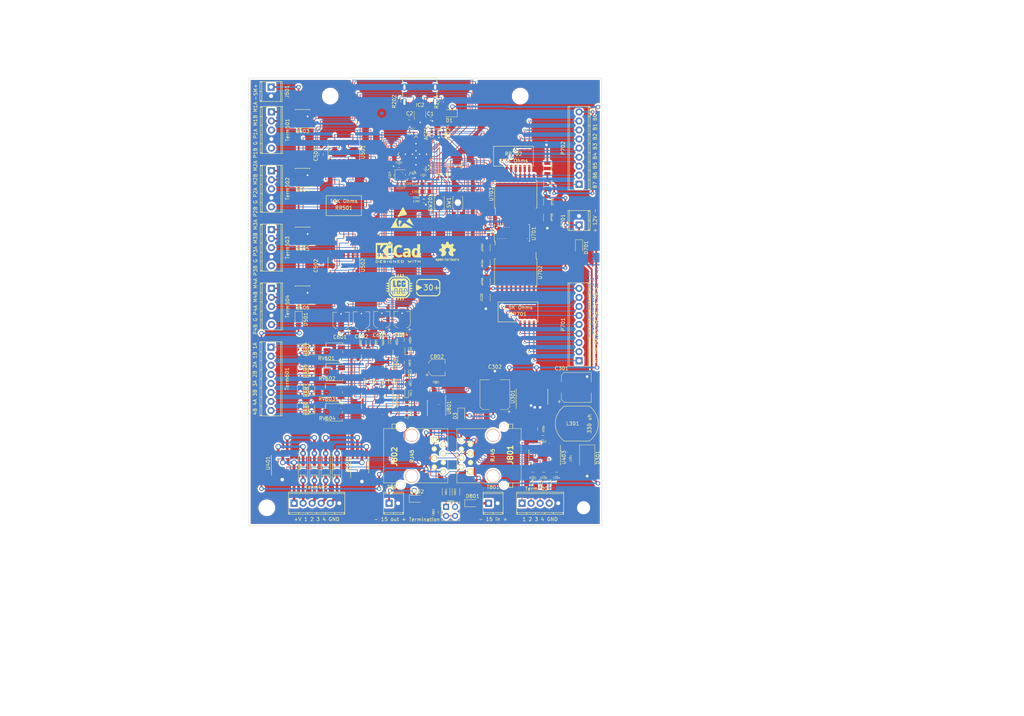
<source format=kicad_pcb>
(kicad_pcb (version 4) (host pcbnew 4.0.7+dfsg1-1ubuntu2)
  (layers (0 F.Cu signal) (31 B.Cu signal) (34 B.Paste user) (35 F.Paste user) (36 B.SilkS user) (37 F.SilkS user) (38 B.Mask user) (39 F.Mask user) (44 Edge.Cuts user))
  (net 0 "")
  (net 1 "/ESP32 MCU/VDD3P3")
  (net 2 GND)
  (net 3 +3V3)
  (net 4 "/ESP32 MCU/RESET")
  (net 5 "Net-(C215-Pad2)")
  (net 6 "Net-(C216-Pad2)")
  (net 7 "CAN +12V")
  (net 8 "Net-(C402-Pad1)")
  (net 9 "Net-(C403-Pad1)")
  (net 10 "Net-(C404-Pad1)")
  (net 11 "Net-(C405-Pad1)")
  (net 12 "Net-(C601-Pad1)")
  (net 13 "Net-(C602-Pad1)")
  (net 14 "Net-(C603-Pad1)")
  (net 15 "Net-(C604-Pad1)")
  (net 16 "Net-(C803-Pad1)")
  (net 17 "Net-(D2-Pad2)")
  (net 18 "/ESP32 MCU/GPIO15(Act1)")
  (net 19 "Net-(D301-Pad1)")
  (net 20 "Net-(D601-Pad1)")
  (net 21 "Net-(D601-Pad2)")
  (net 22 "Net-(D602-Pad1)")
  (net 23 "Net-(D602-Pad2)")
  (net 24 "Net-(D603-Pad1)")
  (net 25 "Net-(D603-Pad2)")
  (net 26 "Net-(D604-Pad1)")
  (net 27 "Net-(D604-Pad2)")
  (net 28 "Net-(D609-Pad2)")
  (net 29 "/ESP32 MCU/GPIO34(OD1)")
  (net 30 "Net-(D610-Pad2)")
  (net 31 "/ESP32 MCU/GPIO35(OD2)")
  (net 32 "Net-(D611-Pad2)")
  (net 33 "/ESP32 MCU/GPIO36(OD3)")
  (net 34 "Net-(D612-Pad2)")
  (net 35 "/ESP32 MCU/GPIO7(OD4)")
  (net 36 +12V)
  (net 37 "Net-(D801-Pad2)")
  (net 38 "Net-(D802-Pad1)")
  (net 39 "Net-(IC1-Pad1)")
  (net 40 "/ESP32 MCU/GPIO1(LEDS4)")
  (net 41 "/ESP32 MCU/SDA")
  (net 42 "/ESP32 MCU/SCL")
  (net 43 "/CAN Tranceiver/CAN_RX")
  (net 44 "/CAN Tranceiver/CAN_TX")
  (net 45 "/Buttons and LEDs/Button2")
  (net 46 "/ESP32 MCU/GPIO10(Points4)")
  (net 47 "/ESP32 MCU/GPIO11(Motor2)")
  (net 48 "/ESP32 MCU/GPIO12(Points1)")
  (net 49 "/ESP32 MCU/GPIO13(Points2)")
  (net 50 "/ESP32 MCU/GPIO14(Points3)")
  (net 51 "/Buttons and LEDs/Button4")
  (net 52 "/ESP32 MCU/GPIO17(LEDS1)")
  (net 53 "/ESP32 MCU/GPIO18(LEDS2)")
  (net 54 "/ESP32 MCU/GPIO8(Motor3)")
  (net 55 "/ESP32 MCU/GPIO9(Motor1)")
  (net 56 "/ESP32 MCU/D-")
  (net 57 "/ESP32 MCU/D+")
  (net 58 "/ESP32 MCU/GPIO21(LEDS3)")
  (net 59 "Net-(IC1-Pad28)")
  (net 60 "/Buttons and LEDs/Button3")
  (net 61 "/ESP32 MCU/GPIO33(Motor4)")
  (net 62 "Net-(IC1-Pad35)")
  (net 63 "Net-(IC1-Pad34)")
  (net 64 "Net-(IC1-Pad33)")
  (net 65 "Net-(IC1-Pad36)")
  (net 66 "Net-(IC1-Pad37)")
  (net 67 "Net-(IC1-Pad30)")
  (net 68 "Net-(IC1-Pad31)")
  (net 69 "Net-(IC1-Pad32)")
  (net 70 "Net-(IC1-Pad51)")
  (net 71 "Net-(IC1-Pad49)")
  (net 72 "Net-(IC1-Pad52)")
  (net 73 "Net-(IC1-Pad50)")
  (net 74 "Net-(IC1-Pad54)")
  (net 75 "Net-(IC1-Pad45)")
  (net 76 "Net-(IC1-Pad47)")
  (net 77 "Net-(IC1-Pad44)")
  (net 78 "/Buttons and LEDs/Button1")
  (net 79 "Net-(IC1-Pad48)")
  (net 80 VBUS)
  (net 81 "/CAN Tranceiver/CANH")
  (net 82 "/CAN Tranceiver/CANL")
  (net 83 "Net-(J801-Pad4)")
  (net 84 "Net-(J801-Pad5)")
  (net 85 "Net-(JP701-Pad1)")
  (net 86 "Net-(JP702-Pad1)")
  (net 87 "Net-(JP705-Pad1)")
  (net 88 "Net-(JP706-Pad1)")
  (net 89 "Net-(JP801-Pad1)")
  (net 90 "Net-(JP801-Pad2)")
  (net 91 "Net-(P701-Pad4)")
  (net 92 "Net-(P701-Pad1)")
  (net 93 "Net-(P701-Pad2)")
  (net 94 "Net-(P701-Pad3)")
  (net 95 "Net-(P701-Pad5)")
  (net 96 "Net-(P701-Pad6)")
  (net 97 "Net-(P701-Pad7)")
  (net 98 "Net-(P701-Pad8)")
  (net 99 "Net-(P702-Pad4)")
  (net 100 "Net-(P702-Pad1)")
  (net 101 "Net-(P702-Pad2)")
  (net 102 "Net-(P702-Pad3)")
  (net 103 "Net-(P702-Pad5)")
  (net 104 "Net-(P702-Pad6)")
  (net 105 "Net-(P702-Pad7)")
  (net 106 "Net-(P702-Pad8)")
  (net 107 "Net-(R401-Pad1)")
  (net 108 "Net-(R401-Pad2)")
  (net 109 "Net-(R403-Pad1)")
  (net 110 "Net-(R403-Pad2)")
  (net 111 "Net-(R405-Pad1)")
  (net 112 "Net-(R405-Pad2)")
  (net 113 "Net-(R407-Pad1)")
  (net 114 "Net-(R407-Pad2)")
  (net 115 "Net-(R601-Pad2)")
  (net 116 "Net-(R602-Pad2)")
  (net 117 "Net-(R603-Pad2)")
  (net 118 "Net-(R604-Pad2)")
  (net 119 "Net-(RP701-Pad1)")
  (net 120 "Net-(RP701-Pad2)")
  (net 121 "Net-(RP701-Pad3)")
  (net 122 "Net-(RP701-Pad4)")
  (net 123 "Net-(RP701-Pad5)")
  (net 124 "Net-(RP701-Pad6)")
  (net 125 "Net-(RP701-Pad7)")
  (net 126 "Net-(RP701-Pad8)")
  (net 127 "Net-(RP702-Pad1)")
  (net 128 "Net-(RP702-Pad2)")
  (net 129 "Net-(RP702-Pad3)")
  (net 130 "Net-(RP702-Pad4)")
  (net 131 "Net-(RP702-Pad5)")
  (net 132 "Net-(RP702-Pad6)")
  (net 133 "Net-(RP702-Pad7)")
  (net 134 "Net-(RP702-Pad8)")
  (net 135 "Net-(RR501-Pad1)")
  (net 136 "Net-(RR501-Pad2)")
  (net 137 "/Stall Motors/P2B")
  (net 138 "/Stall Motors/P2A")
  (net 139 "/Stall Motors/P1B")
  (net 140 "/Stall Motors/P1A")
  (net 141 "Net-(RR501-Pad7)")
  (net 142 "Net-(RR501-Pad8)")
  (net 143 "Net-(RR501-Pad9)")
  (net 144 "/Stall Motors/P4B")
  (net 145 "/Stall Motors/P4A")
  (net 146 "/Stall Motors/P3B")
  (net 147 "/Stall Motors/P3A")
  (net 148 "/Stall Motors/M1A")
  (net 149 "/Stall Motors/M1B")
  (net 150 "/Stall Motors/M2A")
  (net 151 "/Stall Motors/M2B")
  (net 152 "/Stall Motors/M3A")
  (net 153 "/Stall Motors/M3B")
  (net 154 "/Stall Motors/M4A")
  (net 155 "/Stall Motors/M4B")
  (net 156 "Net-(U301-Pad1)")
  (net 157 "Net-(U301-Pad2)")
  (net 158 "Net-(U301-Pad7)")
  (net 159 "Net-(U301-Pad8)")
  (net 160 "Net-(U301-Pad9)")
  (net 161 "Net-(U301-Pad11)")
  (net 162 "Net-(U301-Pad13)")
  (net 163 "Net-(U301-Pad14)")
  (net 164 "Net-(U403-Pad2)")
  (net 165 "Net-(U403-Pad4)")
  (net 166 "Net-(U501-Pad2)")
  (net 167 "Net-(U501-Pad10)")
  (net 168 "Net-(U502-Pad2)")
  (net 169 "Net-(U502-Pad10)")
  (net 170 "Net-(U701-Pad6)")
  (net 171 "Net-(U701-Pad7)")
  (net 172 "Net-(U701-Pad8)")
  (net 173 "Net-(U701-Pad9)")
  (net 174 "Net-(U701-Pad10)")
  (net 175 "Net-(U701-Pad11)")
  (net 176 "Net-(U701-Pad12)")
  (net 177 "Net-(U701-Pad13)")
  (net 178 "Net-(U701-Pad15)")
  (net 179 "Net-(U701-Pad16)")
  (net 180 "Net-(U701-Pad17)")
  (net 181 "Net-(U701-Pad18)")
  (net 182 "Net-(U701-Pad19)")
  (net 183 "Net-(U701-Pad20)")
  (net 184 "Net-(U701-Pad21)")
  (net 185 "Net-(U701-Pad22)")
  (net 186 "Net-(U801-Pad5)")
  (net 187 "Net-(U801-Pad8)")
  (net 188 "Net-(C302-Pad1)")
  (net 189 "Net-(C217-Pad1)")
  (net 190 VPower)
  (net 191 "Net-(D4-Pad2)")
  (net 192 "/ESP32 MCU/GPIO0(Act2)")
  (net 193 "Net-(IC2-Pad4)")
  (net 194 "Net-(IC2-Pad6)")
  (net 195 SMPower)
  (net 196 "Net-(J1-PadA8)")
  (net 197 "Net-(J1-PadB5)")
  (net 198 "Net-(J1-PadA5)")
  (net 199 "Net-(J1-PadB8)")
  (module GCT_USB:GCT_USB4105-GF-A (layer F.Cu) (at 121.664 27.951 180)
    (fp_text reference J1 (at -1.925 -6.335 180) (layer F.SilkS) (effects (font (thickness 0.015))))
    (fp_text value USB_C)
    (pad G1 thru_hole oval (at -4.32 0 180) (size 1 2) (drill oval 0.6 1.4) (layers *.Cu *.Mask) (net 2 GND))
    (pad G2 thru_hole oval (at 4.32 0 180) (size 1 2) (drill oval 0.6 1.4) (layers *.Cu *.Mask) (net 2 GND))
    (pad G3 thru_hole oval (at -4.32 -4.18 180) (size 1.05 2.1) (drill oval 0.6 1.7) (layers *.Cu *.Mask) (net 2 GND))
    (pad G4 thru_hole oval (at 4.32 -4.18 180) (size 1.05 2.1) (drill oval 0.6 1.7) (layers *.Cu *.Mask) (net 2 GND))
    (pad None np_thru_hole circle (at 2.89 -3.68 180) (size 0.65 0.65) (drill 0.65) (layers *.Cu *.Mask))
    (pad None np_thru_hole circle (at -2.89 -3.68 180) (size 0.65 0.65) (drill 0.65) (layers *.Cu *.Mask))
    (pad A1/B smd rect (at -3.2 -4.755 180) (size 0.6 1.15) (layers F.Cu F.Paste F.Mask) (net 2 GND))
    (pad B1/A smd rect (at 3.2 -4.755 180) (size 0.6 1.15) (layers F.Cu F.Paste F.Mask) (net 2 GND))
    (pad A4/B smd rect (at -2.4 -4.755 180) (size 0.6 1.15) (layers F.Cu F.Paste F.Mask) (net 80 VBUS))
    (pad B4/A smd rect (at 2.4 -4.755 180) (size 0.6 1.15) (layers F.Cu F.Paste F.Mask) (net 80 VBUS))
    (pad A7 smd rect (at 0.25 -4.755 180) (size 0.3 1.15) (layers F.Cu F.Paste F.Mask) (net 193 "Net-(IC2-Pad4)"))
    (pad A6 smd rect (at -0.25 -4.755 180) (size 0.3 1.15) (layers F.Cu F.Paste F.Mask) (net 194 "Net-(IC2-Pad6)"))
    (pad B6 smd rect (at 0.75 -4.755 180) (size 0.3 1.15) (layers F.Cu F.Paste F.Mask) (net 194 "Net-(IC2-Pad6)"))
    (pad A8 smd rect (at 1.25 -4.755 180) (size 0.3 1.15) (layers F.Cu F.Paste F.Mask) (net 196 "Net-(J1-PadA8)"))
    (pad B5 smd rect (at 1.75 -4.755 180) (size 0.3 1.15) (layers F.Cu F.Paste F.Mask) (net 197 "Net-(J1-PadB5)"))
    (pad B7 smd rect (at -0.75 -4.755 180) (size 0.3 1.15) (layers F.Cu F.Paste F.Mask) (net 193 "Net-(IC2-Pad4)"))
    (pad A5 smd rect (at -1.25 -4.755 180) (size 0.3 1.15) (layers F.Cu F.Paste F.Mask) (net 198 "Net-(J1-PadA5)"))
    (pad B8 smd rect (at -1.75 -4.755 180) (size 0.3 1.15) (layers F.Cu F.Paste F.Mask) (net 199 "Net-(J1-PadB8)"))
  )
  (module Capacitors_SMD:C_0805 (layer F.Cu) (at 123.3584 55.372)
    (fp_text reference C201 (at -2.7719 0) (layer F.SilkS) (effects (font (size 0.5 0.5) (thickness 0.075))))
    (fp_text value 10uf)
    (pad 1 smd rect (at -1 0) (size 1 1.25) (layers F.Cu F.Paste F.Mask) (net 1 "/ESP32 MCU/VDD3P3"))
    (pad 2 smd rect (at 1 0) (size 1 1.25) (layers F.Cu F.Paste F.Mask) (net 2 GND))
  )
  (module Capacitors_SMD:C_0805 (layer F.Cu) (at 123.3424 57.3532)
    (fp_text reference C202 (at -2.8829 -0.0127) (layer F.SilkS) (effects (font (size 0.5 0.5) (thickness 0.075))))
    (fp_text value 10uf)
    (pad 1 smd rect (at -1 0) (size 1 1.25) (layers F.Cu F.Paste F.Mask) (net 1 "/ESP32 MCU/VDD3P3"))
    (pad 2 smd rect (at 1 0) (size 1 1.25) (layers F.Cu F.Paste F.Mask) (net 2 GND))
  )
  (module Capacitors_SMD:C_0402 (layer F.Cu) (at 122.7836 58.8772)
    (fp_text reference C203 (at -2.1336 0.0508) (layer F.SilkS) (effects (font (size 0.5 0.5) (thickness 0.075))))
    (fp_text value 1uf)
    (pad 1 smd rect (at -0.55 0) (size 0.6 0.5) (layers F.Cu F.Paste F.Mask) (net 1 "/ESP32 MCU/VDD3P3"))
    (pad 2 smd rect (at 0.55 0) (size 0.6 0.5) (layers F.Cu F.Paste F.Mask) (net 2 GND))
  )
  (module Capacitors_SMD:C_0402 (layer F.Cu) (at 115.9168 50.0888 180)
    (fp_text reference C204 (at 0.0928 0.9398 180) (layer F.SilkS) (effects (font (size 0.5 0.5) (thickness 0.075))))
    (fp_text value 100nf)
    (pad 1 smd rect (at -0.55 0 180) (size 0.6 0.5) (layers F.Cu F.Paste F.Mask) (net 3 +3V3))
    (pad 2 smd rect (at 0.55 0 180) (size 0.6 0.5) (layers F.Cu F.Paste F.Mask) (net 2 GND))
  )
  (module Capacitors_SMD:C_0402 (layer F.Cu) (at 122.7836 59.944)
    (fp_text reference C205 (at -2.0701 0.0635) (layer F.SilkS) (effects (font (size 0.5 0.5) (thickness 0.075))))
    (fp_text value 100nf)
    (pad 1 smd rect (at -0.55 0) (size 0.6 0.5) (layers F.Cu F.Paste F.Mask) (net 1 "/ESP32 MCU/VDD3P3"))
    (pad 2 smd rect (at 0.55 0) (size 0.6 0.5) (layers F.Cu F.Paste F.Mask) (net 2 GND))
  )
  (module Capacitors_SMD:C_0402 (layer F.Cu) (at 119.7444 52.9336)
    (fp_text reference C206 (at 0.0166 -0.8636) (layer F.SilkS) (effects (font (size 0.5 0.5) (thickness 0.075))))
    (fp_text value 1uf)
    (pad 1 smd rect (at -0.55 0) (size 0.6 0.5) (layers F.Cu F.Paste F.Mask) (net 3 +3V3))
    (pad 2 smd rect (at 0.55 0) (size 0.6 0.5) (layers F.Cu F.Paste F.Mask) (net 2 GND))
  )
  (module Capacitors_SMD:C_0402 (layer F.Cu) (at 119.6936 54.102)
    (fp_text reference C207 (at -0.8851 0.9525) (layer F.SilkS) (effects (font (size 0.5 0.5) (thickness 0.075))))
    (fp_text value 100pf)
    (pad 1 smd rect (at -0.55 0) (size 0.6 0.5) (layers F.Cu F.Paste F.Mask) (net 3 +3V3))
    (pad 2 smd rect (at 0.55 0) (size 0.6 0.5) (layers F.Cu F.Paste F.Mask) (net 2 GND))
  )
  (module Capacitors_SMD:C_0402 (layer F.Cu) (at 126.7968 40.7416)
    (fp_text reference C208 (at -0.0508 -0.9906) (layer F.SilkS) (effects (font (size 0.5 0.5) (thickness 0.075))))
    (fp_text value 100nf)
    (pad 1 smd rect (at -0.55 0) (size 0.6 0.5) (layers F.Cu F.Paste F.Mask) (net 3 +3V3))
    (pad 2 smd rect (at 0.55 0) (size 0.6 0.5) (layers F.Cu F.Paste F.Mask) (net 2 GND))
  )
  (module Capacitors_SMD:C_0402 (layer F.Cu) (at 129.54 53.2384)
    (fp_text reference C209 (at 0 -0.8509) (layer F.SilkS) (effects (font (size 0.5 0.5) (thickness 0.075))))
    (fp_text value 1uf)
    (pad 1 smd rect (at -0.55 0) (size 0.6 0.5) (layers F.Cu F.Paste F.Mask) (net 4 "/ESP32 MCU/RESET"))
    (pad 2 smd rect (at 0.55 0) (size 0.6 0.5) (layers F.Cu F.Paste F.Mask) (net 2 GND))
  )
  (module Capacitors_SMD:C_0402 (layer F.Cu) (at 115.9852 55.118)
    (fp_text reference C215 (at 0.0293 1.143) (layer F.SilkS) (effects (font (size 0.5 0.5) (thickness 0.075))))
    (fp_text value 22pf)
    (pad 1 smd rect (at -0.55 0) (size 0.6 0.5) (layers F.Cu F.Paste F.Mask) (net 2 GND))
    (pad 2 smd rect (at 0.55 0) (size 0.6 0.5) (layers F.Cu F.Paste F.Mask) (net 5 "Net-(C215-Pad2)"))
  )
  (module Capacitors_SMD:C_0402 (layer F.Cu) (at 113.9444 52.6708 90)
    (fp_text reference C216 (at 0.0293 -0.7874 90) (layer F.SilkS) (effects (font (size 0.5 0.5) (thickness 0.075))))
    (fp_text value 22pf)
    (pad 1 smd rect (at -0.55 0 90) (size 0.6 0.5) (layers F.Cu F.Paste F.Mask) (net 2 GND))
    (pad 2 smd rect (at 0.55 0 90) (size 0.6 0.5) (layers F.Cu F.Paste F.Mask) (net 6 "Net-(C216-Pad2)"))
  )
  (module Capacitors_SMD:C_0402 (layer F.Cu) (at 119.3712 40.6908 180)
    (fp_text reference C217 (at 0.0547 1.0668 180) (layer F.SilkS) (effects (font (size 0.5 0.5) (thickness 0.075))))
    (fp_text value 1uf)
    (pad 1 smd rect (at -0.55 0 180) (size 0.6 0.5) (layers F.Cu F.Paste F.Mask) (net 189 "Net-(C217-Pad1)"))
    (pad 2 smd rect (at 0.55 0 180) (size 0.6 0.5) (layers F.Cu F.Paste F.Mask) (net 2 GND))
  )
  (module Capacitors_SMD:CP_Elec_8x10 (layer F.Cu) (at 165.606 112.268)
    (fp_text reference C301 (at -4.1255 -5.334) (layer F.SilkS))
    (fp_text value "220 uf 25V")
    (fp_text user + (at -4.78 3.9) (layer F.SilkS))
    (pad 1 smd rect (at -3.05 0 180) (size 4 2.5) (layers F.Cu F.Paste F.Mask) (net 3 +3V3))
    (pad 2 smd rect (at 3.05 0 180) (size 4 2.5) (layers F.Cu F.Paste F.Mask) (net 2 GND))
  )
  (module Capacitors_SMD:CP_Elec_8x10 (layer F.Cu) (at 142.748 114.298 90)
    (fp_text reference C302 (at 7.8085 0 180) (layer F.SilkS))
    (fp_text value "22 uf 100V")
    (fp_text user + (at -4.78 3.9 90) (layer F.SilkS))
    (pad 1 smd rect (at -3.05 0 270) (size 4 2.5) (layers F.Cu F.Paste F.Mask) (net 188 "Net-(C302-Pad1)"))
    (pad 2 smd rect (at 3.05 0 270) (size 4 2.5) (layers F.Cu F.Paste F.Mask) (net 2 GND))
  )
  (module Capacitors_SMD:C_0603 (layer F.Cu) (at 163.068 132.195 90)
    (fp_text reference C401 (at 0 1.016 90) (layer F.SilkS) (effects (font (size 0.5 0.5) (thickness 0.075))))
    (fp_text value ".1 uf")
    (pad 2 smd rect (at 0.75 0 90) (size 0.8 0.75) (layers F.Cu F.Paste F.Mask) (net 2 GND))
    (pad 1 smd rect (at -0.75 0 90) (size 0.8 0.75) (layers F.Cu F.Paste F.Mask) (net 3 +3V3))
  )
  (module Capacitors_SMD:C_0603 (layer F.Cu) (at 156.222 126.365)
    (fp_text reference C402 (at 0 1.143) (layer F.SilkS) (effects (font (size 0.5 0.5) (thickness 0.075))))
    (fp_text value "10 nf")
    (pad 2 smd rect (at 0.75 0) (size 0.8 0.75) (layers F.Cu F.Paste F.Mask) (net 2 GND))
    (pad 1 smd rect (at -0.75 0) (size 0.8 0.75) (layers F.Cu F.Paste F.Mask) (net 8 "Net-(C402-Pad1)"))
  )
  (module Capacitors_SMD:C_0603 (layer F.Cu) (at 153.416 136.652 180)
    (fp_text reference C403 (at 0 -1.016 180) (layer F.SilkS) (effects (font (size 0.5 0.5) (thickness 0.075))))
    (fp_text value "10 nf")
    (pad 2 smd rect (at 0.75 0 180) (size 0.8 0.75) (layers F.Cu F.Paste F.Mask) (net 2 GND))
    (pad 1 smd rect (at -0.75 0 180) (size 0.8 0.75) (layers F.Cu F.Paste F.Mask) (net 9 "Net-(C403-Pad1)"))
  )
  (module Capacitors_SMD:C_0603 (layer F.Cu) (at 160.032 136.652)
    (fp_text reference C404 (at 0 1.016) (layer F.SilkS) (effects (font (size 0.5 0.5) (thickness 0.075))))
    (fp_text value "10 nf")
    (pad 2 smd rect (at 0.75 0) (size 0.8 0.75) (layers F.Cu F.Paste F.Mask) (net 2 GND))
    (pad 1 smd rect (at -0.75 0) (size 0.8 0.75) (layers F.Cu F.Paste F.Mask) (net 10 "Net-(C404-Pad1)"))
  )
  (module Capacitors_SMD:C_0603 (layer F.Cu) (at 156.452 136.652 180)
    (fp_text reference C405 (at -0.012 -1.016 180) (layer F.SilkS) (effects (font (size 0.5 0.5) (thickness 0.075))))
    (fp_text value "10 nf")
    (pad 2 smd rect (at 0.75 0 180) (size 0.8 0.75) (layers F.Cu F.Paste F.Mask) (net 2 GND))
    (pad 1 smd rect (at -0.75 0 180) (size 0.8 0.75) (layers F.Cu F.Paste F.Mask) (net 11 "Net-(C405-Pad1)"))
  )
  (module Capacitors_SMD:C_0603 (layer F.Cu) (at 93.98 46.875 90)
    (fp_text reference C501 (at 0 -1.5 90) (layer F.SilkS))
    (fp_text value ".1 uf")
    (pad 2 smd rect (at 0.75 0 90) (size 0.8 0.75) (layers F.Cu F.Paste F.Mask) (net 2 GND))
    (pad 1 smd rect (at -0.75 0 90) (size 0.8 0.75) (layers F.Cu F.Paste F.Mask) (net 3 +3V3))
  )
  (module Capacitors_SMD:C_0603 (layer F.Cu) (at 93.98 78.105 90)
    (fp_text reference C502 (at 0 -1.5 90) (layer F.SilkS))
    (fp_text value ".1 uf")
    (pad 2 smd rect (at 0.75 0 90) (size 0.8 0.75) (layers F.Cu F.Paste F.Mask) (net 2 GND))
    (pad 1 smd rect (at -0.75 0 90) (size 0.8 0.75) (layers F.Cu F.Paste F.Mask) (net 3 +3V3))
  )
  (module Capacitors_SMD:CP_Elec_4x5.7 (layer F.Cu) (at 99.568 93.45 90)
    (fp_text reference C601 (at -4.6575 -0.3175 180) (layer F.SilkS))
    (fp_text value "2.2uf 50V")
    (fp_text user + (at -2.77 2.01 90) (layer F.SilkS))
    (pad 1 smd rect (at -1.8 0 270) (size 2.6 1.6) (layers F.Cu F.Paste F.Mask) (net 12 "Net-(C601-Pad1)"))
    (pad 2 smd rect (at 1.8 0 270) (size 2.6 1.6) (layers F.Cu F.Paste F.Mask) (net 2 GND))
  )
  (module Capacitors_SMD:CP_Elec_4x5.7 (layer F.Cu) (at 105.283 93.345 90)
    (fp_text reference C602 (at -4.6355 0 180) (layer F.SilkS))
    (fp_text value "2.2uf 50V")
    (fp_text user + (at -2.77 2.01 90) (layer F.SilkS))
    (pad 1 smd rect (at -1.8 0 270) (size 2.6 1.6) (layers F.Cu F.Paste F.Mask) (net 13 "Net-(C602-Pad1)"))
    (pad 2 smd rect (at 1.8 0 270) (size 2.6 1.6) (layers F.Cu F.Paste F.Mask) (net 2 GND))
  )
  (module Capacitors_SMD:CP_Elec_4x5.7 (layer F.Cu) (at 110.998 93.24 90)
    (fp_text reference C603 (at -4.3595 -0.635 180) (layer F.SilkS))
    (fp_text value "2.2uf 50V")
    (fp_text user + (at -2.77 2.01 90) (layer F.SilkS))
    (pad 1 smd rect (at -1.8 0 270) (size 2.6 1.6) (layers F.Cu F.Paste F.Mask) (net 14 "Net-(C603-Pad1)"))
    (pad 2 smd rect (at 1.8 0 270) (size 2.6 1.6) (layers F.Cu F.Paste F.Mask) (net 2 GND))
  )
  (module Capacitors_SMD:CP_Elec_4x5.7 (layer F.Cu) (at 116.713 93.24 90)
    (fp_text reference C604 (at -4.169 -0.1905 180) (layer F.SilkS))
    (fp_text value "2.2uf 50V")
    (fp_text user + (at -2.77 2.01 90) (layer F.SilkS))
    (pad 1 smd rect (at -1.8 0 270) (size 2.6 1.6) (layers F.Cu F.Paste F.Mask) (net 15 "Net-(C604-Pad1)"))
    (pad 2 smd rect (at 1.8 0 270) (size 2.6 1.6) (layers F.Cu F.Paste F.Mask) (net 2 GND))
  )
  (module Capacitors_SMD:C_0603 (layer F.Cu) (at 140.97 68.58 270)
    (fp_text reference C701 (at 0 -1.016 270) (layer F.SilkS) (effects (font (size 0.5 0.5) (thickness 0.075))))
    (fp_text value ".1 uf")
    (pad 2 smd rect (at 0.75 0 270) (size 0.8 0.75) (layers F.Cu F.Paste F.Mask) (net 2 GND))
    (pad 1 smd rect (at -0.75 0 270) (size 0.8 0.75) (layers F.Cu F.Paste F.Mask) (net 3 +3V3))
  )
  (module Capacitors_SMD:C_0603 (layer F.Cu) (at 126.25 111.76)
    (fp_text reference C801 (at -0.012 -1.016) (layer F.SilkS) (effects (font (size 0.5 0.5) (thickness 0.075))))
    (fp_text value ".1 uf")
    (pad 2 smd rect (at 0.75 0) (size 0.8 0.75) (layers F.Cu F.Paste F.Mask) (net 2 GND))
    (pad 1 smd rect (at -0.75 0) (size 0.8 0.75) (layers F.Cu F.Paste F.Mask) (net 3 +3V3))
  )
  (module Capacitors_SMD:CP_Elec_4x5.7 (layer F.Cu) (at 126.47 106.68)
    (fp_text reference C802 (at 0.022 -3.048) (layer F.SilkS))
    (fp_text value "15 uf 15V")
    (fp_text user + (at -2.77 2.01) (layer F.SilkS))
    (pad 1 smd rect (at -1.8 0 180) (size 2.6 1.6) (layers F.Cu F.Paste F.Mask) (net 3 +3V3))
    (pad 2 smd rect (at 1.8 0 180) (size 2.6 1.6) (layers F.Cu F.Paste F.Mask) (net 2 GND))
  )
  (module Capacitors_SMD:C_0603 (layer F.Cu) (at 126.238 147.332 90)
    (fp_text reference C803 (at 0 -0.762 90) (layer F.SilkS) (effects (font (size 0.5 0.5) (thickness 0.075))))
    (fp_text value "47 nf")
    (pad 2 smd rect (at 0.75 0 90) (size 0.8 0.75) (layers F.Cu F.Paste F.Mask) (net 2 GND))
    (pad 1 smd rect (at -0.75 0 90) (size 0.8 0.75) (layers F.Cu F.Paste F.Mask) (net 16 "Net-(C803-Pad1)"))
  )
  (module LEDs:LED_0402 (layer F.Cu) (at 125.0188 41.0376 90)
    (fp_text reference D2 (at -0.1739 -0.9398 90) (layer F.SilkS) (effects (font (size 0.5 0.5) (thickness 0.075))))
    (fp_text value ACT1 (at 0 -1.5748 90) (layer F.SilkS))
    (pad 2 smd rect (at 0.55 0 270) (size 0.6 0.7) (layers F.Cu F.Paste F.Mask) (net 17 "Net-(D2-Pad2)"))
    (pad 1 smd rect (at -0.55 0 270) (size 0.6 0.7) (layers F.Cu F.Paste F.Mask) (net 18 "/ESP32 MCU/GPIO15(Act1)"))
  )
  (module Diodes_SMD:D_SMB (layer F.Cu) (at 168.656 131.962 270)
    (fp_text reference D301 (at 0 -3 270) (layer F.SilkS))
    (fp_text value "CMSH1-60 TR13")
    (pad 1 smd rect (at -2.15 0 270) (size 2.5 2.3) (layers F.Cu F.Paste F.Mask) (net 19 "Net-(D301-Pad1)"))
    (pad 2 smd rect (at 2.15 0 270) (size 2.5 2.3) (layers F.Cu F.Paste F.Mask) (net 2 GND))
  )
  (module LEDs:LED_0603 (layer F.Cu) (at 117.983 101.765 90)
    (fp_text reference D609 (at -0.089 1.2065 90) (layer F.SilkS) (effects (font (size 0.5 0.5) (thickness 0.075))))
    (fp_text value LED)
    (pad 2 smd rect (at 0.8 0 270) (size 0.8 0.8) (layers F.Cu F.Paste F.Mask) (net 28 "Net-(D609-Pad2)"))
    (pad 1 smd rect (at -0.8 0 270) (size 0.8 0.8) (layers F.Cu F.Paste F.Mask) (net 29 "/ESP32 MCU/GPIO34(OD1)"))
  )
  (module LEDs:LED_0603 (layer F.Cu) (at 117.983 108.115 90)
    (fp_text reference D610 (at -0.089 1.143 90) (layer F.SilkS) (effects (font (size 0.5 0.5) (thickness 0.075))))
    (fp_text value LED)
    (pad 2 smd rect (at 0.8 0 270) (size 0.8 0.8) (layers F.Cu F.Paste F.Mask) (net 30 "Net-(D610-Pad2)"))
    (pad 1 smd rect (at -0.8 0 270) (size 0.8 0.8) (layers F.Cu F.Paste F.Mask) (net 31 "/ESP32 MCU/GPIO35(OD2)"))
  )
  (module LEDs:LED_0603 (layer F.Cu) (at 117.983 113.83 90)
    (fp_text reference D611 (at 0 1.143 90) (layer F.SilkS) (effects (font (size 0.5 0.5) (thickness 0.075))))
    (fp_text value LED)
    (pad 2 smd rect (at 0.8 0 270) (size 0.8 0.8) (layers F.Cu F.Paste F.Mask) (net 32 "Net-(D611-Pad2)"))
    (pad 1 smd rect (at -0.8 0 270) (size 0.8 0.8) (layers F.Cu F.Paste F.Mask) (net 33 "/ESP32 MCU/GPIO36(OD3)"))
  )
  (module LEDs:LED_0603 (layer F.Cu) (at 117.983 119.545 90)
    (fp_text reference D612 (at 0.165 1.143 90) (layer F.SilkS) (effects (font (size 0.5 0.5) (thickness 0.075))))
    (fp_text value LED)
    (pad 2 smd rect (at 0.8 0 270) (size 0.8 0.8) (layers F.Cu F.Paste F.Mask) (net 34 "Net-(D612-Pad2)"))
    (pad 1 smd rect (at -0.8 0 270) (size 0.8 0.8) (layers F.Cu F.Paste F.Mask) (net 35 "/ESP32 MCU/GPIO7(OD4)"))
  )
  (module Diodes_SMD:D_PowerDI-123 (layer F.Cu) (at 166.37 73.025 270)
    (fp_text reference D701 (at 0 -2 270) (layer F.SilkS))
    (fp_text value DFLS240-7)
    (pad 1 smd rect (at -0.85 0 90) (size 2.4 1.5) (layers F.Cu F.Paste F.Mask) (net 36 +12V))
    (pad 2 smd rect (at 1.525 0 90) (size 1.05 1.5) (layers F.Cu F.Paste F.Mask) (net 7 "CAN +12V"))
  )
  (module Diodes_SMD:D_PowerDI-123 (layer F.Cu) (at 136.486 144.78)
    (fp_text reference D801 (at 0 -2) (layer F.SilkS))
    (fp_text value DFLS240-7)
    (pad 1 smd rect (at -0.85 0 180) (size 2.4 1.5) (layers F.Cu F.Paste F.Mask) (net 7 "CAN +12V"))
    (pad 2 smd rect (at 1.525 0 180) (size 1.05 1.5) (layers F.Cu F.Paste F.Mask) (net 37 "Net-(D801-Pad2)"))
  )
  (module Diodes_SMD:D_PowerDI-123 (layer F.Cu) (at 120.904 143.51)
    (fp_text reference D802 (at 0 -2) (layer F.SilkS))
    (fp_text value DFLS240-7)
    (pad 1 smd rect (at -0.85 0 180) (size 2.4 1.5) (layers F.Cu F.Paste F.Mask) (net 38 "Net-(D802-Pad1)"))
    (pad 2 smd rect (at 1.525 0 180) (size 1.05 1.5) (layers F.Cu F.Paste F.Mask) (net 7 "CAN +12V"))
  )
  (module Fiducials:Fiducial_1mm_Dia_2.54mm_Outer_CopperTop (layer F.Cu) (at 108.712 123.952)
    (fp_text reference FD101 hide)
    (fp_text value FidMark hide)
    (pad ~ smd circle (at 0 0) (size 1 1) (layers F.Cu F.Mask) (clearance 0.77))
  )
  (module Fiducials:Fiducial_1mm_Dia_2.54mm_Outer_CopperTop (layer F.Cu) (at 145.796 103.124)
    (fp_text reference FD102 hide)
    (fp_text value FidMark hide)
    (pad ~ smd circle (at 0 0) (size 1 1) (layers F.Cu F.Mask) (clearance 0.77))
  )
  (module Fiducials:Fiducial_1mm_Dia_2.54mm_Outer_CopperTop (layer B.Cu) (at 110.998 35.306)
    (fp_text reference FD103 hide)
    (fp_text value FidMark hide)
    (pad ~ smd circle (at 0 0) (size 1 1) (layers B.Cu B.Mask) (clearance 0.77))
  )
  (module Housings_DFN_QFN:QFN-56-1EP_7x7mm_Pitch0.4mm (layer F.Cu) (at 120.59 46.807 135)
    (fp_text reference IC1 (at -5.066067 -0.401283 225) (layer F.SilkS))
    (fp_text value ESP32-S3FN8)
    (pad 1 smd rect (at -3.5 -2.6 135) (size 0.8 0.2) (layers F.Cu F.Paste F.Mask) (net 39 "Net-(IC1-Pad1)"))
    (pad 2 smd rect (at -3.5 -2.2 135) (size 0.8 0.2) (layers F.Cu F.Paste F.Mask) (net 1 "/ESP32 MCU/VDD3P3"))
    (pad 3 smd rect (at -3.5 -1.8 135) (size 0.8 0.2) (layers F.Cu F.Paste F.Mask) (net 1 "/ESP32 MCU/VDD3P3"))
    (pad 4 smd rect (at -3.5 -1.4 135) (size 0.8 0.2) (layers F.Cu F.Paste F.Mask) (net 4 "/ESP32 MCU/RESET"))
    (pad 5 smd rect (at -3.5 -1 135) (size 0.8 0.2) (layers F.Cu F.Paste F.Mask) (net 192 "/ESP32 MCU/GPIO0(Act2)"))
    (pad 6 smd rect (at -3.5 -0.6 135) (size 0.8 0.2) (layers F.Cu F.Paste F.Mask) (net 40 "/ESP32 MCU/GPIO1(LEDS4)"))
    (pad 7 smd rect (at -3.5 -0.2 135) (size 0.8 0.2) (layers F.Cu F.Paste F.Mask) (net 41 "/ESP32 MCU/SDA"))
    (pad 8 smd rect (at -3.5 0.2 135) (size 0.8 0.2) (layers F.Cu F.Paste F.Mask) (net 42 "/ESP32 MCU/SCL"))
    (pad 9 smd rect (at -3.5 0.6 135) (size 0.8 0.2) (layers F.Cu F.Paste F.Mask) (net 43 "/CAN Tranceiver/CAN_RX"))
    (pad 10 smd rect (at -3.5 1 135) (size 0.8 0.2) (layers F.Cu F.Paste F.Mask) (net 44 "/CAN Tranceiver/CAN_TX"))
    (pad 11 smd rect (at -3.5 1.4 135) (size 0.8 0.2) (layers F.Cu F.Paste F.Mask) (net 45 "/Buttons and LEDs/Button2"))
    (pad 12 smd rect (at -3.5 1.8 135) (size 0.8 0.2) (layers F.Cu F.Paste F.Mask) (net 35 "/ESP32 MCU/GPIO7(OD4)"))
    (pad 15 smd rect (at -2.6 3.5 225) (size 0.8 0.2) (layers F.Cu F.Paste F.Mask) (net 46 "/ESP32 MCU/GPIO10(Points4)"))
    (pad 16 smd rect (at -2.2 3.5 225) (size 0.8 0.2) (layers F.Cu F.Paste F.Mask) (net 47 "/ESP32 MCU/GPIO11(Motor2)"))
    (pad 17 smd rect (at -1.8 3.5 225) (size 0.8 0.2) (layers F.Cu F.Paste F.Mask) (net 48 "/ESP32 MCU/GPIO12(Points1)"))
    (pad 18 smd rect (at -1.4 3.5 225) (size 0.8 0.2) (layers F.Cu F.Paste F.Mask) (net 49 "/ESP32 MCU/GPIO13(Points2)"))
    (pad 19 smd rect (at -1 3.5 225) (size 0.8 0.2) (layers F.Cu F.Paste F.Mask) (net 50 "/ESP32 MCU/GPIO14(Points3)"))
    (pad 20 smd rect (at -0.6 3.5 225) (size 0.8 0.2) (layers F.Cu F.Paste F.Mask) (net 3 +3V3))
    (pad 21 smd rect (at -0.2 3.5 225) (size 0.8 0.2) (layers F.Cu F.Paste F.Mask) (net 18 "/ESP32 MCU/GPIO15(Act1)"))
    (pad 22 smd rect (at 0.2 3.5 225) (size 0.8 0.2) (layers F.Cu F.Paste F.Mask) (net 51 "/Buttons and LEDs/Button4"))
    (pad 23 smd rect (at 0.6 3.5 225) (size 0.8 0.2) (layers F.Cu F.Paste F.Mask) (net 52 "/ESP32 MCU/GPIO17(LEDS1)"))
    (pad 24 smd rect (at 1 3.5 225) (size 0.8 0.2) (layers F.Cu F.Paste F.Mask) (net 53 "/ESP32 MCU/GPIO18(LEDS2)"))
    (pad 57 smd rect (at -2.1 -2.1 135) (size 1.4 1.4) (layers F.Cu F.Paste F.Mask) (net 2 GND))
    (pad 13 smd rect (at -3.5 2.2 135) (size 0.8 0.2) (layers F.Cu F.Paste F.Mask) (net 54 "/ESP32 MCU/GPIO8(Motor3)"))
    (pad 14 smd rect (at -3.5 2.6 135) (size 0.8 0.2) (layers F.Cu F.Paste F.Mask) (net 55 "/ESP32 MCU/GPIO9(Motor1)"))
    (pad 25 smd rect (at 1.4 3.5 225) (size 0.8 0.2) (layers F.Cu F.Paste F.Mask) (net 56 "/ESP32 MCU/D-"))
    (pad 26 smd rect (at 1.8 3.5 225) (size 0.8 0.2) (layers F.Cu F.Paste F.Mask) (net 57 "/ESP32 MCU/D+"))
    (pad 27 smd rect (at 2.2 3.5 225) (size 0.8 0.2) (layers F.Cu F.Paste F.Mask) (net 58 "/ESP32 MCU/GPIO21(LEDS3)"))
    (pad 28 smd rect (at 2.6 3.5 225) (size 0.8 0.2) (layers F.Cu F.Paste F.Mask) (net 59 "Net-(IC1-Pad28)"))
    (pad 42 smd rect (at 3.5 -2.6 135) (size 0.8 0.2) (layers F.Cu F.Paste F.Mask) (net 60 "/Buttons and LEDs/Button3"))
    (pad 41 smd rect (at 3.5 -2.2 135) (size 0.8 0.2) (layers F.Cu F.Paste F.Mask) (net 33 "/ESP32 MCU/GPIO36(OD3)"))
    (pad 39 smd rect (at 3.5 -1.4 135) (size 0.8 0.2) (layers F.Cu F.Paste F.Mask) (net 29 "/ESP32 MCU/GPIO34(OD1)"))
    (pad 38 smd rect (at 3.5 -1 135) (size 0.8 0.2) (layers F.Cu F.Paste F.Mask) (net 61 "/ESP32 MCU/GPIO33(Motor4)"))
    (pad 40 smd rect (at 3.5 -1.8 135) (size 0.8 0.2) (layers F.Cu F.Paste F.Mask) (net 31 "/ESP32 MCU/GPIO35(OD2)"))
    (pad 35 smd rect (at 3.5 0.2 135) (size 0.8 0.2) (layers F.Cu F.Paste F.Mask) (net 62 "Net-(IC1-Pad35)"))
    (pad 34 smd rect (at 3.5 0.6 135) (size 0.8 0.2) (layers F.Cu F.Paste F.Mask) (net 63 "Net-(IC1-Pad34)"))
    (pad 33 smd rect (at 3.5 1 135) (size 0.8 0.2) (layers F.Cu F.Paste F.Mask) (net 64 "Net-(IC1-Pad33)"))
    (pad 36 smd rect (at 3.5 -0.2 135) (size 0.8 0.2) (layers F.Cu F.Paste F.Mask) (net 65 "Net-(IC1-Pad36)"))
    (pad 37 smd rect (at 3.5 -0.6 135) (size 0.8 0.2) (layers F.Cu F.Paste F.Mask) (net 66 "Net-(IC1-Pad37)"))
    (pad 30 smd rect (at 3.5 2.2 135) (size 0.8 0.2) (layers F.Cu F.Paste F.Mask) (net 67 "Net-(IC1-Pad30)"))
    (pad 31 smd rect (at 3.5 1.8 135) (size 0.8 0.2) (layers F.Cu F.Paste F.Mask) (net 68 "Net-(IC1-Pad31)"))
    (pad 32 smd rect (at 3.5 1.4 135) (size 0.8 0.2) (layers F.Cu F.Paste F.Mask) (net 69 "Net-(IC1-Pad32)"))
    (pad 29 smd rect (at 3.5 2.6 135) (size 0.8 0.2) (layers F.Cu F.Paste F.Mask) (net 189 "Net-(C217-Pad1)"))
    (pad 55 smd rect (at -2.2 -3.5 225) (size 0.8 0.2) (layers F.Cu F.Paste F.Mask) (net 3 +3V3))
    (pad 56 smd rect (at -2.6 -3.5 225) (size 0.8 0.2) (layers F.Cu F.Paste F.Mask) (net 3 +3V3))
    (pad 51 smd rect (at -0.6 -3.5 225) (size 0.8 0.2) (layers F.Cu F.Paste F.Mask) (net 70 "Net-(IC1-Pad51)"))
    (pad 49 smd rect (at 0.2 -3.5 225) (size 0.8 0.2) (layers F.Cu F.Paste F.Mask) (net 71 "Net-(IC1-Pad49)"))
    (pad 52 smd rect (at -1 -3.5 225) (size 0.8 0.2) (layers F.Cu F.Paste F.Mask) (net 72 "Net-(IC1-Pad52)"))
    (pad 53 smd rect (at -1.4 -3.5 225) (size 0.8 0.2) (layers F.Cu F.Paste F.Mask) (net 6 "Net-(C216-Pad2)"))
    (pad 50 smd rect (at -0.2 -3.5 225) (size 0.8 0.2) (layers F.Cu F.Paste F.Mask) (net 73 "Net-(IC1-Pad50)"))
    (pad 54 smd rect (at -1.8 -3.5 225) (size 0.8 0.2) (layers F.Cu F.Paste F.Mask) (net 74 "Net-(IC1-Pad54)"))
    (pad 45 smd rect (at 1.8 -3.5 225) (size 0.8 0.2) (layers F.Cu F.Paste F.Mask) (net 75 "Net-(IC1-Pad45)"))
    (pad 47 smd rect (at 1 -3.5 225) (size 0.8 0.2) (layers F.Cu F.Paste F.Mask) (net 76 "Net-(IC1-Pad47)"))
    (pad 46 smd rect (at 1.4 -3.5 225) (size 0.8 0.2) (layers F.Cu F.Paste F.Mask) (net 3 +3V3))
    (pad 44 smd rect (at 2.2 -3.5 225) (size 0.8 0.2) (layers F.Cu F.Paste F.Mask) (net 77 "Net-(IC1-Pad44)"))
    (pad 43 smd rect (at 2.6 -3.5 225) (size 0.8 0.2) (layers F.Cu F.Paste F.Mask) (net 78 "/Buttons and LEDs/Button1"))
    (pad 48 smd rect (at 0.6 -3.5 225) (size 0.8 0.2) (layers F.Cu F.Paste F.Mask) (net 79 "Net-(IC1-Pad48)"))
    (pad 57 smd rect (at -0.7 -2.1 135) (size 1.4 1.4) (layers F.Cu F.Paste F.Mask) (net 2 GND))
    (pad 57 smd rect (at 0.7 -2.1 135) (size 1.4 1.4) (layers F.Cu F.Paste F.Mask) (net 2 GND))
    (pad 57 smd rect (at 2.1 -2.1 135) (size 1.4 1.4) (layers F.Cu F.Paste F.Mask) (net 2 GND))
    (pad 57 smd rect (at 2.1 -0.7 135) (size 1.4 1.4) (layers F.Cu F.Paste F.Mask) (net 2 GND))
    (pad 57 smd rect (at 0.7 -0.7 135) (size 1.4 1.4) (layers F.Cu F.Paste F.Mask) (net 2 GND))
    (pad 57 smd rect (at -2.1 -0.7 135) (size 1.4 1.4) (layers F.Cu F.Paste F.Mask) (net 2 GND))
    (pad 57 smd rect (at -0.7 -0.7 135) (size 1.4 1.4) (layers F.Cu F.Paste F.Mask) (net 2 GND))
    (pad 57 smd rect (at 2.1 0.7 135) (size 1.4 1.4) (layers F.Cu F.Paste F.Mask) (net 2 GND))
    (pad 57 smd rect (at 0.7 0.7 135) (size 1.4 1.4) (layers F.Cu F.Paste F.Mask) (net 2 GND))
    (pad 57 smd rect (at -2.1 0.7 135) (size 1.4 1.4) (layers F.Cu F.Paste F.Mask) (net 2 GND))
    (pad 57 smd rect (at -0.7 0.7 135) (size 1.4 1.4) (layers F.Cu F.Paste F.Mask) (net 2 GND))
    (pad 57 smd rect (at 2.1 2.1 135) (size 1.4 1.4) (layers F.Cu F.Paste F.Mask) (net 2 GND))
    (pad 57 smd rect (at 0.7 2.1 135) (size 1.4 1.4) (layers F.Cu F.Paste F.Mask) (net 2 GND))
    (pad 57 smd rect (at -2.1 2.1 135) (size 1.4 1.4) (layers F.Cu F.Paste F.Mask) (net 2 GND))
    (pad 57 smd rect (at -0.7 2.1 135) (size 1.4 1.4) (layers F.Cu F.Paste F.Mask) (net 2 GND))
  )
  (module RJ45-8N-S:RJ45_8N-S (layer F.Cu) (at 142.24 131.445 90)
    (fp_text reference J801 (at 0.254 4.826 90) (layer F.SilkS) (effects (font (thickness 0.3048))))
    (fp_text value RJ45 (at 0.14224 -0.1016 90) (layer F.SilkS) (effects (font (size 1.00076 1.00076) (thickness 0.2032))))
    (pad "" np_thru_hole circle (at 5.715 0 90) (size 3.64998 3.64998) (drill 3.2512) (layers *.Cu *.SilkS *.Mask))
    (pad "" np_thru_hole circle (at -5.715 0 90) (size 3.64998 3.64998) (drill 3.2512) (layers *.Cu *.SilkS *.Mask))
    (pad 1 thru_hole rect (at -4.445 -6.35 90) (size 1.50114 1.50114) (drill 0.89916) (layers *.Cu *.Mask F.SilkS) (net 81 "/CAN Tranceiver/CANH"))
    (pad 2 thru_hole circle (at -3.175 -8.89 90) (size 1.50114 1.50114) (drill 0.89916) (layers *.Cu *.Mask F.SilkS) (net 82 "/CAN Tranceiver/CANL"))
    (pad 3 thru_hole circle (at -1.905 -6.35 90) (size 1.50114 1.50114) (drill 0.89916) (layers *.Cu *.Mask F.SilkS) (net 2 GND))
    (pad 4 thru_hole circle (at -0.635 -8.89 90) (size 1.50114 1.50114) (drill 0.89916) (layers *.Cu *.Mask F.SilkS) (net 83 "Net-(J801-Pad4)"))
    (pad 5 thru_hole circle (at 0.635 -6.35 90) (size 1.50114 1.50114) (drill 0.89916) (layers *.Cu *.Mask F.SilkS) (net 84 "Net-(J801-Pad5)"))
    (pad 6 thru_hole circle (at 1.905 -8.89 90) (size 1.50114 1.50114) (drill 0.89916) (layers *.Cu *.Mask F.SilkS) (net 2 GND))
    (pad 7 thru_hole circle (at 3.175 -6.35 90) (size 1.50114 1.50114) (drill 0.89916) (layers *.Cu *.Mask F.SilkS) (net 2 GND))
    (pad 8 thru_hole circle (at 4.445 -8.89 90) (size 1.50114 1.50114) (drill 0.89916) (layers *.Cu *.Mask F.SilkS) (net 7 "CAN +12V"))
    (pad "" thru_hole circle (at -8.128 3.048 90) (size 1.9304 1.9304) (drill 1.9304) (layers *.Cu *.Mask F.SilkS))
    (pad "" thru_hole circle (at 8.128 3.048 90) (size 1.9304 1.9304) (drill 1.9304) (layers *.Cu *.Mask F.SilkS))
  )
  (module RJ45-8N-S:RJ45_8N-S (layer F.Cu) (at 119.38 131.445 270)
    (fp_text reference J802 (at 0.254 4.826 270) (layer F.SilkS) (effects (font (thickness 0.3048))))
    (fp_text value RJ45 (at 0.14224 -0.1016 270) (layer F.SilkS) (effects (font (size 1.00076 1.00076) (thickness 0.2032))))
    (pad "" np_thru_hole circle (at 5.715 0 270) (size 3.64998 3.64998) (drill 3.2512) (layers *.Cu *.SilkS *.Mask))
    (pad "" np_thru_hole circle (at -5.715 0 270) (size 3.64998 3.64998) (drill 3.2512) (layers *.Cu *.SilkS *.Mask))
    (pad 1 thru_hole rect (at -4.445 -6.35 270) (size 1.50114 1.50114) (drill 0.89916) (layers *.Cu *.Mask F.SilkS) (net 81 "/CAN Tranceiver/CANH"))
    (pad 2 thru_hole circle (at -3.175 -8.89 270) (size 1.50114 1.50114) (drill 0.89916) (layers *.Cu *.Mask F.SilkS) (net 82 "/CAN Tranceiver/CANL"))
    (pad 3 thru_hole circle (at -1.905 -6.35 270) (size 1.50114 1.50114) (drill 0.89916) (layers *.Cu *.Mask F.SilkS) (net 2 GND))
    (pad 4 thru_hole circle (at -0.635 -8.89 270) (size 1.50114 1.50114) (drill 0.89916) (layers *.Cu *.Mask F.SilkS) (net 83 "Net-(J801-Pad4)"))
    (pad 5 thru_hole circle (at 0.635 -6.35 270) (size 1.50114 1.50114) (drill 0.89916) (layers *.Cu *.Mask F.SilkS) (net 84 "Net-(J801-Pad5)"))
    (pad 6 thru_hole circle (at 1.905 -8.89 270) (size 1.50114 1.50114) (drill 0.89916) (layers *.Cu *.Mask F.SilkS) (net 2 GND))
    (pad 7 thru_hole circle (at 3.175 -6.35 270) (size 1.50114 1.50114) (drill 0.89916) (layers *.Cu *.Mask F.SilkS) (net 2 GND))
    (pad 8 thru_hole circle (at 4.445 -8.89 270) (size 1.50114 1.50114) (drill 0.89916) (layers *.Cu *.Mask F.SilkS) (net 7 "CAN +12V"))
    (pad "" thru_hole circle (at -8.128 3.048 270) (size 1.9304 1.9304) (drill 1.9304) (layers *.Cu *.Mask F.SilkS))
    (pad "" thru_hole circle (at 8.128 3.048 270) (size 1.9304 1.9304) (drill 1.9304) (layers *.Cu *.Mask F.SilkS))
  )
  (module Resistors_SMD:R_1206 (layer F.Cu) (at 140.335 82.55 90)
    (fp_text reference JP701 (at 0 -1.143 90) (layer F.SilkS) (effects (font (size 0.5 0.5) (thickness 0.075))))
    (fp_text value 0)
    (pad 1 smd rect (at -1.45 0 90) (size 0.9 1.7) (layers F.Cu F.Paste F.Mask) (net 85 "Net-(JP701-Pad1)"))
    (pad 2 smd rect (at 1.45 0 90) (size 0.9 1.7) (layers F.Cu F.Paste F.Mask) (net 36 +12V))
  )
  (module Resistors_SMD:R_1206 (layer F.Cu) (at 140.335 73.025 90)
    (fp_text reference JP702 (at 0 -1.143 90) (layer F.SilkS) (effects (font (size 0.5 0.5) (thickness 0.075))))
    (fp_text value 0)
    (pad 1 smd rect (at -1.45 0 90) (size 0.9 1.7) (layers F.Cu F.Paste F.Mask) (net 86 "Net-(JP702-Pad1)"))
    (pad 2 smd rect (at 1.45 0 90) (size 0.9 1.7) (layers F.Cu F.Paste F.Mask) (net 2 GND))
  )
  (module Resistors_SMD:R_1206 (layer F.Cu) (at 140.335 86.995 90)
    (fp_text reference JP703 (at 0 -1.397 90) (layer F.SilkS) (effects (font (size 0.5 0.5) (thickness 0.075))))
    (fp_text value 0)
    (pad 1 smd rect (at -1.45 0 90) (size 0.9 1.7) (layers F.Cu F.Paste F.Mask) (net 2 GND))
    (pad 2 smd rect (at 1.45 0 90) (size 0.9 1.7) (layers F.Cu F.Paste F.Mask) (net 85 "Net-(JP701-Pad1)"))
  )
  (module Resistors_SMD:R_1206 (layer F.Cu) (at 140.335 77.47 90)
    (fp_text reference JP704 (at 0 -1.143 90) (layer F.SilkS) (effects (font (size 0.5 0.5) (thickness 0.075))))
    (fp_text value 0)
    (pad 1 smd rect (at -1.45 0 90) (size 0.9 1.7) (layers F.Cu F.Paste F.Mask) (net 36 +12V))
    (pad 2 smd rect (at 1.45 0 90) (size 0.9 1.7) (layers F.Cu F.Paste F.Mask) (net 86 "Net-(JP702-Pad1)"))
  )
  (module Resistors_SMD:R_1206 (layer F.Cu) (at 157.48 55.245 270)
    (fp_text reference JP705 (at 0 -1.27 270) (layer F.SilkS) (effects (font (size 0.5 0.5) (thickness 0.075))))
    (fp_text value 0)
    (pad 1 smd rect (at -1.45 0 270) (size 0.9 1.7) (layers F.Cu F.Paste F.Mask) (net 87 "Net-(JP705-Pad1)"))
    (pad 2 smd rect (at 1.45 0 270) (size 0.9 1.7) (layers F.Cu F.Paste F.Mask) (net 36 +12V))
  )
  (module Resistors_SMD:R_1206 (layer F.Cu) (at 157.48 64.59 270)
    (fp_text reference JP706 (at -0.074 -1.27 270) (layer F.SilkS) (effects (font (size 0.5 0.5) (thickness 0.075))))
    (fp_text value 0)
    (pad 1 smd rect (at -1.45 0 270) (size 0.9 1.7) (layers F.Cu F.Paste F.Mask) (net 88 "Net-(JP706-Pad1)"))
    (pad 2 smd rect (at 1.45 0 270) (size 0.9 1.7) (layers F.Cu F.Paste F.Mask) (net 2 GND))
  )
  (module Resistors_SMD:R_1206 (layer F.Cu) (at 157.48 50.8 270)
    (fp_text reference JP707 (at 0 -1.27 270) (layer F.SilkS) (effects (font (size 0.5 0.5) (thickness 0.075))))
    (fp_text value 0)
    (pad 1 smd rect (at -1.45 0 270) (size 0.9 1.7) (layers F.Cu F.Paste F.Mask) (net 2 GND))
    (pad 2 smd rect (at 1.45 0 270) (size 0.9 1.7) (layers F.Cu F.Paste F.Mask) (net 87 "Net-(JP705-Pad1)"))
  )
  (module Resistors_SMD:R_1206 (layer F.Cu) (at 157.48 60.145 270)
    (fp_text reference JP708 (at 0 -1.524 270) (layer F.SilkS) (effects (font (size 0.5 0.5) (thickness 0.075))))
    (fp_text value 0)
    (pad 1 smd rect (at -1.45 0 270) (size 0.9 1.7) (layers F.Cu F.Paste F.Mask) (net 36 +12V))
    (pad 2 smd rect (at 1.45 0 270) (size 0.9 1.7) (layers F.Cu F.Paste F.Mask) (net 88 "Net-(JP706-Pad1)"))
  )
  (module Pin_Headers:Pin_Header_Straight_2x02_Pitch2.54mm (layer F.Cu) (at 129.032 145.796)
    (fp_text reference JP801 (at 1.27 -1.524) (layer F.SilkS) (effects (font (size 0.5 0.5) (thickness 0.075))))
    (fp_text value Termination (at -6.096 3.556) (layer F.SilkS))
    (pad 1 thru_hole rect (at 0 0) (size 1.7 1.7) (drill 1) (layers *.Cu *.Mask) (net 89 "Net-(JP801-Pad1)"))
    (pad 2 thru_hole oval (at 2.54 0) (size 1.7 1.7) (drill 1) (layers *.Cu *.Mask) (net 90 "Net-(JP801-Pad2)"))
    (pad 3 thru_hole oval (at 0 2.54) (size 1.7 1.7) (drill 1) (layers *.Cu *.Mask) (net 16 "Net-(C803-Pad1)"))
    (pad 4 thru_hole oval (at 2.54 2.54) (size 1.7 1.7) (drill 1) (layers *.Cu *.Mask) (net 16 "Net-(C803-Pad1)"))
  )
  (module Inductors_SMD:L_0402 (layer F.Cu) (at 122.682 53.594 180)
    (fp_text reference L201 (at 0 0.9779 180) (layer F.SilkS) (effects (font (size 0.5 0.5) (thickness 0.075))))
    (fp_text value 2.0nH)
    (pad 1 smd rect (at -0.45 0 180) (size 0.4 0.6) (layers F.Cu F.Paste F.Mask) (net 3 +3V3))
    (pad 2 smd rect (at 0.45 0 180) (size 0.4 0.6) (layers F.Cu F.Paste F.Mask) (net 1 "/ESP32 MCU/VDD3P3"))
  )
  (module SRN1060:SRN1060 (layer F.Cu) (at 165.735 122.43 90)
    (fp_text reference L301 (at 0.002 -1.143 180) (layer F.SilkS))
    (fp_text value "330 uh" (at -0.0381 3.556 90) (layer F.SilkS))
    (pad 1 smd rect (at -3.3 0 90) (size 3.5 10.2) (layers F.Cu F.Paste F.Mask) (net 19 "Net-(D301-Pad1)"))
    (pad 2 smd rect (at 3.3 0 90) (size 3.5 10.2) (layers F.Cu F.Paste F.Mask) (net 3 +3V3))
  )
  (module Mounting_Holes:MountingHole_3.7mm (layer F.Cu) (at 96.52 30.48)
    (fp_text reference MK101 hide)
    (fp_text value Mounting_Hole hide)
    (pad 1 np_thru_hole circle (at 0 0) (size 3.7 3.7) (drill 3.7) (layers *.Cu *.Mask))
  )
  (module Mounting_Holes:MountingHole_3.7mm (layer F.Cu) (at 149.86 30.48)
    (fp_text reference MK102 hide)
    (fp_text value Mounting_Hole hide)
    (pad 1 np_thru_hole circle (at 0 0) (size 3.7 3.7) (drill 3.7) (layers *.Cu *.Mask))
  )
  (module Mounting_Holes:MountingHole_3.7mm (layer F.Cu) (at 78.74 146.05)
    (fp_text reference MK103 hide)
    (fp_text value Mounting_Hole hide)
    (pad 1 np_thru_hole circle (at 0 0) (size 3.7 3.7) (drill 3.7) (layers *.Cu *.Mask))
  )
  (module Mounting_Holes:MountingHole_3.7mm_Pad (layer F.Cu) (at 167.64 146.05)
    (fp_text reference MK104 hide)
    (fp_text value Mounting_Hole_PAD hide)
    (pad 1 thru_hole circle (at 0 0) (size 7.4 7.4) (drill 3.7) (layers *.Cu *.Mask) (net 2 GND))
  )
  (module Connectors_Terminal_Blocks:TerminalBlock_Pheonix_MPT-2.54mm_9pol (layer F.Cu) (at 166.37 104.775 90)
    (fp_text reference P701 (at 10.16 -4.50088 90) (layer F.SilkS))
    (fp_text value "A7 A6 A5 A4 A3 A2 A1 A0 C" (at 10.16 4.50088 90) (layer F.SilkS))
    (pad 4 thru_hole oval (at 7.62 0 270) (size 1.99898 1.99898) (drill 1.09728) (layers *.Cu *.Mask) (net 91 "Net-(P701-Pad4)"))
    (pad 1 thru_hole rect (at 0 0 270) (size 1.99898 1.99898) (drill 1.09728) (layers *.Cu *.Mask) (net 92 "Net-(P701-Pad1)"))
    (pad 2 thru_hole oval (at 2.54 0 270) (size 1.99898 1.99898) (drill 1.09728) (layers *.Cu *.Mask) (net 93 "Net-(P701-Pad2)"))
    (pad 3 thru_hole oval (at 5.08 0 270) (size 1.99898 1.99898) (drill 1.09728) (layers *.Cu *.Mask) (net 94 "Net-(P701-Pad3)"))
    (pad 5 thru_hole oval (at 10.16 0 270) (size 1.99898 1.99898) (drill 1.09728) (layers *.Cu *.Mask) (net 95 "Net-(P701-Pad5)"))
    (pad 6 thru_hole oval (at 12.7 0 270) (size 1.99898 1.99898) (drill 1.09728) (layers *.Cu *.Mask) (net 96 "Net-(P701-Pad6)"))
    (pad 7 thru_hole oval (at 15.24 0 270) (size 1.99898 1.99898) (drill 1.09728) (layers *.Cu *.Mask) (net 97 "Net-(P701-Pad7)"))
    (pad 8 thru_hole oval (at 17.78 0 270) (size 1.99898 1.99898) (drill 1.09728) (layers *.Cu *.Mask) (net 98 "Net-(P701-Pad8)"))
    (pad 9 thru_hole oval (at 20.32 0 270) (size 1.99898 1.99898) (drill 1.09728) (layers *.Cu *.Mask) (net 85 "Net-(JP701-Pad1)"))
  )
  (module Connectors_Terminal_Blocks:TerminalBlock_Pheonix_MPT-2.54mm_9pol (layer F.Cu) (at 166.37 55.245 90)
    (fp_text reference P702 (at 10.16 -4.50088 90) (layer F.SilkS))
    (fp_text value "B7 B6 B5 B4 B3 B2 B1 B0 C" (at 10.16 4.50088 90) (layer F.SilkS))
    (pad 4 thru_hole oval (at 7.62 0 270) (size 1.99898 1.99898) (drill 1.09728) (layers *.Cu *.Mask) (net 99 "Net-(P702-Pad4)"))
    (pad 1 thru_hole rect (at 0 0 270) (size 1.99898 1.99898) (drill 1.09728) (layers *.Cu *.Mask) (net 100 "Net-(P702-Pad1)"))
    (pad 2 thru_hole oval (at 2.54 0 270) (size 1.99898 1.99898) (drill 1.09728) (layers *.Cu *.Mask) (net 101 "Net-(P702-Pad2)"))
    (pad 3 thru_hole oval (at 5.08 0 270) (size 1.99898 1.99898) (drill 1.09728) (layers *.Cu *.Mask) (net 102 "Net-(P702-Pad3)"))
    (pad 5 thru_hole oval (at 10.16 0 270) (size 1.99898 1.99898) (drill 1.09728) (layers *.Cu *.Mask) (net 103 "Net-(P702-Pad5)"))
    (pad 6 thru_hole oval (at 12.7 0 270) (size 1.99898 1.99898) (drill 1.09728) (layers *.Cu *.Mask) (net 104 "Net-(P702-Pad6)"))
    (pad 7 thru_hole oval (at 15.24 0 270) (size 1.99898 1.99898) (drill 1.09728) (layers *.Cu *.Mask) (net 105 "Net-(P702-Pad7)"))
    (pad 8 thru_hole oval (at 17.78 0 270) (size 1.99898 1.99898) (drill 1.09728) (layers *.Cu *.Mask) (net 106 "Net-(P702-Pad8)"))
    (pad 9 thru_hole oval (at 20.32 0 270) (size 1.99898 1.99898) (drill 1.09728) (layers *.Cu *.Mask) (net 87 "Net-(JP705-Pad1)"))
  )
  (module Resistors_SMD:R_0402 (layer F.Cu) (at 118.1608 52.578 90)
    (fp_text reference R1 (at -1.3335 0.0127 90) (layer F.SilkS) (effects (font (size 0.5 0.5) (thickness 0.075))))
    (fp_text value 0)
    (pad 1 smd rect (at -0.45 0 90) (size 0.4 0.6) (layers F.Cu F.Paste F.Mask) (net 5 "Net-(C215-Pad2)"))
    (pad 2 smd rect (at 0.45 0 90) (size 0.4 0.6) (layers F.Cu F.Paste F.Mask) (net 74 "Net-(IC1-Pad54)"))
  )
  (module Resistors_SMD:R_0402 (layer F.Cu) (at 124.968 39.1232 270)
    (fp_text reference R2 (at -0.0707 1.016 270) (layer F.SilkS) (effects (font (size 0.5 0.5) (thickness 0.075))))
    (fp_text value 270)
    (pad 1 smd rect (at -0.45 0 270) (size 0.4 0.6) (layers F.Cu F.Paste F.Mask) (net 3 +3V3))
    (pad 2 smd rect (at 0.45 0 270) (size 0.4 0.6) (layers F.Cu F.Paste F.Mask) (net 17 "Net-(D2-Pad2)"))
  )
  (module Resistors_SMD:R_0402 (layer F.Cu) (at 127.3048 53.2892)
    (fp_text reference R201 (at 0 -0.9652) (layer F.SilkS) (effects (font (size 0.5 0.5) (thickness 0.075))))
    (fp_text value 10K)
    (pad 1 smd rect (at -0.45 0) (size 0.4 0.6) (layers F.Cu F.Paste F.Mask) (net 3 +3V3))
    (pad 2 smd rect (at 0.45 0) (size 0.4 0.6) (layers F.Cu F.Paste F.Mask) (net 4 "/ESP32 MCU/RESET"))
  )
  (module Resistors_SMD:R_0402 (layer F.Cu) (at 132.4356 49.9944 270)
    (fp_text reference R203 (at -0.0199 -1.0414 270) (layer F.SilkS) (effects (font (size 0.5 0.5) (thickness 0.075))))
    (fp_text value 2.4K)
    (pad 1 smd rect (at -0.45 0 270) (size 0.4 0.6) (layers F.Cu F.Paste F.Mask) (net 3 +3V3))
    (pad 2 smd rect (at 0.45 0 270) (size 0.4 0.6) (layers F.Cu F.Paste F.Mask) (net 41 "/ESP32 MCU/SDA"))
  )
  (module Resistors_SMD:R_0402 (layer F.Cu) (at 131.064 49.98 90)
    (fp_text reference R206 (at 0.0055 -1.016 90) (layer F.SilkS) (effects (font (size 0.5 0.5) (thickness 0.075))))
    (fp_text value 2.4K)
    (pad 1 smd rect (at -0.45 0 90) (size 0.4 0.6) (layers F.Cu F.Paste F.Mask) (net 42 "/ESP32 MCU/SCL"))
    (pad 2 smd rect (at 0.45 0 90) (size 0.4 0.6) (layers F.Cu F.Paste F.Mask) (net 3 +3V3))
  )
  (module Resistors_THT:R_Axial_DIN0207_L6.3mm_D2.5mm_P7.62mm_Horizontal (layer F.Cu) (at 88.9 138.43 90)
    (fp_text reference R401 (at 1.4605 0 180) (layer F.SilkS) (effects (font (size 0.5 0.5) (thickness 0.075))))
    (fp_text value R)
    (pad 1 thru_hole circle (at 0 0 90) (size 1.6 1.6) (drill 0.8) (layers *.Cu *.Mask) (net 107 "Net-(R401-Pad1)"))
    (pad 2 thru_hole oval (at 7.62 0 90) (size 1.6 1.6) (drill 0.8) (layers *.Cu *.Mask) (net 108 "Net-(R401-Pad2)"))
  )
  (module Resistors_SMD:R_0603 (layer F.Cu) (at 88.9 134.735 90)
    (fp_text reference R402 (at 0.115 -0.9525 90) (layer F.SilkS) (effects (font (size 0.5 0.5) (thickness 0.075))))
    (fp_text value "1.5K Ohms")
    (pad 1 smd rect (at -0.75 0 90) (size 0.5 0.9) (layers F.Cu F.Paste F.Mask) (net 107 "Net-(R401-Pad1)"))
    (pad 2 smd rect (at 0.75 0 90) (size 0.5 0.9) (layers F.Cu F.Paste F.Mask) (net 108 "Net-(R401-Pad2)"))
  )
  (module Resistors_THT:R_Axial_DIN0207_L6.3mm_D2.5mm_P7.62mm_Horizontal (layer F.Cu) (at 92.075 138.43 90)
    (fp_text reference R403 (at 1.4605 0 180) (layer F.SilkS) (effects (font (size 0.5 0.5) (thickness 0.075))))
    (fp_text value R)
    (pad 1 thru_hole circle (at 0 0 90) (size 1.6 1.6) (drill 0.8) (layers *.Cu *.Mask) (net 109 "Net-(R403-Pad1)"))
    (pad 2 thru_hole oval (at 7.62 0 90) (size 1.6 1.6) (drill 0.8) (layers *.Cu *.Mask) (net 110 "Net-(R403-Pad2)"))
  )
  (module Resistors_SMD:R_0603 (layer F.Cu) (at 92.075 134.735 90)
    (fp_text reference R404 (at 0.1785 -1.143 90) (layer F.SilkS) (effects (font (size 0.5 0.5) (thickness 0.075))))
    (fp_text value "1.5K Ohms")
    (pad 1 smd rect (at -0.75 0 90) (size 0.5 0.9) (layers F.Cu F.Paste F.Mask) (net 109 "Net-(R403-Pad1)"))
    (pad 2 smd rect (at 0.75 0 90) (size 0.5 0.9) (layers F.Cu F.Paste F.Mask) (net 110 "Net-(R403-Pad2)"))
  )
  (module Resistors_THT:R_Axial_DIN0207_L6.3mm_D2.5mm_P7.62mm_Horizontal (layer F.Cu) (at 95.25 138.43 90)
    (fp_text reference R405 (at 1.4605 0 180) (layer F.SilkS) (effects (font (size 0.5 0.5) (thickness 0.075))))
    (fp_text value R)
    (pad 1 thru_hole circle (at 0 0 90) (size 1.6 1.6) (drill 0.8) (layers *.Cu *.Mask) (net 111 "Net-(R405-Pad1)"))
    (pad 2 thru_hole oval (at 7.62 0 90) (size 1.6 1.6) (drill 0.8) (layers *.Cu *.Mask) (net 112 "Net-(R405-Pad2)"))
  )
  (module Resistors_SMD:R_0603 (layer F.Cu) (at 95.25 134.735 90)
    (fp_text reference R406 (at 0.115 -1.2065 90) (layer F.SilkS) (effects (font (size 0.5 0.5) (thickness 0.075))))
    (fp_text value "1.5K Ohms")
    (pad 1 smd rect (at -0.75 0 90) (size 0.5 0.9) (layers F.Cu F.Paste F.Mask) (net 111 "Net-(R405-Pad1)"))
    (pad 2 smd rect (at 0.75 0 90) (size 0.5 0.9) (layers F.Cu F.Paste F.Mask) (net 112 "Net-(R405-Pad2)"))
  )
  (module Resistors_THT:R_Axial_DIN0207_L6.3mm_D2.5mm_P7.62mm_Horizontal (layer F.Cu) (at 98.425 138.43 90)
    (fp_text reference R407 (at 1.4605 0.0635 180) (layer F.SilkS) (effects (font (size 0.5 0.5) (thickness 0.075))))
    (fp_text value R)
    (pad 1 thru_hole circle (at 0 0 90) (size 1.6 1.6) (drill 0.8) (layers *.Cu *.Mask) (net 113 "Net-(R407-Pad1)"))
    (pad 2 thru_hole oval (at 7.62 0 90) (size 1.6 1.6) (drill 0.8) (layers *.Cu *.Mask) (net 114 "Net-(R407-Pad2)"))
  )
  (module Resistors_SMD:R_0603 (layer F.Cu) (at 98.425 134.735 90)
    (fp_text reference R408 (at 0.115 -1.0795 90) (layer F.SilkS) (effects (font (size 0.5 0.5) (thickness 0.075))))
    (fp_text value "1.5K Ohms")
    (pad 1 smd rect (at -0.75 0 90) (size 0.5 0.9) (layers F.Cu F.Paste F.Mask) (net 113 "Net-(R407-Pad1)"))
    (pad 2 smd rect (at 0.75 0 90) (size 0.5 0.9) (layers F.Cu F.Paste F.Mask) (net 114 "Net-(R407-Pad2)"))
  )
  (module Resistors_SMD:R_0603 (layer F.Cu) (at 155.448 123.94 270)
    (fp_text reference R409 (at 0.012 -1.016 270) (layer F.SilkS) (effects (font (size 0.5 0.5) (thickness 0.075))))
    (fp_text value "10K Ohms")
    (pad 1 smd rect (at -0.75 0 270) (size 0.5 0.9) (layers F.Cu F.Paste F.Mask) (net 3 +3V3))
    (pad 2 smd rect (at 0.75 0 270) (size 0.5 0.9) (layers F.Cu F.Paste F.Mask) (net 8 "Net-(C402-Pad1)"))
  )
  (module Resistors_SMD:R_0603 (layer F.Cu) (at 154.178 138.95 90)
    (fp_text reference R410 (at 0 -0.762 90) (layer F.SilkS) (effects (font (size 0.5 0.5) (thickness 0.075))))
    (fp_text value "10K Ohms")
    (pad 1 smd rect (at -0.75 0 90) (size 0.5 0.9) (layers F.Cu F.Paste F.Mask) (net 3 +3V3))
    (pad 2 smd rect (at 0.75 0 90) (size 0.5 0.9) (layers F.Cu F.Paste F.Mask) (net 9 "Net-(C403-Pad1)"))
  )
  (module Resistors_SMD:R_0603 (layer F.Cu) (at 159.258 138.95 90)
    (fp_text reference R411 (at 0 -0.762 90) (layer F.SilkS) (effects (font (size 0.5 0.5) (thickness 0.075))))
    (fp_text value "10K Ohms")
    (pad 1 smd rect (at -0.75 0 90) (size 0.5 0.9) (layers F.Cu F.Paste F.Mask) (net 3 +3V3))
    (pad 2 smd rect (at 0.75 0 90) (size 0.5 0.9) (layers F.Cu F.Paste F.Mask) (net 10 "Net-(C404-Pad1)"))
  )
  (module Resistors_SMD:R_0603 (layer F.Cu) (at 156.718 138.95 90)
    (fp_text reference R412 (at 0 -1.27 90) (layer F.SilkS) (effects (font (size 0.5 0.5) (thickness 0.075))))
    (fp_text value "10K Ohms")
    (pad 1 smd rect (at -0.75 0 90) (size 0.5 0.9) (layers F.Cu F.Paste F.Mask) (net 3 +3V3))
    (pad 2 smd rect (at 0.75 0 90) (size 0.5 0.9) (layers F.Cu F.Paste F.Mask) (net 11 "Net-(C405-Pad1)"))
  )
  (module Resistors_SMD:R_0603 (layer F.Cu) (at 108.458 99.58 270)
    (fp_text reference R601 (at 0.0515 -1.016 270) (layer F.SilkS) (effects (font (size 0.5 0.5) (thickness 0.075))))
    (fp_text value "22K Ohms")
    (pad 1 smd rect (at -0.75 0 270) (size 0.5 0.9) (layers F.Cu F.Paste F.Mask) (net 3 +3V3))
    (pad 2 smd rect (at 0.75 0 270) (size 0.5 0.9) (layers F.Cu F.Paste F.Mask) (net 115 "Net-(R601-Pad2)"))
  )
  (module Resistors_SMD:R_0603 (layer F.Cu) (at 105.918 99.58 270)
    (fp_text reference R602 (at 0.115 1.016 270) (layer F.SilkS) (effects (font (size 0.5 0.5) (thickness 0.075))))
    (fp_text value "22K Ohms")
    (pad 1 smd rect (at -0.75 0 270) (size 0.5 0.9) (layers F.Cu F.Paste F.Mask) (net 3 +3V3))
    (pad 2 smd rect (at 0.75 0 270) (size 0.5 0.9) (layers F.Cu F.Paste F.Mask) (net 116 "Net-(R602-Pad2)"))
  )
  (module Resistors_SMD:R_0603 (layer F.Cu) (at 109.728 110.605 90)
    (fp_text reference R603 (at 0 -1.016 90) (layer F.SilkS) (effects (font (size 0.5 0.5) (thickness 0.075))))
    (fp_text value "22K Ohms")
    (pad 1 smd rect (at -0.75 0 90) (size 0.5 0.9) (layers F.Cu F.Paste F.Mask) (net 3 +3V3))
    (pad 2 smd rect (at 0.75 0 90) (size 0.5 0.9) (layers F.Cu F.Paste F.Mask) (net 117 "Net-(R603-Pad2)"))
  )
  (module Resistors_SMD:R_0603 (layer F.Cu) (at 107.188 110.605 90)
    (fp_text reference R604 (at 0.115 -1.016 90) (layer F.SilkS) (effects (font (size 0.5 0.5) (thickness 0.075))))
    (fp_text value "22K Ohms")
    (pad 1 smd rect (at -0.75 0 90) (size 0.5 0.9) (layers F.Cu F.Paste F.Mask) (net 3 +3V3))
    (pad 2 smd rect (at 0.75 0 90) (size 0.5 0.9) (layers F.Cu F.Paste F.Mask) (net 118 "Net-(R604-Pad2)"))
  )
  (module Resistors_SMD:R_0603 (layer F.Cu) (at 112.268 99.58 270)
    (fp_text reference R605 (at 0.0515 0.9525 270) (layer F.SilkS) (effects (font (size 0.5 0.5) (thickness 0.075))))
    (fp_text value "1M Ohms")
    (pad 1 smd rect (at -0.75 0 270) (size 0.5 0.9) (layers F.Cu F.Paste F.Mask) (net 3 +3V3))
    (pad 2 smd rect (at 0.75 0 270) (size 0.5 0.9) (layers F.Cu F.Paste F.Mask) (net 12 "Net-(C601-Pad1)"))
  )
  (module Resistors_SMD:R_0603 (layer F.Cu) (at 114.173 99.58 270)
    (fp_text reference R606 (at -0.139 -1.143 270) (layer F.SilkS) (effects (font (size 0.5 0.5) (thickness 0.075))))
    (fp_text value "1M Ohms")
    (pad 1 smd rect (at -0.75 0 270) (size 0.5 0.9) (layers F.Cu F.Paste F.Mask) (net 3 +3V3))
    (pad 2 smd rect (at 0.75 0 270) (size 0.5 0.9) (layers F.Cu F.Paste F.Mask) (net 13 "Net-(C602-Pad1)"))
  )
  (module Resistors_SMD:R_0603 (layer F.Cu) (at 112.268 110.605 90)
    (fp_text reference R607 (at -0.012 -0.9525 90) (layer F.SilkS) (effects (font (size 0.5 0.5) (thickness 0.075))))
    (fp_text value "1M Ohms")
    (pad 1 smd rect (at -0.75 0 90) (size 0.5 0.9) (layers F.Cu F.Paste F.Mask) (net 3 +3V3))
    (pad 2 smd rect (at 0.75 0 90) (size 0.5 0.9) (layers F.Cu F.Paste F.Mask) (net 14 "Net-(C603-Pad1)"))
  )
  (module Resistors_SMD:R_0603 (layer F.Cu) (at 113.538 110.605 90)
    (fp_text reference R608 (at -0.0755 1.016 90) (layer F.SilkS) (effects (font (size 0.5 0.5) (thickness 0.075))))
    (fp_text value "1M Ohms")
    (pad 1 smd rect (at -0.75 0 90) (size 0.5 0.9) (layers F.Cu F.Paste F.Mask) (net 3 +3V3))
    (pad 2 smd rect (at 0.75 0 90) (size 0.5 0.9) (layers F.Cu F.Paste F.Mask) (net 15 "Net-(C604-Pad1)"))
  )
  (module Resistors_SMD:R_0603 (layer F.Cu) (at 117.983 98.945 270)
    (fp_text reference R609 (at 0.0515 -1.0795 270) (layer F.SilkS) (effects (font (size 0.5 0.5) (thickness 0.075))))
    (fp_text value "2.7K Ohms")
    (pad 1 smd rect (at -0.75 0 270) (size 0.5 0.9) (layers F.Cu F.Paste F.Mask) (net 3 +3V3))
    (pad 2 smd rect (at 0.75 0 270) (size 0.5 0.9) (layers F.Cu F.Paste F.Mask) (net 28 "Net-(D609-Pad2)"))
  )
  (module Resistors_SMD:R_0603 (layer F.Cu) (at 117.983 105.295 270)
    (fp_text reference R610 (at 0.115 -0.889 270) (layer F.SilkS) (effects (font (size 0.5 0.5) (thickness 0.075))))
    (fp_text value "2.7K Ohms")
    (pad 1 smd rect (at -0.75 0 270) (size 0.5 0.9) (layers F.Cu F.Paste F.Mask) (net 3 +3V3))
    (pad 2 smd rect (at 0.75 0 270) (size 0.5 0.9) (layers F.Cu F.Paste F.Mask) (net 30 "Net-(D610-Pad2)"))
  )
  (module Resistors_SMD:R_0603 (layer F.Cu) (at 117.983 111.01 270)
    (fp_text reference R611 (at 0 -1.143 270) (layer F.SilkS) (effects (font (size 0.5 0.5) (thickness 0.075))))
    (fp_text value "2.7K Ohms")
    (pad 1 smd rect (at -0.75 0 270) (size 0.5 0.9) (layers F.Cu F.Paste F.Mask) (net 3 +3V3))
    (pad 2 smd rect (at 0.75 0 270) (size 0.5 0.9) (layers F.Cu F.Paste F.Mask) (net 32 "Net-(D611-Pad2)"))
  )
  (module Resistors_SMD:R_0603 (layer F.Cu) (at 117.983 116.725 270)
    (fp_text reference R612 (at 0.115 -0.889 270) (layer F.SilkS) (effects (font (size 0.5 0.5) (thickness 0.075))))
    (fp_text value "2.7K Ohms")
    (pad 1 smd rect (at -0.75 0 270) (size 0.5 0.9) (layers F.Cu F.Paste F.Mask) (net 3 +3V3))
    (pad 2 smd rect (at 0.75 0 270) (size 0.5 0.9) (layers F.Cu F.Paste F.Mask) (net 34 "Net-(D612-Pad2)"))
  )
  (module Resistors_SMD:R_1206 (layer F.Cu) (at 129.032 141.552 270)
    (fp_text reference R801 (at 0 0 270) (layer F.SilkS) (effects (font (size 0.5 0.5) (thickness 0.075))))
    (fp_text value "60 Ohms")
    (pad 1 smd rect (at -1.45 0 270) (size 0.9 1.7) (layers F.Cu F.Paste F.Mask) (net 81 "/CAN Tranceiver/CANH"))
    (pad 2 smd rect (at 1.45 0 270) (size 0.9 1.7) (layers F.Cu F.Paste F.Mask) (net 89 "Net-(JP801-Pad1)"))
  )
  (module Resistors_SMD:R_1206 (layer F.Cu) (at 131.826 141.552 270)
    (fp_text reference R802 (at 0 0.254 270) (layer F.SilkS) (effects (font (size 0.5 0.5) (thickness 0.075))))
    (fp_text value "60 Ohms")
    (pad 1 smd rect (at -1.45 0 270) (size 0.9 1.7) (layers F.Cu F.Paste F.Mask) (net 82 "/CAN Tranceiver/CANL"))
    (pad 2 smd rect (at 1.45 0 270) (size 0.9 1.7) (layers F.Cu F.Paste F.Mask) (net 90 "Net-(JP801-Pad2)"))
  )
  (module 48xxP:4816P (layer F.Cu) (at 149.225 91.08 180)
    (fp_text reference RP701 (at 0 -0.635 180) (layer F.SilkS))
    (fp_text value "1.5K Ohms" (at 0 1.27 180) (layer F.SilkS))
    (pad 1 smd rect (at -4.445 3.45 180) (size 0.63 2) (layers F.Cu F.Paste F.Mask) (net 119 "Net-(RP701-Pad1)"))
    (pad 2 smd rect (at -3.175 3.45 180) (size 0.63 2) (layers F.Cu F.Paste F.Mask) (net 120 "Net-(RP701-Pad2)"))
    (pad 3 smd rect (at -1.905 3.45 180) (size 0.63 2) (layers F.Cu F.Paste F.Mask) (net 121 "Net-(RP701-Pad3)"))
    (pad 4 smd rect (at -0.635 3.45 180) (size 0.63 2) (layers F.Cu F.Paste F.Mask) (net 122 "Net-(RP701-Pad4)"))
    (pad 5 smd rect (at 0.635 3.45 180) (size 0.63 2) (layers F.Cu F.Paste F.Mask) (net 123 "Net-(RP701-Pad5)"))
    (pad 6 smd rect (at 1.905 3.45 180) (size 0.63 2) (layers F.Cu F.Paste F.Mask) (net 124 "Net-(RP701-Pad6)"))
    (pad 7 smd rect (at 3.175 3.45 180) (size 0.63 2) (layers F.Cu F.Paste F.Mask) (net 125 "Net-(RP701-Pad7)"))
    (pad 8 smd rect (at 4.445 3.45 180) (size 0.63 2) (layers F.Cu F.Paste F.Mask) (net 126 "Net-(RP701-Pad8)"))
    (pad 9 smd rect (at 4.445 -3.45 180) (size 0.63 2) (layers F.Cu F.Paste F.Mask) (net 98 "Net-(P701-Pad8)"))
    (pad 10 smd rect (at 3.175 -3.45 180) (size 0.63 2) (layers F.Cu F.Paste F.Mask) (net 97 "Net-(P701-Pad7)"))
    (pad 11 smd rect (at 1.905 -3.45 180) (size 0.63 2) (layers F.Cu F.Paste F.Mask) (net 96 "Net-(P701-Pad6)"))
    (pad 12 smd rect (at 0.635 -3.45 180) (size 0.63 2) (layers F.Cu F.Paste F.Mask) (net 95 "Net-(P701-Pad5)"))
    (pad 13 smd rect (at -0.635 -3.45 180) (size 0.63 2) (layers F.Cu F.Paste F.Mask) (net 91 "Net-(P701-Pad4)"))
    (pad 14 smd rect (at -1.905 -3.45 180) (size 0.63 2) (layers F.Cu F.Paste F.Mask) (net 94 "Net-(P701-Pad3)"))
    (pad 15 smd rect (at -3.175 -3.45 180) (size 0.63 2) (layers F.Cu F.Paste F.Mask) (net 93 "Net-(P701-Pad2)"))
    (pad 16 smd rect (at -4.445 -3.45 180) (size 0.63 2) (layers F.Cu F.Paste F.Mask) (net 92 "Net-(P701-Pad1)"))
  )
  (module 48xxP:4816P (layer F.Cu) (at 147.955 47.35)
    (fp_text reference RP702 (at 0 -0.635) (layer F.SilkS))
    (fp_text value "1.5K Ohms" (at 0 1.27) (layer F.SilkS))
    (pad 1 smd rect (at -4.445 3.45) (size 0.63 2) (layers F.Cu F.Paste F.Mask) (net 127 "Net-(RP702-Pad1)"))
    (pad 2 smd rect (at -3.175 3.45) (size 0.63 2) (layers F.Cu F.Paste F.Mask) (net 128 "Net-(RP702-Pad2)"))
    (pad 3 smd rect (at -1.905 3.45) (size 0.63 2) (layers F.Cu F.Paste F.Mask) (net 129 "Net-(RP702-Pad3)"))
    (pad 4 smd rect (at -0.635 3.45) (size 0.63 2) (layers F.Cu F.Paste F.Mask) (net 130 "Net-(RP702-Pad4)"))
    (pad 5 smd rect (at 0.635 3.45) (size 0.63 2) (layers F.Cu F.Paste F.Mask) (net 131 "Net-(RP702-Pad5)"))
    (pad 6 smd rect (at 1.905 3.45) (size 0.63 2) (layers F.Cu F.Paste F.Mask) (net 132 "Net-(RP702-Pad6)"))
    (pad 7 smd rect (at 3.175 3.45) (size 0.63 2) (layers F.Cu F.Paste F.Mask) (net 133 "Net-(RP702-Pad7)"))
    (pad 8 smd rect (at 4.445 3.45) (size 0.63 2) (layers F.Cu F.Paste F.Mask) (net 134 "Net-(RP702-Pad8)"))
    (pad 9 smd rect (at 4.445 -3.45) (size 0.63 2) (layers F.Cu F.Paste F.Mask) (net 106 "Net-(P702-Pad8)"))
    (pad 10 smd rect (at 3.175 -3.45) (size 0.63 2) (layers F.Cu F.Paste F.Mask) (net 105 "Net-(P702-Pad7)"))
    (pad 11 smd rect (at 1.905 -3.45) (size 0.63 2) (layers F.Cu F.Paste F.Mask) (net 104 "Net-(P702-Pad6)"))
    (pad 12 smd rect (at 0.635 -3.45) (size 0.63 2) (layers F.Cu F.Paste F.Mask) (net 103 "Net-(P702-Pad5)"))
    (pad 13 smd rect (at -0.635 -3.45) (size 0.63 2) (layers F.Cu F.Paste F.Mask) (net 99 "Net-(P702-Pad4)"))
    (pad 14 smd rect (at -1.905 -3.45) (size 0.63 2) (layers F.Cu F.Paste F.Mask) (net 102 "Net-(P702-Pad3)"))
    (pad 15 smd rect (at -3.175 -3.45) (size 0.63 2) (layers F.Cu F.Paste F.Mask) (net 101 "Net-(P702-Pad2)"))
    (pad 16 smd rect (at -4.445 -3.45) (size 0.63 2) (layers F.Cu F.Paste F.Mask) (net 100 "Net-(P702-Pad1)"))
  )
  (module 48xxP:4814P (layer F.Cu) (at 100.33 61.235 180)
    (fp_text reference RR501 (at 0 -0.635 180) (layer F.SilkS))
    (fp_text value "10K Ohms" (at 0 1.27 180) (layer F.SilkS))
    (pad 1 smd rect (at -3.81 3.45 180) (size 0.63 2) (layers F.Cu F.Paste F.Mask) (net 135 "Net-(RR501-Pad1)"))
    (pad 2 smd rect (at -2.54 3.45 180) (size 0.63 2) (layers F.Cu F.Paste F.Mask) (net 136 "Net-(RR501-Pad2)"))
    (pad 3 smd rect (at -1.27 3.45 180) (size 0.63 2) (layers F.Cu F.Paste F.Mask) (net 137 "/Stall Motors/P2B"))
    (pad 4 smd rect (at 0 3.45 180) (size 0.63 2) (layers F.Cu F.Paste F.Mask) (net 138 "/Stall Motors/P2A"))
    (pad 5 smd rect (at 1.27 3.45 180) (size 0.63 2) (layers F.Cu F.Paste F.Mask) (net 139 "/Stall Motors/P1B"))
    (pad 6 smd rect (at 2.54 3.45 180) (size 0.63 2) (layers F.Cu F.Paste F.Mask) (net 140 "/Stall Motors/P1A"))
    (pad 7 smd rect (at 3.81 3.45 180) (size 0.63 2) (layers F.Cu F.Paste F.Mask) (net 141 "Net-(RR501-Pad7)"))
    (pad 8 smd rect (at 3.81 -3.45 180) (size 0.63 2) (layers F.Cu F.Paste F.Mask) (net 142 "Net-(RR501-Pad8)"))
    (pad 9 smd rect (at 2.54 -3.45 180) (size 0.63 2) (layers F.Cu F.Paste F.Mask) (net 143 "Net-(RR501-Pad9)"))
    (pad 10 smd rect (at 1.27 -3.45 180) (size 0.63 2) (layers F.Cu F.Paste F.Mask) (net 144 "/Stall Motors/P4B"))
    (pad 11 smd rect (at 0 -3.45 180) (size 0.63 2) (layers F.Cu F.Paste F.Mask) (net 145 "/Stall Motors/P4A"))
    (pad 12 smd rect (at -1.27 -3.45 180) (size 0.63 2) (layers F.Cu F.Paste F.Mask) (net 146 "/Stall Motors/P3B"))
    (pad 13 smd rect (at -2.54 -3.45 180) (size 0.63 2) (layers F.Cu F.Paste F.Mask) (net 147 "/Stall Motors/P3A"))
    (pad 14 smd rect (at -3.81 -3.45 180) (size 0.63 2) (layers F.Cu F.Paste F.Mask) (net 3 +3V3))
  )
  (module Potentiometers:Potentiometer_Trimmer_Bourns_3214J (layer F.Cu) (at 97.663 102.235)
    (fp_text reference RV601 (at -2.2225 1.8415) (layer F.SilkS))
    (fp_text value "25K Ohms")
    (pad 1 smd rect (at 2 -1.15) (size 2 1.3) (layers F.Cu F.Mask) (net 2 GND))
    (pad 2 smd rect (at -2 0) (size 2 2) (layers F.Cu F.Mask) (net 21 "Net-(D601-Pad2)"))
    (pad 3 smd rect (at 2 1.15) (size 2 1.3) (layers F.Cu F.Mask) (net 115 "Net-(R601-Pad2)"))
  )
  (module Potentiometers:Potentiometer_Trimmer_Bourns_3214J (layer F.Cu) (at 97.663 107.95)
    (fp_text reference RV602 (at -2.032 1.8415) (layer F.SilkS))
    (fp_text value "25K Ohms")
    (pad 1 smd rect (at 2 -1.15) (size 2 1.3) (layers F.Cu F.Mask) (net 2 GND))
    (pad 2 smd rect (at -2 0) (size 2 2) (layers F.Cu F.Mask) (net 23 "Net-(D602-Pad2)"))
    (pad 3 smd rect (at 2 1.15) (size 2 1.3) (layers F.Cu F.Mask) (net 116 "Net-(R602-Pad2)"))
  )
  (module Potentiometers:Potentiometer_Trimmer_Bourns_3214J (layer F.Cu) (at 97.568 113.665)
    (fp_text reference RV603 (at -2.0005 1.8415) (layer F.SilkS))
    (fp_text value "25K Ohms")
    (pad 1 smd rect (at 2 -1.15) (size 2 1.3) (layers F.Cu F.Mask) (net 2 GND))
    (pad 2 smd rect (at -2 0) (size 2 2) (layers F.Cu F.Mask) (net 25 "Net-(D603-Pad2)"))
    (pad 3 smd rect (at 2 1.15) (size 2 1.3) (layers F.Cu F.Mask) (net 117 "Net-(R603-Pad2)"))
  )
  (module Potentiometers:Potentiometer_Trimmer_Bourns_3214J (layer F.Cu) (at 97.568 119.26)
    (fp_text reference RV604 (at -1.8735 1.7075) (layer F.SilkS))
    (fp_text value "25K Ohms")
    (pad 1 smd rect (at 2 -1.15) (size 2 1.3) (layers F.Cu F.Mask) (net 2 GND))
    (pad 2 smd rect (at -2 0) (size 2 2) (layers F.Cu F.Mask) (net 27 "Net-(D604-Pad2)"))
    (pad 3 smd rect (at 2 1.15) (size 2 1.3) (layers F.Cu F.Mask) (net 118 "Net-(R604-Pad2)"))
  )
  (module Connectors_Terminal_Blocks:TerminalBlock_Pheonix_MPT-2.54mm_2pol (layer F.Cu) (at 166.37 66.675 90)
    (fp_text reference T701 (at 1.27 -4.50088 90) (layer F.SilkS))
    (fp_text value "+ 12V -" (at 1.27 4.50088 90) (layer F.SilkS))
    (pad 2 thru_hole oval (at 2.54 0 90) (size 1.99898 1.99898) (drill 1.09728) (layers *.Cu *.Mask) (net 2 GND))
    (pad 1 thru_hole rect (at 0 0 90) (size 1.99898 1.99898) (drill 1.09728) (layers *.Cu *.Mask) (net 36 +12V))
  )
  (module Connectors_Terminal_Blocks:TerminalBlock_Pheonix_MPT-2.54mm_2pol (layer F.Cu) (at 140.97 144.78)
    (fp_text reference T801 (at 1.27 -4.50088) (layer F.SilkS))
    (fp_text value "- 15 in +" (at 1.27 4.50088) (layer F.SilkS))
    (pad 2 thru_hole oval (at 2.54 0) (size 1.99898 1.99898) (drill 1.09728) (layers *.Cu *.Mask) (net 2 GND))
    (pad 1 thru_hole rect (at 0 0) (size 1.99898 1.99898) (drill 1.09728) (layers *.Cu *.Mask) (net 37 "Net-(D801-Pad2)"))
  )
  (module Connectors_Terminal_Blocks:TerminalBlock_Pheonix_MPT-2.54mm_2pol (layer F.Cu) (at 113.03 144.78)
    (fp_text reference T802 (at 1.27 -4.50088) (layer F.SilkS))
    (fp_text value "- 15 out +" (at 0.254 4.50088) (layer F.SilkS))
    (pad 2 thru_hole oval (at 2.54 0) (size 1.99898 1.99898) (drill 1.09728) (layers *.Cu *.Mask) (net 2 GND))
    (pad 1 thru_hole rect (at 0 0) (size 1.99898 1.99898) (drill 1.09728) (layers *.Cu *.Mask) (net 38 "Net-(D802-Pad1)"))
  )
  (module Connectors_Terminal_Blocks:TerminalBlock_Pheonix_MPT-2.54mm_6pol (layer F.Cu) (at 86.36 144.78)
    (fp_text reference Term401 (at 6.35 -4.50088) (layer F.SilkS))
    (fp_text value "+V 1 2 3 4 GND" (at 6.35 4.50088) (layer F.SilkS))
    (pad 4 thru_hole oval (at 7.62 0 180) (size 1.99898 1.99898) (drill 1.09728) (layers *.Cu *.Mask) (net 111 "Net-(R405-Pad1)"))
    (pad 1 thru_hole rect (at 0 0 180) (size 1.99898 1.99898) (drill 1.09728) (layers *.Cu *.Mask) (net 190 VPower))
    (pad 2 thru_hole oval (at 2.54 0 180) (size 1.99898 1.99898) (drill 1.09728) (layers *.Cu *.Mask) (net 107 "Net-(R401-Pad1)"))
    (pad 3 thru_hole oval (at 5.08 0 180) (size 1.99898 1.99898) (drill 1.09728) (layers *.Cu *.Mask) (net 109 "Net-(R403-Pad1)"))
    (pad 5 thru_hole oval (at 10.16 0 180) (size 1.99898 1.99898) (drill 1.09728) (layers *.Cu *.Mask) (net 113 "Net-(R407-Pad1)"))
    (pad 6 thru_hole oval (at 12.7 0 180) (size 1.99898 1.99898) (drill 1.09728) (layers *.Cu *.Mask) (net 2 GND))
  )
  (module Connectors_Terminal_Blocks:TerminalBlock_Pheonix_MPT-2.54mm_5pol (layer F.Cu) (at 150.368 144.78)
    (fp_text reference Term402 (at 4.064 -4.064) (layer F.SilkS))
    (fp_text value "1 2 3 4 GND" (at 5.08 4.50088) (layer F.SilkS))
    (pad 4 thru_hole oval (at 7.62 0 180) (size 1.99898 1.99898) (drill 1.09728) (layers *.Cu *.Mask) (net 10 "Net-(C404-Pad1)"))
    (pad 1 thru_hole rect (at 0 0 180) (size 1.99898 1.99898) (drill 1.09728) (layers *.Cu *.Mask) (net 8 "Net-(C402-Pad1)"))
    (pad 2 thru_hole oval (at 2.54 0 180) (size 1.99898 1.99898) (drill 1.09728) (layers *.Cu *.Mask) (net 9 "Net-(C403-Pad1)"))
    (pad 3 thru_hole oval (at 5.08 0 180) (size 1.99898 1.99898) (drill 1.09728) (layers *.Cu *.Mask) (net 11 "Net-(C405-Pad1)"))
    (pad 5 thru_hole oval (at 10.16 0 180) (size 1.99898 1.99898) (drill 1.09728) (layers *.Cu *.Mask) (net 2 GND))
  )
  (module Connectors_Terminal_Blocks:TerminalBlock_Pheonix_MPT-2.54mm_5pol (layer F.Cu) (at 80.01 34.925 270)
    (fp_text reference Term501 (at 5.08 -4.50088 270) (layer F.SilkS))
    (fp_text value "P1B G P1A M1B M1A" (at 5.08 4.50088 270) (layer F.SilkS))
    (pad 4 thru_hole oval (at 7.62 0 90) (size 1.99898 1.99898) (drill 1.09728) (layers *.Cu *.Mask) (net 2 GND))
    (pad 1 thru_hole rect (at 0 0 90) (size 1.99898 1.99898) (drill 1.09728) (layers *.Cu *.Mask) (net 148 "/Stall Motors/M1A"))
    (pad 2 thru_hole oval (at 2.54 0 90) (size 1.99898 1.99898) (drill 1.09728) (layers *.Cu *.Mask) (net 149 "/Stall Motors/M1B"))
    (pad 3 thru_hole oval (at 5.08 0 90) (size 1.99898 1.99898) (drill 1.09728) (layers *.Cu *.Mask) (net 140 "/Stall Motors/P1A"))
    (pad 5 thru_hole oval (at 10.16 0 90) (size 1.99898 1.99898) (drill 1.09728) (layers *.Cu *.Mask) (net 139 "/Stall Motors/P1B"))
  )
  (module Connectors_Terminal_Blocks:TerminalBlock_Pheonix_MPT-2.54mm_5pol (layer F.Cu) (at 80.01 51.435 270)
    (fp_text reference Term502 (at 5.08 -4.50088 270) (layer F.SilkS))
    (fp_text value "P2B G P2A M2B M2A" (at 5.08 4.50088 270) (layer F.SilkS))
    (pad 4 thru_hole oval (at 7.62 0 90) (size 1.99898 1.99898) (drill 1.09728) (layers *.Cu *.Mask) (net 2 GND))
    (pad 1 thru_hole rect (at 0 0 90) (size 1.99898 1.99898) (drill 1.09728) (layers *.Cu *.Mask) (net 150 "/Stall Motors/M2A"))
    (pad 2 thru_hole oval (at 2.54 0 90) (size 1.99898 1.99898) (drill 1.09728) (layers *.Cu *.Mask) (net 151 "/Stall Motors/M2B"))
    (pad 3 thru_hole oval (at 5.08 0 90) (size 1.99898 1.99898) (drill 1.09728) (layers *.Cu *.Mask) (net 138 "/Stall Motors/P2A"))
    (pad 5 thru_hole oval (at 10.16 0 90) (size 1.99898 1.99898) (drill 1.09728) (layers *.Cu *.Mask) (net 137 "/Stall Motors/P2B"))
  )
  (module Connectors_Terminal_Blocks:TerminalBlock_Pheonix_MPT-2.54mm_5pol (layer F.Cu) (at 80.01 67.945 270)
    (fp_text reference Term503 (at 5.08 -4.50088 270) (layer F.SilkS))
    (fp_text value "P3B G P3A M3B M3A" (at 5.08 4.50088 270) (layer F.SilkS))
    (pad 4 thru_hole oval (at 7.62 0 90) (size 1.99898 1.99898) (drill 1.09728) (layers *.Cu *.Mask) (net 2 GND))
    (pad 1 thru_hole rect (at 0 0 90) (size 1.99898 1.99898) (drill 1.09728) (layers *.Cu *.Mask) (net 152 "/Stall Motors/M3A"))
    (pad 2 thru_hole oval (at 2.54 0 90) (size 1.99898 1.99898) (drill 1.09728) (layers *.Cu *.Mask) (net 153 "/Stall Motors/M3B"))
    (pad 3 thru_hole oval (at 5.08 0 90) (size 1.99898 1.99898) (drill 1.09728) (layers *.Cu *.Mask) (net 147 "/Stall Motors/P3A"))
    (pad 5 thru_hole oval (at 10.16 0 90) (size 1.99898 1.99898) (drill 1.09728) (layers *.Cu *.Mask) (net 146 "/Stall Motors/P3B"))
  )
  (module Connectors_Terminal_Blocks:TerminalBlock_Pheonix_MPT-2.54mm_5pol (layer F.Cu) (at 80.01 84.455 270)
    (fp_text reference Term504 (at 5.08 -4.50088 270) (layer F.SilkS))
    (fp_text value "P4B G P4A M4B M4A" (at 5.08 4.50088 270) (layer F.SilkS))
    (pad 4 thru_hole oval (at 7.62 0 90) (size 1.99898 1.99898) (drill 1.09728) (layers *.Cu *.Mask) (net 2 GND))
    (pad 1 thru_hole rect (at 0 0 90) (size 1.99898 1.99898) (drill 1.09728) (layers *.Cu *.Mask) (net 154 "/Stall Motors/M4A"))
    (pad 2 thru_hole oval (at 2.54 0 90) (size 1.99898 1.99898) (drill 1.09728) (layers *.Cu *.Mask) (net 155 "/Stall Motors/M4B"))
    (pad 3 thru_hole oval (at 5.08 0 90) (size 1.99898 1.99898) (drill 1.09728) (layers *.Cu *.Mask) (net 145 "/Stall Motors/P4A"))
    (pad 5 thru_hole oval (at 10.16 0 90) (size 1.99898 1.99898) (drill 1.09728) (layers *.Cu *.Mask) (net 144 "/Stall Motors/P4B"))
  )
  (module Connectors_Terminal_Blocks:TerminalBlock_Pheonix_MPT-2.54mm_8pol (layer F.Cu) (at 79.883 100.965 270)
    (fp_text reference Term601 (at 8.89 -4.50088 270) (layer F.SilkS))
    (fp_text value "4B 4A 3B 3A 2B 2A 1B 1A" (at 8.89 4.50088 270) (layer F.SilkS))
    (pad 4 thru_hole oval (at 7.62 0 90) (size 1.99898 1.99898) (drill 1.09728) (layers *.Cu *.Mask) (net 23 "Net-(D602-Pad2)"))
    (pad 1 thru_hole rect (at 0 0 90) (size 1.99898 1.99898) (drill 1.09728) (layers *.Cu *.Mask) (net 20 "Net-(D601-Pad1)"))
    (pad 2 thru_hole oval (at 2.54 0 90) (size 1.99898 1.99898) (drill 1.09728) (layers *.Cu *.Mask) (net 21 "Net-(D601-Pad2)"))
    (pad 3 thru_hole oval (at 5.08 0 90) (size 1.99898 1.99898) (drill 1.09728) (layers *.Cu *.Mask) (net 22 "Net-(D602-Pad1)"))
    (pad 5 thru_hole oval (at 10.16 0 90) (size 1.99898 1.99898) (drill 1.09728) (layers *.Cu *.Mask) (net 24 "Net-(D603-Pad1)"))
    (pad 6 thru_hole oval (at 12.7 0 90) (size 1.99898 1.99898) (drill 1.09728) (layers *.Cu *.Mask) (net 25 "Net-(D603-Pad2)"))
    (pad 7 thru_hole oval (at 15.24 0 90) (size 1.99898 1.99898) (drill 1.09728) (layers *.Cu *.Mask) (net 26 "Net-(D604-Pad1)"))
    (pad 8 thru_hole oval (at 17.78 0 90) (size 1.99898 1.99898) (drill 1.09728) (layers *.Cu *.Mask) (net 27 "Net-(D604-Pad2)"))
  )
  (module SOIC_Wide:SOIC-14_7.4x8.7mm_Pitch1.27mm (layer F.Cu) (at 153.162 114.88 90)
    (fp_text reference U301 (at 0 -5.375 90) (layer F.SilkS))
    (fp_text value LM2574N-3.3)
    (pad 1 smd rect (at -4.5 -3.81 90) (size 1.5 0.6) (layers F.Cu F.Paste F.Mask) (net 156 "Net-(U301-Pad1)"))
    (pad 2 smd rect (at -4.5 -2.54 90) (size 1.5 0.6) (layers F.Cu F.Paste F.Mask) (net 157 "Net-(U301-Pad2)"))
    (pad 3 smd rect (at -4.5 -1.27 90) (size 1.5 0.6) (layers F.Cu F.Paste F.Mask) (net 3 +3V3))
    (pad 4 smd rect (at -4.5 0 90) (size 1.5 0.6) (layers F.Cu F.Paste F.Mask) (net 2 GND))
    (pad 5 smd rect (at -4.5 1.27 90) (size 1.5 0.6) (layers F.Cu F.Paste F.Mask) (net 2 GND))
    (pad 6 smd rect (at -4.5 2.54 90) (size 1.5 0.6) (layers F.Cu F.Paste F.Mask) (net 2 GND))
    (pad 7 smd rect (at -4.5 3.81 90) (size 1.5 0.6) (layers F.Cu F.Paste F.Mask) (net 158 "Net-(U301-Pad7)"))
    (pad 8 smd rect (at 4.5 3.81 90) (size 1.5 0.6) (layers F.Cu F.Paste F.Mask) (net 159 "Net-(U301-Pad8)"))
    (pad 9 smd rect (at 4.5 2.54 90) (size 1.5 0.6) (layers F.Cu F.Paste F.Mask) (net 160 "Net-(U301-Pad9)"))
    (pad 10 smd rect (at 4.5 1.27 90) (size 1.5 0.6) (layers F.Cu F.Paste F.Mask) (net 188 "Net-(C302-Pad1)"))
    (pad 11 smd rect (at 4.5 0 90) (size 1.5 0.6) (layers F.Cu F.Paste F.Mask) (net 161 "Net-(U301-Pad11)"))
    (pad 12 smd rect (at 4.5 -1.27 90) (size 1.5 0.6) (layers F.Cu F.Paste F.Mask) (net 19 "Net-(D301-Pad1)"))
    (pad 13 smd rect (at 4.5 -2.54 90) (size 1.5 0.6) (layers F.Cu F.Paste F.Mask) (net 162 "Net-(U301-Pad13)"))
    (pad 14 smd rect (at 4.5 -3.81 90) (size 1.5 0.6) (layers F.Cu F.Paste F.Mask) (net 163 "Net-(U301-Pad14)"))
  )
  (module Housings_SOIC:SOIC-8_3.9x4.9mm_Pitch1.27mm (layer F.Cu) (at 82.55 133.51 90)
    (fp_text reference U401 (at 0 -3.5 90) (layer F.SilkS))
    (fp_text value TC4426)
    (pad 1 smd rect (at -2.7 -1.905 90) (size 1.55 0.6) (layers F.Cu F.Paste F.Mask))
    (pad 2 smd rect (at -2.7 -0.635 90) (size 1.55 0.6) (layers F.Cu F.Paste F.Mask) (net 52 "/ESP32 MCU/GPIO17(LEDS1)"))
    (pad 3 smd rect (at -2.7 0.635 90) (size 1.55 0.6) (layers F.Cu F.Paste F.Mask) (net 2 GND))
    (pad 4 smd rect (at -2.7 1.905 90) (size 1.55 0.6) (layers F.Cu F.Paste F.Mask) (net 53 "/ESP32 MCU/GPIO18(LEDS2)"))
    (pad 5 smd rect (at 2.7 1.905 90) (size 1.55 0.6) (layers F.Cu F.Paste F.Mask) (net 110 "Net-(R403-Pad2)"))
    (pad 6 smd rect (at 2.7 0.635 90) (size 1.55 0.6) (layers F.Cu F.Paste F.Mask) (net 190 VPower))
    (pad 7 smd rect (at 2.7 -0.635 90) (size 1.55 0.6) (layers F.Cu F.Paste F.Mask) (net 108 "Net-(R401-Pad2)"))
    (pad 8 smd rect (at 2.7 -1.905 90) (size 1.55 0.6) (layers F.Cu F.Paste F.Mask))
  )
  (module Housings_SOIC:SOIC-8_3.9x4.9mm_Pitch1.27mm (layer F.Cu) (at 104.775 134.145 90)
    (fp_text reference U402 (at 0 -3.5 90) (layer F.SilkS))
    (fp_text value TC4426)
    (pad 1 smd rect (at -2.7 -1.905 90) (size 1.55 0.6) (layers F.Cu F.Paste F.Mask))
    (pad 2 smd rect (at -2.7 -0.635 90) (size 1.55 0.6) (layers F.Cu F.Paste F.Mask) (net 58 "/ESP32 MCU/GPIO21(LEDS3)"))
    (pad 3 smd rect (at -2.7 0.635 90) (size 1.55 0.6) (layers F.Cu F.Paste F.Mask) (net 2 GND))
    (pad 4 smd rect (at -2.7 1.905 90) (size 1.55 0.6) (layers F.Cu F.Paste F.Mask) (net 40 "/ESP32 MCU/GPIO1(LEDS4)"))
    (pad 5 smd rect (at 2.7 1.905 90) (size 1.55 0.6) (layers F.Cu F.Paste F.Mask) (net 114 "Net-(R407-Pad2)"))
    (pad 6 smd rect (at 2.7 0.635 90) (size 1.55 0.6) (layers F.Cu F.Paste F.Mask) (net 190 VPower))
    (pad 7 smd rect (at 2.7 -0.635 90) (size 1.55 0.6) (layers F.Cu F.Paste F.Mask) (net 112 "Net-(R405-Pad2)"))
    (pad 8 smd rect (at 2.7 -1.905 90) (size 1.55 0.6) (layers F.Cu F.Paste F.Mask))
  )
  (module Housings_SOIC:SOIC-14_3.9x8.7mm_Pitch1.27mm (layer F.Cu) (at 156.718 131.92 270)
    (fp_text reference U403 (at 0 -5.375 270) (layer F.SilkS))
    (fp_text value 74HCT14)
    (pad 1 smd rect (at -2.7 -3.81 270) (size 1.5 0.6) (layers F.Cu F.Paste F.Mask) (net 2 GND))
    (pad 2 smd rect (at -2.7 -2.54 270) (size 1.5 0.6) (layers F.Cu F.Paste F.Mask) (net 164 "Net-(U403-Pad2)"))
    (pad 3 smd rect (at -2.7 -1.27 270) (size 1.5 0.6) (layers F.Cu F.Paste F.Mask) (net 2 GND))
    (pad 4 smd rect (at -2.7 0 270) (size 1.5 0.6) (layers F.Cu F.Paste F.Mask) (net 165 "Net-(U403-Pad4)"))
    (pad 5 smd rect (at -2.7 1.27 270) (size 1.5 0.6) (layers F.Cu F.Paste F.Mask) (net 8 "Net-(C402-Pad1)"))
    (pad 6 smd rect (at -2.7 2.54 270) (size 1.5 0.6) (layers F.Cu F.Paste F.Mask) (net 78 "/Buttons and LEDs/Button1"))
    (pad 7 smd rect (at -2.7 3.81 270) (size 1.5 0.6) (layers F.Cu F.Paste F.Mask) (net 2 GND))
    (pad 8 smd rect (at 2.7 3.81 270) (size 1.5 0.6) (layers F.Cu F.Paste F.Mask) (net 45 "/Buttons and LEDs/Button2"))
    (pad 9 smd rect (at 2.7 2.54 270) (size 1.5 0.6) (layers F.Cu F.Paste F.Mask) (net 9 "Net-(C403-Pad1)"))
    (pad 10 smd rect (at 2.7 1.27 270) (size 1.5 0.6) (layers F.Cu F.Paste F.Mask) (net 60 "/Buttons and LEDs/Button3"))
    (pad 11 smd rect (at 2.7 0 270) (size 1.5 0.6) (layers F.Cu F.Paste F.Mask) (net 11 "Net-(C405-Pad1)"))
    (pad 12 smd rect (at 2.7 -1.27 270) (size 1.5 0.6) (layers F.Cu F.Paste F.Mask) (net 51 "/Buttons and LEDs/Button4"))
    (pad 13 smd rect (at 2.7 -2.54 270) (size 1.5 0.6) (layers F.Cu F.Paste F.Mask) (net 10 "Net-(C404-Pad1)"))
    (pad 14 smd rect (at 2.7 -3.81 270) (size 1.5 0.6) (layers F.Cu F.Paste F.Mask) (net 3 +3V3))
  )
  (module Housings_SOIC:SOIC-14_3.9x8.7mm_Pitch1.27mm (layer F.Cu) (at 100.33 46.195 270)
    (fp_text reference U501 (at 0 -5.375 270) (layer F.SilkS))
    (fp_text value 74HCT00)
    (pad 1 smd rect (at -2.7 -3.81 270) (size 1.5 0.6) (layers F.Cu F.Paste F.Mask) (net 140 "/Stall Motors/P1A"))
    (pad 2 smd rect (at -2.7 -2.54 270) (size 1.5 0.6) (layers F.Cu F.Paste F.Mask) (net 166 "Net-(U501-Pad2)"))
    (pad 3 smd rect (at -2.7 -1.27 270) (size 1.5 0.6) (layers F.Cu F.Paste F.Mask) (net 48 "/ESP32 MCU/GPIO12(Points1)"))
    (pad 4 smd rect (at -2.7 0 270) (size 1.5 0.6) (layers F.Cu F.Paste F.Mask) (net 48 "/ESP32 MCU/GPIO12(Points1)"))
    (pad 5 smd rect (at -2.7 1.27 270) (size 1.5 0.6) (layers F.Cu F.Paste F.Mask) (net 139 "/Stall Motors/P1B"))
    (pad 6 smd rect (at -2.7 2.54 270) (size 1.5 0.6) (layers F.Cu F.Paste F.Mask) (net 166 "Net-(U501-Pad2)"))
    (pad 7 smd rect (at -2.7 3.81 270) (size 1.5 0.6) (layers F.Cu F.Paste F.Mask) (net 2 GND))
    (pad 8 smd rect (at 2.7 3.81 270) (size 1.5 0.6) (layers F.Cu F.Paste F.Mask) (net 49 "/ESP32 MCU/GPIO13(Points2)"))
    (pad 9 smd rect (at 2.7 2.54 270) (size 1.5 0.6) (layers F.Cu F.Paste F.Mask) (net 138 "/Stall Motors/P2A"))
    (pad 10 smd rect (at 2.7 1.27 270) (size 1.5 0.6) (layers F.Cu F.Paste F.Mask) (net 167 "Net-(U501-Pad10)"))
    (pad 11 smd rect (at 2.7 0 270) (size 1.5 0.6) (layers F.Cu F.Paste F.Mask) (net 167 "Net-(U501-Pad10)"))
    (pad 12 smd rect (at 2.7 -1.27 270) (size 1.5 0.6) (layers F.Cu F.Paste F.Mask) (net 49 "/ESP32 MCU/GPIO13(Points2)"))
    (pad 13 smd rect (at 2.7 -2.54 270) (size 1.5 0.6) (layers F.Cu F.Paste F.Mask) (net 137 "/Stall Motors/P2B"))
    (pad 14 smd rect (at 2.7 -3.81 270) (size 1.5 0.6) (layers F.Cu F.Paste F.Mask) (net 3 +3V3))
  )
  (module Housings_SOIC:SOIC-14_3.9x8.7mm_Pitch1.27mm (layer F.Cu) (at 100.33 77.945 270)
    (fp_text reference U502 (at 0 -5.375 270) (layer F.SilkS))
    (fp_text value 74HCT00)
    (pad 1 smd rect (at -2.7 -3.81 270) (size 1.5 0.6) (layers F.Cu F.Paste F.Mask) (net 147 "/Stall Motors/P3A"))
    (pad 2 smd rect (at -2.7 -2.54 270) (size 1.5 0.6) (layers F.Cu F.Paste F.Mask) (net 168 "Net-(U502-Pad2)"))
    (pad 3 smd rect (at -2.7 -1.27 270) (size 1.5 0.6) (layers F.Cu F.Paste F.Mask) (net 50 "/ESP32 MCU/GPIO14(Points3)"))
    (pad 4 smd rect (at -2.7 0 270) (size 1.5 0.6) (layers F.Cu F.Paste F.Mask) (net 50 "/ESP32 MCU/GPIO14(Points3)"))
    (pad 5 smd rect (at -2.7 1.27 270) (size 1.5 0.6) (layers F.Cu F.Paste F.Mask) (net 146 "/Stall Motors/P3B"))
    (pad 6 smd rect (at -2.7 2.54 270) (size 1.5 0.6) (layers F.Cu F.Paste F.Mask) (net 168 "Net-(U502-Pad2)"))
    (pad 7 smd rect (at -2.7 3.81 270) (size 1.5 0.6) (layers F.Cu F.Paste F.Mask) (net 2 GND))
    (pad 8 smd rect (at 2.7 3.81 270) (size 1.5 0.6) (layers F.Cu F.Paste F.Mask) (net 46 "/ESP32 MCU/GPIO10(Points4)"))
    (pad 9 smd rect (at 2.7 2.54 270) (size 1.5 0.6) (layers F.Cu F.Paste F.Mask) (net 145 "/Stall Motors/P4A"))
    (pad 10 smd rect (at 2.7 1.27 270) (size 1.5 0.6) (layers F.Cu F.Paste F.Mask) (net 169 "Net-(U502-Pad10)"))
    (pad 11 smd rect (at 2.7 0 270) (size 1.5 0.6) (layers F.Cu F.Paste F.Mask) (net 169 "Net-(U502-Pad10)"))
    (pad 12 smd rect (at 2.7 -1.27 270) (size 1.5 0.6) (layers F.Cu F.Paste F.Mask) (net 46 "/ESP32 MCU/GPIO10(Points4)"))
    (pad 13 smd rect (at 2.7 -2.54 270) (size 1.5 0.6) (layers F.Cu F.Paste F.Mask) (net 144 "/Stall Motors/P4B"))
    (pad 14 smd rect (at 2.7 -3.81 270) (size 1.5 0.6) (layers F.Cu F.Paste F.Mask) (net 3 +3V3))
  )
  (module Housings_SOIC:SOIC-8_3.9x4.9mm_Pitch1.27mm (layer F.Cu) (at 88.74 36.83 180)
    (fp_text reference U503 (at 0 -3.5 180) (layer F.SilkS))
    (fp_text value TC4428)
    (pad 1 smd rect (at -2.7 -1.905 180) (size 1.55 0.6) (layers F.Cu F.Paste F.Mask))
    (pad 2 smd rect (at -2.7 -0.635 180) (size 1.55 0.6) (layers F.Cu F.Paste F.Mask) (net 55 "/ESP32 MCU/GPIO9(Motor1)"))
    (pad 3 smd rect (at -2.7 0.635 180) (size 1.55 0.6) (layers F.Cu F.Paste F.Mask) (net 2 GND))
    (pad 4 smd rect (at -2.7 1.905 180) (size 1.55 0.6) (layers F.Cu F.Paste F.Mask) (net 55 "/ESP32 MCU/GPIO9(Motor1)"))
    (pad 5 smd rect (at 2.7 1.905 180) (size 1.55 0.6) (layers F.Cu F.Paste F.Mask) (net 148 "/Stall Motors/M1A"))
    (pad 6 smd rect (at 2.7 0.635 180) (size 1.55 0.6) (layers F.Cu F.Paste F.Mask) (net 195 SMPower))
    (pad 7 smd rect (at 2.7 -0.635 180) (size 1.55 0.6) (layers F.Cu F.Paste F.Mask) (net 149 "/Stall Motors/M1B"))
    (pad 8 smd rect (at 2.7 -1.905 180) (size 1.55 0.6) (layers F.Cu F.Paste F.Mask))
  )
  (module Housings_SOIC:SOIC-8_3.9x4.9mm_Pitch1.27mm (layer F.Cu) (at 88.74 53.34 180)
    (fp_text reference U504 (at 0 -3.5 180) (layer F.SilkS))
    (fp_text value TC4428)
    (pad 1 smd rect (at -2.7 -1.905 180) (size 1.55 0.6) (layers F.Cu F.Paste F.Mask))
    (pad 2 smd rect (at -2.7 -0.635 180) (size 1.55 0.6) (layers F.Cu F.Paste F.Mask) (net 47 "/ESP32 MCU/GPIO11(Motor2)"))
    (pad 3 smd rect (at -2.7 0.635 180) (size 1.55 0.6) (layers F.Cu F.Paste F.Mask) (net 2 GND))
    (pad 4 smd rect (at -2.7 1.905 180) (size 1.55 0.6) (layers F.Cu F.Paste F.Mask) (net 47 "/ESP32 MCU/GPIO11(Motor2)"))
    (pad 5 smd rect (at 2.7 1.905 180) (size 1.55 0.6) (layers F.Cu F.Paste F.Mask) (net 150 "/Stall Motors/M2A"))
    (pad 6 smd rect (at 2.7 0.635 180) (size 1.55 0.6) (layers F.Cu F.Paste F.Mask) (net 195 SMPower))
    (pad 7 smd rect (at 2.7 -0.635 180) (size 1.55 0.6) (layers F.Cu F.Paste F.Mask) (net 151 "/Stall Motors/M2B"))
    (pad 8 smd rect (at 2.7 -1.905 180) (size 1.55 0.6) (layers F.Cu F.Paste F.Mask))
  )
  (module Housings_SOIC:SOIC-8_3.9x4.9mm_Pitch1.27mm (layer F.Cu) (at 88.74 69.85 180)
    (fp_text reference U505 (at 0 -3.5 180) (layer F.SilkS))
    (fp_text value TC4428)
    (pad 1 smd rect (at -2.7 -1.905 180) (size 1.55 0.6) (layers F.Cu F.Paste F.Mask))
    (pad 2 smd rect (at -2.7 -0.635 180) (size 1.55 0.6) (layers F.Cu F.Paste F.Mask) (net 54 "/ESP32 MCU/GPIO8(Motor3)"))
    (pad 3 smd rect (at -2.7 0.635 180) (size 1.55 0.6) (layers F.Cu F.Paste F.Mask) (net 2 GND))
    (pad 4 smd rect (at -2.7 1.905 180) (size 1.55 0.6) (layers F.Cu F.Paste F.Mask) (net 54 "/ESP32 MCU/GPIO8(Motor3)"))
    (pad 5 smd rect (at 2.7 1.905 180) (size 1.55 0.6) (layers F.Cu F.Paste F.Mask) (net 152 "/Stall Motors/M3A"))
    (pad 6 smd rect (at 2.7 0.635 180) (size 1.55 0.6) (layers F.Cu F.Paste F.Mask) (net 195 SMPower))
    (pad 7 smd rect (at 2.7 -0.635 180) (size 1.55 0.6) (layers F.Cu F.Paste F.Mask) (net 153 "/Stall Motors/M3B"))
    (pad 8 smd rect (at 2.7 -1.905 180) (size 1.55 0.6) (layers F.Cu F.Paste F.Mask))
  )
  (module Housings_SOIC:SOIC-8_3.9x4.9mm_Pitch1.27mm (layer F.Cu) (at 88.74 86.36 180)
    (fp_text reference U506 (at 0 -3.5 180) (layer F.SilkS))
    (fp_text value TC4428)
    (pad 1 smd rect (at -2.7 -1.905 180) (size 1.55 0.6) (layers F.Cu F.Paste F.Mask))
    (pad 2 smd rect (at -2.7 -0.635 180) (size 1.55 0.6) (layers F.Cu F.Paste F.Mask) (net 61 "/ESP32 MCU/GPIO33(Motor4)"))
    (pad 3 smd rect (at -2.7 0.635 180) (size 1.55 0.6) (layers F.Cu F.Paste F.Mask) (net 2 GND))
    (pad 4 smd rect (at -2.7 1.905 180) (size 1.55 0.6) (layers F.Cu F.Paste F.Mask) (net 61 "/ESP32 MCU/GPIO33(Motor4)"))
    (pad 5 smd rect (at 2.7 1.905 180) (size 1.55 0.6) (layers F.Cu F.Paste F.Mask) (net 154 "/Stall Motors/M4A"))
    (pad 6 smd rect (at 2.7 0.635 180) (size 1.55 0.6) (layers F.Cu F.Paste F.Mask) (net 195 SMPower))
    (pad 7 smd rect (at 2.7 -0.635 180) (size 1.55 0.6) (layers F.Cu F.Paste F.Mask) (net 155 "/Stall Motors/M4B"))
    (pad 8 smd rect (at 2.7 -1.905 180) (size 1.55 0.6) (layers F.Cu F.Paste F.Mask))
  )
  (module Housings_SOIC:SOIC-14_3.9x8.7mm_Pitch1.27mm (layer F.Cu) (at 109.728 105.25 270)
    (fp_text reference U601 (at 0 -5.375 270) (layer F.SilkS))
    (fp_text value LM339)
    (pad 1 smd rect (at -2.7 -3.81 270) (size 1.5 0.6) (layers F.Cu F.Paste F.Mask) (net 13 "Net-(C602-Pad1)"))
    (pad 2 smd rect (at -2.7 -2.54 270) (size 1.5 0.6) (layers F.Cu F.Paste F.Mask) (net 12 "Net-(C601-Pad1)"))
    (pad 3 smd rect (at -2.7 -1.27 270) (size 1.5 0.6) (layers F.Cu F.Paste F.Mask) (net 3 +3V3))
    (pad 4 smd rect (at -2.7 0 270) (size 1.5 0.6) (layers F.Cu F.Paste F.Mask) (net 20 "Net-(D601-Pad1)"))
    (pad 5 smd rect (at -2.7 1.27 270) (size 1.5 0.6) (layers F.Cu F.Paste F.Mask) (net 115 "Net-(R601-Pad2)"))
    (pad 6 smd rect (at -2.7 2.54 270) (size 1.5 0.6) (layers F.Cu F.Paste F.Mask) (net 22 "Net-(D602-Pad1)"))
    (pad 7 smd rect (at -2.7 3.81 270) (size 1.5 0.6) (layers F.Cu F.Paste F.Mask) (net 116 "Net-(R602-Pad2)"))
    (pad 8 smd rect (at 2.7 3.81 270) (size 1.5 0.6) (layers F.Cu F.Paste F.Mask) (net 26 "Net-(D604-Pad1)"))
    (pad 9 smd rect (at 2.7 2.54 270) (size 1.5 0.6) (layers F.Cu F.Paste F.Mask) (net 118 "Net-(R604-Pad2)"))
    (pad 10 smd rect (at 2.7 1.27 270) (size 1.5 0.6) (layers F.Cu F.Paste F.Mask) (net 24 "Net-(D603-Pad1)"))
    (pad 11 smd rect (at 2.7 0 270) (size 1.5 0.6) (layers F.Cu F.Paste F.Mask) (net 117 "Net-(R603-Pad2)"))
    (pad 12 smd rect (at 2.7 -1.27 270) (size 1.5 0.6) (layers F.Cu F.Paste F.Mask) (net 2 GND))
    (pad 13 smd rect (at 2.7 -2.54 270) (size 1.5 0.6) (layers F.Cu F.Paste F.Mask) (net 14 "Net-(C603-Pad1)"))
    (pad 14 smd rect (at 2.7 -3.81 270) (size 1.5 0.6) (layers F.Cu F.Paste F.Mask) (net 15 "Net-(C604-Pad1)"))
  )
  (module Housings_SOIC:SOIC-14_3.9x8.7mm_Pitch1.27mm (layer F.Cu) (at 109.728 116.045 270)
    (fp_text reference U602 (at 0 -5.375 270) (layer F.SilkS))
    (fp_text value LM339)
    (pad 1 smd rect (at -2.7 -3.81 270) (size 1.5 0.6) (layers F.Cu F.Paste F.Mask) (net 31 "/ESP32 MCU/GPIO35(OD2)"))
    (pad 2 smd rect (at -2.7 -2.54 270) (size 1.5 0.6) (layers F.Cu F.Paste F.Mask) (net 29 "/ESP32 MCU/GPIO34(OD1)"))
    (pad 3 smd rect (at -2.7 -1.27 270) (size 1.5 0.6) (layers F.Cu F.Paste F.Mask) (net 3 +3V3))
    (pad 4 smd rect (at -2.7 0 270) (size 1.5 0.6) (layers F.Cu F.Paste F.Mask) (net 115 "Net-(R601-Pad2)"))
    (pad 5 smd rect (at -2.7 1.27 270) (size 1.5 0.6) (layers F.Cu F.Paste F.Mask) (net 12 "Net-(C601-Pad1)"))
    (pad 6 smd rect (at -2.7 2.54 270) (size 1.5 0.6) (layers F.Cu F.Paste F.Mask) (net 116 "Net-(R602-Pad2)"))
    (pad 7 smd rect (at -2.7 3.81 270) (size 1.5 0.6) (layers F.Cu F.Paste F.Mask) (net 13 "Net-(C602-Pad1)"))
    (pad 8 smd rect (at 2.7 3.81 270) (size 1.5 0.6) (layers F.Cu F.Paste F.Mask) (net 118 "Net-(R604-Pad2)"))
    (pad 9 smd rect (at 2.7 2.54 270) (size 1.5 0.6) (layers F.Cu F.Paste F.Mask) (net 15 "Net-(C604-Pad1)"))
    (pad 10 smd rect (at 2.7 1.27 270) (size 1.5 0.6) (layers F.Cu F.Paste F.Mask) (net 117 "Net-(R603-Pad2)"))
    (pad 11 smd rect (at 2.7 0 270) (size 1.5 0.6) (layers F.Cu F.Paste F.Mask) (net 14 "Net-(C603-Pad1)"))
    (pad 12 smd rect (at 2.7 -1.27 270) (size 1.5 0.6) (layers F.Cu F.Paste F.Mask) (net 2 GND))
    (pad 13 smd rect (at 2.7 -2.54 270) (size 1.5 0.6) (layers F.Cu F.Paste F.Mask) (net 33 "/ESP32 MCU/GPIO36(OD3)"))
    (pad 14 smd rect (at 2.7 -3.81 270) (size 1.5 0.6) (layers F.Cu F.Paste F.Mask) (net 35 "/ESP32 MCU/GPIO7(OD4)"))
  )
  (module Housings_SSOP:TSSOP-28_4.4x9.7mm_Pitch0.65mm (layer F.Cu) (at 147.54 68.89 90)
    (fp_text reference U701 (at -0.198 6.13 90) (layer F.SilkS))
    (fp_text value PCA9685)
    (pad 1 smd rect (at -2.85 -4.225 90) (size 1.1 0.4) (layers F.Cu F.Paste F.Mask) (net 2 GND))
    (pad 2 smd rect (at -2.85 -3.575 90) (size 1.1 0.4) (layers F.Cu F.Paste F.Mask) (net 2 GND))
    (pad 3 smd rect (at -2.85 -2.925 90) (size 1.1 0.4) (layers F.Cu F.Paste F.Mask) (net 2 GND))
    (pad 4 smd rect (at -2.85 -2.275 90) (size 1.1 0.4) (layers F.Cu F.Paste F.Mask) (net 2 GND))
    (pad 5 smd rect (at -2.85 -1.625 90) (size 1.1 0.4) (layers F.Cu F.Paste F.Mask) (net 2 GND))
    (pad 6 smd rect (at -2.85 -0.975 90) (size 1.1 0.4) (layers F.Cu F.Paste F.Mask) (net 170 "Net-(U701-Pad6)"))
    (pad 7 smd rect (at -2.85 -0.325 90) (size 1.1 0.4) (layers F.Cu F.Paste F.Mask) (net 171 "Net-(U701-Pad7)"))
    (pad 8 smd rect (at -2.85 0.325 90) (size 1.1 0.4) (layers F.Cu F.Paste F.Mask) (net 172 "Net-(U701-Pad8)"))
    (pad 9 smd rect (at -2.85 0.975 90) (size 1.1 0.4) (layers F.Cu F.Paste F.Mask) (net 173 "Net-(U701-Pad9)"))
    (pad 10 smd rect (at -2.85 1.625 90) (size 1.1 0.4) (layers F.Cu F.Paste F.Mask) (net 174 "Net-(U701-Pad10)"))
    (pad 11 smd rect (at -2.85 2.275 90) (size 1.1 0.4) (layers F.Cu F.Paste F.Mask) (net 175 "Net-(U701-Pad11)"))
    (pad 12 smd rect (at -2.85 2.925 90) (size 1.1 0.4) (layers F.Cu F.Paste F.Mask) (net 176 "Net-(U701-Pad12)"))
    (pad 13 smd rect (at -2.85 3.575 90) (size 1.1 0.4) (layers F.Cu F.Paste F.Mask) (net 177 "Net-(U701-Pad13)"))
    (pad 14 smd rect (at -2.85 4.225 90) (size 1.1 0.4) (layers F.Cu F.Paste F.Mask) (net 2 GND))
    (pad 15 smd rect (at 2.85 4.225 90) (size 1.1 0.4) (layers F.Cu F.Paste F.Mask) (net 178 "Net-(U701-Pad15)"))
    (pad 16 smd rect (at 2.85 3.575 90) (size 1.1 0.4) (layers F.Cu F.Paste F.Mask) (net 179 "Net-(U701-Pad16)"))
    (pad 17 smd rect (at 2.85 2.925 90) (size 1.1 0.4) (layers F.Cu F.Paste F.Mask) (net 180 "Net-(U701-Pad17)"))
    (pad 18 smd rect (at 2.85 2.275 90) (size 1.1 0.4) (layers F.Cu F.Paste F.Mask) (net 181 "Net-(U701-Pad18)"))
    (pad 19 smd rect (at 2.85 1.625 90) (size 1.1 0.4) (layers F.Cu F.Paste F.Mask) (net 182 "Net-(U701-Pad19)"))
    (pad 20 smd rect (at 2.85 0.975 90) (size 1.1 0.4) (layers F.Cu F.Paste F.Mask) (net 183 "Net-(U701-Pad20)"))
    (pad 21 smd rect (at 2.85 0.325 90) (size 1.1 0.4) (layers F.Cu F.Paste F.Mask) (net 184 "Net-(U701-Pad21)"))
    (pad 22 smd rect (at 2.85 -0.325 90) (size 1.1 0.4) (layers F.Cu F.Paste F.Mask) (net 185 "Net-(U701-Pad22)"))
    (pad 23 smd rect (at 2.85 -0.975 90) (size 1.1 0.4) (layers F.Cu F.Paste F.Mask) (net 2 GND))
    (pad 24 smd rect (at 2.85 -1.625 90) (size 1.1 0.4) (layers F.Cu F.Paste F.Mask) (net 2 GND))
    (pad 25 smd rect (at 2.85 -2.275 90) (size 1.1 0.4) (layers F.Cu F.Paste F.Mask) (net 2 GND))
    (pad 26 smd rect (at 2.85 -2.925 90) (size 1.1 0.4) (layers F.Cu F.Paste F.Mask) (net 42 "/ESP32 MCU/SCL"))
    (pad 27 smd rect (at 2.85 -3.575 90) (size 1.1 0.4) (layers F.Cu F.Paste F.Mask) (net 41 "/ESP32 MCU/SDA"))
    (pad 28 smd rect (at 2.85 -4.225 90) (size 1.1 0.4) (layers F.Cu F.Paste F.Mask) (net 3 +3V3))
  )
  (module Housings_SOIC:SOIC-18W_7.5x11.6mm_Pitch1.27mm (layer F.Cu) (at 148.59 80.009 270)
    (fp_text reference U702 (at 0 -6.875 270) (layer F.SilkS))
    (fp_text value TBD62X83A)
    (pad 1 smd rect (at -4.7 -5.08 270) (size 2 0.6) (layers F.Cu F.Paste F.Mask) (net 177 "Net-(U701-Pad13)"))
    (pad 2 smd rect (at -4.7 -3.81 270) (size 2 0.6) (layers F.Cu F.Paste F.Mask) (net 176 "Net-(U701-Pad12)"))
    (pad 3 smd rect (at -4.7 -2.54 270) (size 2 0.6) (layers F.Cu F.Paste F.Mask) (net 175 "Net-(U701-Pad11)"))
    (pad 4 smd rect (at -4.7 -1.27 270) (size 2 0.6) (layers F.Cu F.Paste F.Mask) (net 174 "Net-(U701-Pad10)"))
    (pad 5 smd rect (at -4.7 0 270) (size 2 0.6) (layers F.Cu F.Paste F.Mask) (net 173 "Net-(U701-Pad9)"))
    (pad 6 smd rect (at -4.7 1.27 270) (size 2 0.6) (layers F.Cu F.Paste F.Mask) (net 172 "Net-(U701-Pad8)"))
    (pad 7 smd rect (at -4.7 2.54 270) (size 2 0.6) (layers F.Cu F.Paste F.Mask) (net 171 "Net-(U701-Pad7)"))
    (pad 8 smd rect (at -4.7 3.81 270) (size 2 0.6) (layers F.Cu F.Paste F.Mask) (net 170 "Net-(U701-Pad6)"))
    (pad 9 smd rect (at -4.7 5.08 270) (size 2 0.6) (layers F.Cu F.Paste F.Mask) (net 86 "Net-(JP702-Pad1)"))
    (pad 10 smd rect (at 4.7 5.08 270) (size 2 0.6) (layers F.Cu F.Paste F.Mask) (net 85 "Net-(JP701-Pad1)"))
    (pad 11 smd rect (at 4.7 3.81 270) (size 2 0.6) (layers F.Cu F.Paste F.Mask) (net 126 "Net-(RP701-Pad8)"))
    (pad 12 smd rect (at 4.7 2.54 270) (size 2 0.6) (layers F.Cu F.Paste F.Mask) (net 125 "Net-(RP701-Pad7)"))
    (pad 13 smd rect (at 4.7 1.27 270) (size 2 0.6) (layers F.Cu F.Paste F.Mask) (net 124 "Net-(RP701-Pad6)"))
    (pad 14 smd rect (at 4.7 0 270) (size 2 0.6) (layers F.Cu F.Paste F.Mask) (net 123 "Net-(RP701-Pad5)"))
    (pad 15 smd rect (at 4.7 -1.27 270) (size 2 0.6) (layers F.Cu F.Paste F.Mask) (net 122 "Net-(RP701-Pad4)"))
    (pad 16 smd rect (at 4.7 -2.54 270) (size 2 0.6) (layers F.Cu F.Paste F.Mask) (net 121 "Net-(RP701-Pad3)"))
    (pad 17 smd rect (at 4.7 -3.81 270) (size 2 0.6) (layers F.Cu F.Paste F.Mask) (net 120 "Net-(RP701-Pad2)"))
    (pad 18 smd rect (at 4.7 -5.08 270) (size 2 0.6) (layers F.Cu F.Paste F.Mask) (net 119 "Net-(RP701-Pad1)"))
  )
  (module Housings_SOIC:SOIC-18W_7.5x11.6mm_Pitch1.27mm (layer F.Cu) (at 148.59 58.04 90)
    (fp_text reference U703 (at 0 -6.875 90) (layer F.SilkS))
    (fp_text value TBD62X83A)
    (pad 1 smd rect (at -4.7 -5.08 90) (size 2 0.6) (layers F.Cu F.Paste F.Mask) (net 185 "Net-(U701-Pad22)"))
    (pad 2 smd rect (at -4.7 -3.81 90) (size 2 0.6) (layers F.Cu F.Paste F.Mask) (net 184 "Net-(U701-Pad21)"))
    (pad 3 smd rect (at -4.7 -2.54 90) (size 2 0.6) (layers F.Cu F.Paste F.Mask) (net 183 "Net-(U701-Pad20)"))
    (pad 4 smd rect (at -4.7 -1.27 90) (size 2 0.6) (layers F.Cu F.Paste F.Mask) (net 182 "Net-(U701-Pad19)"))
    (pad 5 smd rect (at -4.7 0 90) (size 2 0.6) (layers F.Cu F.Paste F.Mask) (net 181 "Net-(U701-Pad18)"))
    (pad 6 smd rect (at -4.7 1.27 90) (size 2 0.6) (layers F.Cu F.Paste F.Mask) (net 180 "Net-(U701-Pad17)"))
    (pad 7 smd rect (at -4.7 2.54 90) (size 2 0.6) (layers F.Cu F.Paste F.Mask) (net 179 "Net-(U701-Pad16)"))
    (pad 8 smd rect (at -4.7 3.81 90) (size 2 0.6) (layers F.Cu F.Paste F.Mask) (net 178 "Net-(U701-Pad15)"))
    (pad 9 smd rect (at -4.7 5.08 90) (size 2 0.6) (layers F.Cu F.Paste F.Mask) (net 88 "Net-(JP706-Pad1)"))
    (pad 10 smd rect (at 4.7 5.08 90) (size 2 0.6) (layers F.Cu F.Paste F.Mask) (net 87 "Net-(JP705-Pad1)"))
    (pad 11 smd rect (at 4.7 3.81 90) (size 2 0.6) (layers F.Cu F.Paste F.Mask) (net 134 "Net-(RP702-Pad8)"))
    (pad 12 smd rect (at 4.7 2.54 90) (size 2 0.6) (layers F.Cu F.Paste F.Mask) (net 133 "Net-(RP702-Pad7)"))
    (pad 13 smd rect (at 4.7 1.27 90) (size 2 0.6) (layers F.Cu F.Paste F.Mask) (net 132 "Net-(RP702-Pad6)"))
    (pad 14 smd rect (at 4.7 0 90) (size 2 0.6) (layers F.Cu F.Paste F.Mask) (net 131 "Net-(RP702-Pad5)"))
    (pad 15 smd rect (at 4.7 -1.27 90) (size 2 0.6) (layers F.Cu F.Paste F.Mask) (net 130 "Net-(RP702-Pad4)"))
    (pad 16 smd rect (at 4.7 -2.54 90) (size 2 0.6) (layers F.Cu F.Paste F.Mask) (net 129 "Net-(RP702-Pad3)"))
    (pad 17 smd rect (at 4.7 -3.81 90) (size 2 0.6) (layers F.Cu F.Paste F.Mask) (net 128 "Net-(RP702-Pad2)"))
    (pad 18 smd rect (at 4.7 -5.08 90) (size 2 0.6) (layers F.Cu F.Paste F.Mask) (net 127 "Net-(RP702-Pad1)"))
  )
  (module Housings_SOIC:SOIC-8_3.9x4.9mm_Pitch1.27mm (layer F.Cu) (at 126.365 117.95 270)
    (fp_text reference U801 (at 0 -3.5 270) (layer F.SilkS))
    (fp_text value TCAN332DR)
    (pad 1 smd rect (at -2.7 -1.905 270) (size 1.55 0.6) (layers F.Cu F.Paste F.Mask) (net 44 "/CAN Tranceiver/CAN_TX"))
    (pad 2 smd rect (at -2.7 -0.635 270) (size 1.55 0.6) (layers F.Cu F.Paste F.Mask) (net 2 GND))
    (pad 3 smd rect (at -2.7 0.635 270) (size 1.55 0.6) (layers F.Cu F.Paste F.Mask) (net 3 +3V3))
    (pad 4 smd rect (at -2.7 1.905 270) (size 1.55 0.6) (layers F.Cu F.Paste F.Mask) (net 43 "/CAN Tranceiver/CAN_RX"))
    (pad 5 smd rect (at 2.7 1.905 270) (size 1.55 0.6) (layers F.Cu F.Paste F.Mask) (net 186 "Net-(U801-Pad5)"))
    (pad 6 smd rect (at 2.7 0.635 270) (size 1.55 0.6) (layers F.Cu F.Paste F.Mask) (net 82 "/CAN Tranceiver/CANL"))
    (pad 7 smd rect (at 2.7 -0.635 270) (size 1.55 0.6) (layers F.Cu F.Paste F.Mask) (net 81 "/CAN Tranceiver/CANH"))
    (pad 8 smd rect (at 2.7 -1.905 270) (size 1.55 0.6) (layers F.Cu F.Paste F.Mask) (net 187 "Net-(U801-Pad8)"))
  )
  (module FA_20H:FA20_H (layer F.Cu) (at 116.0916 52.7924 270)
    (fp_text reference Y201 (at 2.7066 -1.3199 270) (layer F.SilkS) (effects (font (size 0.5 0.5) (thickness 0.075))))
    (fp_text value "40 Mhz +/- 10 ppm")
    (pad 1 smd rect (at -0.85 0.7 270) (size 1.2 1.1) (layers F.Cu F.Paste F.Mask) (net 6 "Net-(C216-Pad2)"))
    (pad 2 smd rect (at 0.85 0.7 270) (size 1.2 1.1) (layers F.Cu F.Paste F.Mask) (net 2 GND))
    (pad 3 smd rect (at 0.85 -0.7 270) (size 1.2 1.1) (layers F.Cu F.Paste F.Mask) (net 5 "Net-(C215-Pad2)"))
    (pad 4 smd rect (at -0.85 -0.7 270) (size 1.2 1.1) (layers F.Cu F.Paste F.Mask) (net 2 GND))
  )
  (module Diodes_SMD:D_PowerDI-123 (layer F.Cu) (at 129.96 35.306 180)
    (fp_text reference D1 (at 0 -2 180) (layer F.SilkS))
    (fp_text value DFLS240-7)
    (pad 1 smd rect (at -0.85 0) (size 2.4 1.5) (layers F.Cu F.Paste F.Mask) (net 188 "Net-(C302-Pad1)"))
    (pad 2 smd rect (at 1.525 0) (size 1.05 1.5) (layers F.Cu F.Paste F.Mask) (net 80 VBUS))
  )
  (module Diodes_SMD:D_PowerDI-123 (layer F.Cu) (at 133.2865 120.269 270)
    (fp_text reference D3 (at 0 1.7145 270) (layer F.SilkS))
    (fp_text value DFLS240-7)
    (pad 1 smd rect (at -0.85 0 90) (size 2.4 1.5) (layers F.Cu F.Paste F.Mask) (net 188 "Net-(C302-Pad1)"))
    (pad 2 smd rect (at 1.525 0 90) (size 1.05 1.5) (layers F.Cu F.Paste F.Mask) (net 7 "CAN +12V"))
  )
  (module LEDs:LED_0402 (layer F.Cu) (at 128.27 41.19 90)
    (fp_text reference D4 (at 0.1055 1.143 90) (layer F.SilkS) (effects (font (size 0.5 0.5) (thickness 0.075))))
    (fp_text value ACT2 (at 0 1.4 90) (layer F.SilkS))
    (pad 2 smd rect (at 0.55 0 270) (size 0.6 0.7) (layers F.Cu F.Paste F.Mask) (net 191 "Net-(D4-Pad2)"))
    (pad 1 smd rect (at -0.55 0 270) (size 0.6 0.7) (layers F.Cu F.Paste F.Mask) (net 192 "/ESP32 MCU/GPIO0(Act2)"))
  )
  (module Resistors_SMD:R_0402 (layer F.Cu) (at 128.27 39.058 270)
    (fp_text reference R3 (at 0 -1.35 270) (layer F.SilkS) (effects (font (size 0.5 0.5) (thickness 0.075))))
    (fp_text value 270)
    (pad 1 smd rect (at -0.45 0 270) (size 0.4 0.6) (layers F.Cu F.Paste F.Mask) (net 3 +3V3))
    (pad 2 smd rect (at 0.45 0 270) (size 0.4 0.6) (layers F.Cu F.Paste F.Mask) (net 191 "Net-(D4-Pad2)"))
  )
  (module Capacitors_SMD:C_0402 (layer F.Cu) (at 124.714 36.83 180)
    (fp_text reference C1 (at 0.0635 1.397 180) (layer F.SilkS))
    (fp_text value 22pf)
    (pad 1 smd rect (at -0.55 0 180) (size 0.6 0.5) (layers F.Cu F.Paste F.Mask) (net 2 GND))
    (pad 2 smd rect (at 0.55 0 180) (size 0.6 0.5) (layers F.Cu F.Paste F.Mask) (net 56 "/ESP32 MCU/D-"))
  )
  (module Capacitors_SMD:C_0402 (layer F.Cu) (at 118.745 36.703 180)
    (fp_text reference C2 (at -0.042 1.3335 180) (layer F.SilkS))
    (fp_text value 22pf)
    (pad 1 smd rect (at -0.55 0 180) (size 0.6 0.5) (layers F.Cu F.Paste F.Mask) (net 57 "/ESP32 MCU/D+"))
    (pad 2 smd rect (at 0.55 0 180) (size 0.6 0.5) (layers F.Cu F.Paste F.Mask) (net 2 GND))
  )
  (module TO_SOT_Packages_SMD:SOT-23-6 (layer F.Cu) (at 121.732 35.603 90)
    (fp_text reference IC2 (at 2.624 0.0025 180) (layer F.SilkS))
    (fp_text value USBLC6-2SC6)
    (pad 1 smd rect (at -1.1 -0.95 90) (size 1.06 0.65) (layers F.Cu F.Paste F.Mask) (net 57 "/ESP32 MCU/D+"))
    (pad 2 smd rect (at -1.1 0 90) (size 1.06 0.65) (layers F.Cu F.Paste F.Mask) (net 2 GND))
    (pad 3 smd rect (at -1.1 0.95 90) (size 1.06 0.65) (layers F.Cu F.Paste F.Mask) (net 56 "/ESP32 MCU/D-"))
    (pad 4 smd rect (at 1.1 0.95 90) (size 1.06 0.65) (layers F.Cu F.Paste F.Mask) (net 193 "Net-(IC2-Pad4)"))
    (pad 6 smd rect (at 1.1 -0.95 90) (size 1.06 0.65) (layers F.Cu F.Paste F.Mask) (net 194 "Net-(IC2-Pad6)"))
    (pad 5 smd rect (at 1.1 0 90) (size 1.06 0.65) (layers F.Cu F.Paste F.Mask) (net 80 VBUS))
  )
  (module DWSLogoBCU:DWSLogoBCU (layer F.Cu) (at 170.7515 75.819 90)
    (fp_text reference "" (at 0 0 90) (layer F.SilkS))
    (fp_text value "" (at 0 0 90) (layer F.SilkS))
    (fp_poly (pts (xy 1.397 -1.31826) (xy 0.0635 -1.29286) (xy -1.27 -1.26492) (xy -1.27 -1.01854) (xy -1.2192 -0.79502) (xy -1.12268 -0.6858) (xy -1.04648 -0.61722) (xy -1.0795 -0.5969) (xy -1.16586 -0.52324) (xy -1.18618 -0.42418) (xy -1.15824 -0.28956) (xy -1.12268 -0.26416) (xy -0.9779 -0.26416) (xy -0.97028 -0.20828) (xy -1.016 -0.17018) (xy -1.06934 -0.11176) (xy -0.9779 -0.0889) (xy -0.889 -0.0889) (xy -0.72898 -0.09906) (xy -0.7239 -0.1397) (xy -0.762 -0.17018) (xy -0.83312 -0.23368) (xy -0.75184 -0.254) (xy -0.71882 -0.254) (xy -0.51054 -0.30226) (xy -0.42418 -0.34798) (xy -0.34544 -0.41402) (xy -0.41148 -0.40386) (xy -0.43688 -0.3937) (xy -0.58166 -0.41656) (xy -0.62738 -0.47752) (xy -0.6731 -0.62738) (xy -0.635 -0.67564) (xy -0.58928 -0.67818) (xy -0.54102 -0.62484) (xy -0.5588 -0.57912) (xy -0.56896 -0.5207) (xy -0.52832 -0.53848) (xy -0.47244 -0.65532) (xy -0.48006 -0.75184) (xy -0.4572 -0.90424) (xy -0.30988 -0.9779) (xy -0.09144 -0.95758) (xy 0.04572 -0.86614) (xy 0.0635 -0.77216) (xy 0.09652 -0.66802) (xy 0.15494 -0.65786) (xy 0.22352 -0.63246) (xy 0.21336 -0.59436) (xy 0.0889 -0.51562) (xy 0.0381 -0.508) (xy -0.07366 -0.46482) (xy -0.05588 -0.37338) (xy 0.04318 -0.30734) (xy 0.19304 -0.32512) (xy 0.3429 -0.42926) (xy 0.49276 -0.53594) (xy 0.5969 -0.54864) (xy 0.69088 -0.56896) (xy 0.72898 -0.62992) (xy 0.80772 -0.71882) (xy 0.85598 -0.71374) (xy 0.94488 -0.7366) (xy 0.98298 -0.8001) (xy 1.08966 -0.91694) (xy 1.22428 -0.90678) (xy 1.2954 -0.81788) (xy 1.31318 -0.69088) (xy 1.32842 -0.43434) (xy 1.34112 -0.08382) (xy 1.34874 0.32512) (xy 1.35636 1.35382) (xy 0.84582 1.35382) (xy 0.84582 -0.21082) (xy 0.80518 -0.254) (xy 0.762 -0.21082) (xy 0.80518 -0.17018) (xy 0.84582 -0.21082) (xy 0.84582 1.35382) (xy 0.508 1.35382) (xy 0.508 -0.127) (xy 0.508 -0.381) (xy 0.46482 -0.42418) (xy 0.42418 -0.381) (xy 0.46482 -0.33782) (xy 0.508 -0.381) (xy 0.508 -0.127) (xy 0.46482 -0.17018) (xy 0.42418 -0.127) (xy 0.46482 -0.08382) (xy 0.508 -0.127) (xy 0.508 1.35382) (xy 0.33782 1.35382) (xy 0.33782 0.46482) (xy 0.2921 0.35306) (xy 0.254 0.33782) (xy 0.1778 0.4064) (xy 0.17018 0.46482) (xy 0.21336 0.57912) (xy 0.254 0.59182) (xy 0.32766 0.52324) (xy 0.33782 0.46482) (xy 0.33782 1.35382) (xy 0.32258 1.35382) (xy 0.32258 1.06934) (xy 0.30988 1.04394) (xy 0.20828 1.03378) (xy 0.19812 1.04394) (xy 0.20828 1.09474) (xy 0.254 1.09982) (xy 0.32258 1.06934) (xy 0.32258 1.35382) (xy 0.14986 1.35382) (xy 0.14986 -0.12954) (xy 0.1397 -0.14224) (xy 0.09144 -0.12954) (xy 0.08382 -0.08382) (xy 0.1143 -0.01524) (xy 0.1397 -0.02794) (xy 0.14986 -0.12954) (xy 0.14986 1.35382) (xy 0.06858 1.35382) (xy 0.06858 0.30734) (xy 0.05588 0.28194) (xy -0.04572 0.27178) (xy -0.05588 0.28194) (xy -0.04572 0.33274) (xy 0 0.33782) (xy 0.06858 0.30734) (xy 0.06858 1.35382) (xy 0 1.35382) (xy 0 1.05918) (xy -0.04318 1.016) (xy -0.08382 1.05918) (xy -0.04318 1.09982) (xy 0 1.05918) (xy 0 1.35382) (xy -0.17018 1.35382) (xy -0.17018 -0.29718) (xy -0.21082 -0.33782) (xy -0.254 -0.29718) (xy -0.21082 -0.254) (xy -0.17018 -0.29718) (xy -0.17018 1.35382) (xy -0.18796 1.35382) (xy -0.18796 -0.04572) (xy -0.19812 -0.05588) (xy -0.24892 -0.04572) (xy -0.254 0) (xy -0.22352 0.06858) (xy -0.19812 0.05588) (xy -0.18796 -0.04572) (xy -0.18796 1.35382) (xy -0.37846 1.35382) (xy -0.37846 -0.1524) (xy -0.4699 -0.14478) (xy -0.53086 -0.09652) (xy -0.5842 -0.0254) (xy -0.50038 -0.04318) (xy -0.4826 -0.04826) (xy -0.381 -0.1143) (xy -0.37846 -0.1524) (xy -0.37846 1.35382) (xy -0.6985 1.35382) (xy -0.6985 0.4953) (xy -0.70612 0.44958) (xy -0.75946 0.38354) (xy -0.81534 0.23368) (xy -0.8001 0.16002) (xy -0.78486 0.09652) (xy -0.83312 0.11938) (xy -0.92456 0.24638) (xy -0.89916 0.39116) (xy -0.8255 0.45212) (xy -0.6985 0.4953) (xy -0.6985 1.35382) (xy -0.84582 1.35382) (xy -0.84582 0.59436) (xy -0.90932 0.54864) (xy -0.97282 0.56134) (xy -1.08458 0.6223) (xy -1.09982 0.64262) (xy -1.03124 0.6731) (xy -0.97282 0.67818) (xy -0.86106 0.63246) (xy -0.84582 0.59436) (xy -0.84582 1.35382) (xy -0.93218 1.35382) (xy -0.93218 1.05918) (xy -0.97282 1.016) (xy -1.016 1.05918) (xy -1.016 0.889) (xy -1.05918 0.84582) (xy -1.09982 0.889) (xy -1.05918 0.93218) (xy -1.016 0.889) (xy -1.016 1.05918) (xy -0.97282 1.09982) (xy -0.93218 1.05918) (xy -0.93218 1.35382) (xy -1.11506 1.35382) (xy -1.11506 0.22352) (xy -1.1303 0.19812) (xy -1.22936 0.18796) (xy -1.24206 0.19812) (xy -1.22936 0.24638) (xy -1.18618 0.254) (xy -1.11506 0.22352) (xy -1.11506 1.35382) (xy -1.12014 1.35382) (xy -1.12014 0.37846) (xy -1.1303 0.36576) (xy -1.17856 0.37846) (xy -1.18618 0.42418) (xy -1.1557 0.49276) (xy -1.1303 0.48006) (xy -1.12014 0.37846) (xy -1.12014 1.35382) (xy -1.35382 1.35382) (xy -1.35382 0) (xy -1.35382 -1.35382) (xy 0.02032 -1.33604) (xy 1.397 -1.31826) (xy 1.397 -1.31826)) (layer B.Cu) (width 0.00254))
  )
  (module Symbols:ESD-Logo_6.6x6mm_SilkScreen (layer F.Cu) (at 116.7765 64.516)
    (fp_text reference REF*** hide)
    (fp_text value ESD-Logo_6.6x6mm_SilkScreen hide)
  )
  (module Symbols:KiCad-Logo2_6mm_SilkScreen (layer F.Cu) (at 115.57 74.295)
    (fp_text reference REF*** hide)
    (fp_text value KiCad-Logo2_6mm_SilkScreen hide)
  )
  (module Symbols:OSHW-Logo2_7.3x6mm_SilkScreen (layer F.Cu) (at 129.413 74.168)
    (fp_text reference REF*** hide)
    (fp_text value OSHW-Logo2_7.3x6mm_SilkScreen hide)
  )
  (module PowerLabels:PowerLabel-30Plus (layer F.Cu) (at 124.9807 84.2518)
    (fp_text reference REF** hide)
    (fp_text value PowerLabel-250 hide)
    (fp_text user 30+ (at 0 0) (layer F.SilkS) (effects (font (size 1.5 1.5) (thickness 0.225))))
  )
  (module LCC_LOGO:LCC_LOGO_9x9 (layer F.Cu) (at 115.9637 84.0994)
    (fp_text reference G*** hide)
    (fp_text value LCC hide)
  )
  (module Diodes_SMD:D_PowerDI-123 (layer F.Cu) (at 87.63 93.13 270)
    (fp_text reference D501 (at 0 -2 270) (layer F.SilkS))
    (fp_text value DFLS240-7)
    (pad 1 smd rect (at -0.85 0 90) (size 2.4 1.5) (layers F.Cu F.Paste F.Mask) (net 195 SMPower))
    (pad 2 smd rect (at 1.525 0 90) (size 1.05 1.5) (layers F.Cu F.Paste F.Mask) (net 7 "CAN +12V"))
  )
  (module Connectors_Terminal_Blocks:TerminalBlock_Pheonix_MPT-2.54mm_2pol (layer F.Cu) (at 79.9084 27.94 270)
    (fp_text reference J501 (at 1.27 -4.50088 270) (layer F.SilkS))
    (fp_text value -SM+ (at 1.397 4.3434 270) (layer F.SilkS))
    (pad 2 thru_hole oval (at 2.54 0 270) (size 1.99898 1.99898) (drill 1.09728) (layers *.Cu *.Mask) (net 2 GND))
    (pad 1 thru_hole rect (at 0 0 270) (size 1.99898 1.99898) (drill 1.09728) (layers *.Cu *.Mask) (net 195 SMPower))
  )
  (module Diodes_SMD:D_SOD-323 (layer F.Cu) (at 91.313 118.203 90)
    (fp_text reference D608 (at 0 -1.85 90) (layer F.SilkS))
    (fp_text value 1N4148)
    (pad 1 smd rect (at -1.05 0 90) (size 0.6 0.45) (layers F.Cu F.Paste F.Mask) (net 27 "Net-(D604-Pad2)"))
    (pad 2 smd rect (at 1.05 0 90) (size 0.6 0.45) (layers F.Cu F.Paste F.Mask) (net 26 "Net-(D604-Pad1)"))
  )
  (module Diodes_SMD:D_SOD-323 (layer F.Cu) (at 91.313 113.03 90)
    (fp_text reference D607 (at 0 -1.85 90) (layer F.SilkS))
    (fp_text value 1N4148)
    (pad 1 smd rect (at -1.05 0 90) (size 0.6 0.45) (layers F.Cu F.Paste F.Mask) (net 25 "Net-(D603-Pad2)"))
    (pad 2 smd rect (at 1.05 0 90) (size 0.6 0.45) (layers F.Cu F.Paste F.Mask) (net 24 "Net-(D603-Pad1)"))
  )
  (module Diodes_SMD:D_SOD-323 (layer F.Cu) (at 91.313 107.695 90)
    (fp_text reference D606 (at 0 -1.85 90) (layer F.SilkS))
    (fp_text value 1N4148)
    (pad 1 smd rect (at -1.05 0 90) (size 0.6 0.45) (layers F.Cu F.Paste F.Mask) (net 23 "Net-(D602-Pad2)"))
    (pad 2 smd rect (at 1.05 0 90) (size 0.6 0.45) (layers F.Cu F.Paste F.Mask) (net 22 "Net-(D602-Pad1)"))
  )
  (module Diodes_SMD:D_SOD-323 (layer F.Cu) (at 91.313 101.566 90)
    (fp_text reference D605 (at 0 -1.85 90) (layer F.SilkS))
    (fp_text value 1N4148)
    (pad 1 smd rect (at -1.05 0 90) (size 0.6 0.45) (layers F.Cu F.Paste F.Mask) (net 21 "Net-(D601-Pad2)"))
    (pad 2 smd rect (at 1.05 0 90) (size 0.6 0.45) (layers F.Cu F.Paste F.Mask) (net 20 "Net-(D601-Pad1)"))
  )
  (module Diodes_SMD:D_SOD-323 (layer F.Cu) (at 88.138 118.203 270)
    (fp_text reference D604 (at 0 -1.85 270) (layer F.SilkS))
    (fp_text value 1N4148)
    (pad 1 smd rect (at -1.05 0 270) (size 0.6 0.45) (layers F.Cu F.Paste F.Mask) (net 26 "Net-(D604-Pad1)"))
    (pad 2 smd rect (at 1.05 0 270) (size 0.6 0.45) (layers F.Cu F.Paste F.Mask) (net 27 "Net-(D604-Pad2)"))
  )
  (module Diodes_SMD:D_SOD-323 (layer F.Cu) (at 88.138 113.064 270)
    (fp_text reference D603 (at 0 -1.85 270) (layer F.SilkS))
    (fp_text value 1N4148)
    (pad 1 smd rect (at -1.05 0 270) (size 0.6 0.45) (layers F.Cu F.Paste F.Mask) (net 24 "Net-(D603-Pad1)"))
    (pad 2 smd rect (at 1.05 0 270) (size 0.6 0.45) (layers F.Cu F.Paste F.Mask) (net 25 "Net-(D603-Pad2)"))
  )
  (module Diodes_SMD:D_SOD-323 (layer F.Cu) (at 88.138 107.695 270)
    (fp_text reference D602 (at 0 -1.85 270) (layer F.SilkS))
    (fp_text value 1N4148)
    (pad 1 smd rect (at -1.05 0 270) (size 0.6 0.45) (layers F.Cu F.Paste F.Mask) (net 22 "Net-(D602-Pad1)"))
    (pad 2 smd rect (at 1.05 0 270) (size 0.6 0.45) (layers F.Cu F.Paste F.Mask) (net 23 "Net-(D602-Pad2)"))
  )
  (module Diodes_SMD:D_SOD-323 (layer F.Cu) (at 88.138 101.634 270)
    (fp_text reference D601 (at 0 -1.85 270) (layer F.SilkS))
    (fp_text value 1N4148)
    (pad 1 smd rect (at -1.05 0 270) (size 0.6 0.45) (layers F.Cu F.Paste F.Mask) (net 20 "Net-(D601-Pad1)"))
    (pad 2 smd rect (at 1.05 0 270) (size 0.6 0.45) (layers F.Cu F.Paste F.Mask) (net 21 "Net-(D601-Pad2)"))
  )
  (module Resistors_SMD:R_0402 (layer F.Cu) (at 115.824 32.004 90)
    (fp_text reference R202 (at 0 -1.35 90) (layer F.SilkS))
    (fp_text value 5.1K)
    (pad 1 smd rect (at -0.45 0 90) (size 0.4 0.6) (layers F.Cu F.Paste F.Mask) (net 2 GND))
    (pad 2 smd rect (at 0.45 0 90) (size 0.4 0.6) (layers F.Cu F.Paste F.Mask) (net 197 "Net-(J1-PadB5)"))
  )
  (module Resistors_SMD:R_0402 (layer F.Cu) (at 127.762 32.131 90)
    (fp_text reference R204 (at 0 -1.35 90) (layer F.SilkS))
    (fp_text value 5.1K)
    (pad 1 smd rect (at -0.45 0 90) (size 0.4 0.6) (layers F.Cu F.Paste F.Mask) (net 2 GND))
    (pad 2 smd rect (at 0.45 0 90) (size 0.4 0.6) (layers F.Cu F.Paste F.Mask) (net 198 "Net-(J1-PadA5)"))
  )
  (module Buttons_Switches_SMD:SW_SPST_B3U-1000P-B (layer F.Cu) (at 132.334 60.374 90)
    (fp_text reference SW1 (at 0 -2.5 90) (layer F.SilkS))
    (fp_text value BOOT)
    (pad 1 smd rect (at -1.7 0 90) (size 0.9 1.7) (layers F.Cu F.Paste F.Mask) (net 2 GND))
    (pad 2 smd rect (at 1.7 0 90) (size 0.9 1.7) (layers F.Cu F.Paste F.Mask) (net 192 "/ESP32 MCU/GPIO0(Act2)"))
    (pad "" np_thru_hole circle (at 0 0 90) (size 0.8 0.8) (drill 0.8) (layers *.Cu *.Mask))
  )
  (module Buttons_Switches_SMD:SW_SPST_B3U-1000P-B (layer F.Cu) (at 127.127 60.374 90)
    (fp_text reference SW201 (at 0 -2.5 90) (layer F.SilkS))
    (fp_text value RESET)
    (pad 1 smd rect (at -1.7 0 90) (size 0.9 1.7) (layers F.Cu F.Paste F.Mask) (net 2 GND))
    (pad 2 smd rect (at 1.7 0 90) (size 0.9 1.7) (layers F.Cu F.Paste F.Mask) (net 4 "/ESP32 MCU/RESET"))
    (pad "" np_thru_hole circle (at 0 0 90) (size 0.8 0.8) (drill 0.8) (layers *.Cu *.Mask))
  )
  (gr_text "(c) Copyright 2022 Robert Heller \nD/B/A Deepwoods Software\nESP32-S3-MultiFunction board rev C" (at 170.1165 89.3445 90) (layer B.Cu) (effects (font (size 0.75 0.75)) (justify mirror)))
  (gr_line (start 172.72 151.13) (end 73.66 151.13) (layer Edge.Cuts) (width 0.1))
  (gr_line (start 73.66 25.4) (end 172.72 25.4) (layer Edge.Cuts) (width 0.1))
  (gr_line (start 172.72 25.4) (end 172.72 151.13) (layer Edge.Cuts) (width 0.1))
  (gr_line (start 73.66 25.4) (end 73.66 151.13) (layer Edge.Cuts) (width 0.1))
  (segment (start 121.6152 50.6984) (end 121.9708 51.054) (width 0.5) (layer F.Cu) (net 1))
  (segment (start 121.650662 50.696086) (end 121.650662 50.733862) (width 0.2) (layer F.Cu) (net 1))
  (segment (start 121.9708 51.054) (end 122.1552 51.2384) (width 0.5) (layer F.Cu) (net 1))
  (segment (start 121.792082 50.554666) (end 121.650662 50.696086) (width 0.2) (layer F.Cu) (net 1))
  (segment (start 121.650662 50.733862) (end 121.9708 51.054) (width 0.2) (layer F.Cu) (net 1))
  (segment (start 121.792082 50.554666) (end 121.666 50.680748) (width 0.2) (layer F.Cu) (net 1))
  (segment (start 121.509239 50.837509) (end 121.666 50.680748) (width 0.2) (layer F.Cu) (net 1))
  (segment (start 122.2336 58.8772) (end 122.2336 59.944) (width 0.5) (layer F.Cu) (net 1))
  (segment (start 122.3424 57.3532) (end 122.3424 58.7684) (width 0.5) (layer F.Cu) (net 1))
  (segment (start 122.3424 58.7684) (end 122.2336 58.8772) (width 0.5) (layer F.Cu) (net 1))
  (segment (start 122.3584 55.372) (end 122.3584 57.3372) (width 0.5) (layer F.Cu) (net 1))
  (segment (start 122.3584 57.3372) (end 122.3424 57.3532) (width 0.5) (layer F.Cu) (net 1))
  (segment (start 122.232 53.7464) (end 122.232 55.2456) (width 0.5) (layer F.Cu) (net 1))
  (segment (start 122.232 55.2456) (end 122.3584 55.372) (width 0.5) (layer F.Cu) (net 1))
  (segment (start 122.1552 51.2384) (end 122.1552 53.6696) (width 0.5) (layer F.Cu) (net 1))
  (segment (start 122.1552 53.6696) (end 122.232 53.7464) (width 0.5) (layer F.Cu) (net 1))
  (segment (start 118.464 32.706) (end 117.919 32.706) (width 0.5) (layer F.Cu) (net 2))
  (segment (start 117.919 32.706) (end 117.344 32.131) (width 0.5) (layer F.Cu) (net 2))
  (segment (start 124.864 32.706) (end 125.409 32.706) (width 0.5) (layer F.Cu) (net 2))
  (segment (start 125.409 32.706) (end 125.984 32.131) (width 0.5) (layer F.Cu) (net 2))
  (segment (start 127.127 62.074) (end 127.127 65.278) (width 0.2) (layer F.Cu) (net 2))
  (via (at 127.127 65.278) (size 0.3) (drill 0.2) (layers F.Cu B.Cu) (net 2))
  (segment (start 121.793 37.846) (end 122.047 37.592) (width 0.25) (layer B.Cu) (net 2))
  (segment (start 122.047 37.592) (end 125.222 37.592) (width 0.25) (layer B.Cu) (net 2))
  (segment (start 125.222 37.592) (end 125.222 37.465) (width 0.25) (layer B.Cu) (net 2))
  (segment (start 125.264 37.423) (end 125.222 37.465) (width 0.25) (layer F.Cu) (net 2))
  (segment (start 125.264 36.83) (end 125.264 37.423) (width 0.25) (layer F.Cu) (net 2))
  (via (at 125.222 37.465) (size 0.6) (drill 0.4) (layers F.Cu B.Cu) (net 2))
  (segment (start 132.334 62.074) (end 132.334 64.135) (width 0.2) (layer F.Cu) (net 2))
  (via (at 132.334 64.135) (size 0.3) (drill 0.2) (layers F.Cu B.Cu) (net 2))
  (segment (start 127.762 32.581) (end 126.434 32.581) (width 0.2) (layer F.Cu) (net 2))
  (segment (start 126.434 32.581) (end 125.984 32.131) (width 0.2) (layer F.Cu) (net 2))
  (segment (start 115.824 32.454) (end 117.021 32.454) (width 0.2) (layer F.Cu) (net 2))
  (segment (start 117.021 32.454) (end 117.344 32.131) (width 0.2) (layer F.Cu) (net 2))
  (segment (start 118.195 36.703) (end 118.195 38.439) (width 0.25) (layer F.Cu) (net 2))
  (segment (start 118.195 38.439) (end 118.872 39.116) (width 0.25) (layer F.Cu) (net 2))
  (segment (start 121.793 37.846) (end 120.523 39.116) (width 0.25) (layer B.Cu) (net 2))
  (segment (start 120.523 39.116) (end 118.872 39.116) (width 0.25) (layer B.Cu) (net 2))
  (segment (start 121.732 36.703) (end 121.732 37.785) (width 0.25) (layer F.Cu) (net 2))
  (segment (start 121.732 37.785) (end 121.793 37.846) (width 0.25) (layer F.Cu) (net 2))
  (via (at 121.793 37.846) (size 0.6) (drill 0.4) (layers F.Cu B.Cu) (net 2))
  (via (at 127 42.164) (size 0.6) (drill 0.4) (layers F.Cu B.Cu) (net 2))
  (segment (start 127.299999 41.864001) (end 127 42.164) (width 0.25) (layer F.Cu) (net 2))
  (segment (start 127.3468 41.8172) (end 127.299999 41.864001) (width 0.25) (layer F.Cu) (net 2))
  (segment (start 127.3468 40.7416) (end 127.3468 41.8172) (width 0.25) (layer F.Cu) (net 2))
  (segment (start 105.41 136.845) (end 105.41 138.684) (width 0.75) (layer F.Cu) (net 2))
  (via (at 105.41 138.684) (size 1.5) (drill 1) (layers F.Cu B.Cu) (net 2))
  (segment (start 83.185 136.21) (end 83.185 138.049) (width 0.75) (layer F.Cu) (net 2))
  (via (at 83.058 138.176) (size 1.5) (drill 1) (layers F.Cu B.Cu) (net 2))
  (segment (start 83.185 138.049) (end 83.058 138.176) (width 0.75) (layer F.Cu) (net 2))
  (segment (start 118.610101 45.817051) (end 118.610102 45.817051) (width 0.25) (layer F.Cu) (net 2))
  (segment (start 118.610102 45.817051) (end 119.600051 46.807) (width 0.25) (layer F.Cu) (net 2))
  (segment (start 118.610101 47.796949) (end 119.600051 48.786899) (width 0.25) (layer F.Cu) (net 2))
  (segment (start 118.610101 47.796949) (end 120.59 49.776848) (width 0.25) (layer F.Cu) (net 2))
  (segment (start 120.59 47.796949) (end 120.59 47.79695) (width 0.25) (layer F.Cu) (net 2))
  (segment (start 120.59 47.79695) (end 121.579949 48.786899) (width 0.25) (layer F.Cu) (net 2))
  (segment (start 121.579949 46.807) (end 121.57995 46.807) (width 0.25) (layer F.Cu) (net 2))
  (segment (start 121.57995 46.807) (end 122.569899 47.796949) (width 0.25) (layer F.Cu) (net 2))
  (segment (start 119.600051 44.827101) (end 119.600051 44.827102) (width 0.25) (layer F.Cu) (net 2))
  (segment (start 119.600051 44.827102) (end 120.59 45.817051) (width 0.25) (layer F.Cu) (net 2))
  (segment (start 121.579949 44.827101) (end 122.569899 45.817051) (width 0.25) (layer F.Cu) (net 2))
  (segment (start 120.59 43.837152) (end 122.569899 45.817051) (width 0.25) (layer F.Cu) (net 2))
  (segment (start 118.8212 40.6908) (end 118.8212 39.1668) (width 0.25) (layer F.Cu) (net 2))
  (segment (start 118.8212 39.1668) (end 118.872 39.116) (width 0.25) (layer F.Cu) (net 2))
  (via (at 118.872 39.116) (size 0.6) (drill 0.4) (layers F.Cu B.Cu) (net 2))
  (segment (start 140.335 70.485002) (end 140.462002 70.358) (width 0.5) (layer F.Cu) (net 2))
  (segment (start 140.335 71.575) (end 140.335 70.485002) (width 0.5) (layer F.Cu) (net 2))
  (via (at 140.462002 70.358) (size 1.2) (drill 0.75) (layers F.Cu B.Cu) (net 2))
  (segment (start 141.604998 70.485) (end 141.477998 70.358) (width 0.2) (layer B.Cu) (net 2))
  (segment (start 143.51 70.485) (end 141.604998 70.485) (width 0.2) (layer B.Cu) (net 2))
  (segment (start 140.97 69.93) (end 141.398 70.358) (width 0.2) (layer F.Cu) (net 2))
  (segment (start 140.97 69.33) (end 140.97 69.93) (width 0.2) (layer F.Cu) (net 2))
  (segment (start 141.398 70.358) (end 141.477998 70.358) (width 0.2) (layer F.Cu) (net 2))
  (via (at 141.477998 70.358) (size 0.3) (drill 0.2) (layers F.Cu B.Cu) (net 2))
  (segment (start 140.335 88.445) (end 140.335 90.043) (width 0.5) (layer F.Cu) (net 2))
  (segment (start 140.335 90.043) (end 140.208 90.17) (width 0.5) (layer F.Cu) (net 2))
  (via (at 140.208 90.17) (size 1.2) (drill 0.75) (layers F.Cu B.Cu) (net 2))
  (segment (start 157.48 49.35) (end 157.48 44.45) (width 0.5) (layer F.Cu) (net 2))
  (segment (start 157.48 44.45) (end 157.226 44.196) (width 0.5) (layer F.Cu) (net 2))
  (via (at 157.226 44.196) (size 1.2) (drill 0.75) (layers F.Cu B.Cu) (net 2))
  (segment (start 157.48 66.04) (end 157.48 67.564) (width 0.5) (layer F.Cu) (net 2))
  (via (at 157.48 67.564) (size 1.2) (drill 0.75) (layers F.Cu B.Cu) (net 2))
  (segment (start 95.819 43.495) (end 95.758 43.434) (width 0.2) (layer F.Cu) (net 2))
  (segment (start 96.52 43.495) (end 95.819 43.495) (width 0.2) (layer F.Cu) (net 2))
  (via (at 95.758 43.434) (size 0.3) (drill 0.2) (layers F.Cu B.Cu) (net 2))
  (segment (start 98.463 108.09993) (end 98.539607 108.176537) (width 0.2) (layer F.Cu) (net 2))
  (segment (start 98.463 107.65) (end 98.463 108.09993) (width 0.2) (layer F.Cu) (net 2))
  (segment (start 99.313 106.8) (end 98.463 107.65) (width 0.2) (layer F.Cu) (net 2))
  (segment (start 99.663 106.8) (end 99.313 106.8) (width 0.2) (layer F.Cu) (net 2))
  (via (at 98.539607 108.176537) (size 0.3) (drill 0.2) (layers F.Cu B.Cu) (net 2))
  (segment (start 99.568 101.387868) (end 99.568 101.6) (width 0.2) (layer F.Cu) (net 2))
  (segment (start 99.568 101.18) (end 99.568 101.387868) (width 0.2) (layer F.Cu) (net 2))
  (segment (start 99.663 101.085) (end 99.568 101.18) (width 0.2) (layer F.Cu) (net 2))
  (via (at 99.568 101.6) (size 0.3) (drill 0.2) (layers F.Cu B.Cu) (net 2))
  (segment (start 130.9116 53.2384) (end 130.914001 53.235999) (width 0.2) (layer F.Cu) (net 2))
  (via (at 131.064 53.086) (size 0.3) (drill 0.2) (layers F.Cu B.Cu) (net 2))
  (segment (start 130.914001 53.235999) (end 131.064 53.086) (width 0.2) (layer F.Cu) (net 2))
  (segment (start 130.09 53.2384) (end 130.9116 53.2384) (width 0.2) (layer F.Cu) (net 2))
  (segment (start 127 115.25) (end 127 117.094) (width 0.2) (layer F.Cu) (net 2))
  (via (at 127 117.094) (size 0.3) (drill 0.2) (layers F.Cu B.Cu) (net 2))
  (segment (start 127 111.76) (end 127 112.335) (width 0.2) (layer F.Cu) (net 2))
  (segment (start 127 112.335) (end 127 115.25) (width 0.2) (layer F.Cu) (net 2))
  (segment (start 128.27 106.68) (end 128.27 110.515) (width 0.2) (layer F.Cu) (net 2))
  (segment (start 128.27 110.515) (end 127.025 111.76) (width 0.2) (layer F.Cu) (net 2))
  (segment (start 127.025 111.76) (end 127 111.76) (width 0.2) (layer F.Cu) (net 2))
  (segment (start 126.238 146.582) (end 126.238 135.128) (width 0.2) (layer F.Cu) (net 2))
  (segment (start 126.238 135.128) (end 125.73 134.62) (width 0.2) (layer F.Cu) (net 2))
  (segment (start 155.448 117.856) (end 153.924 117.856) (width 0.5) (layer B.Cu) (net 2))
  (segment (start 153.924 117.856) (end 153.416 117.856) (width 0.5) (layer B.Cu) (net 2))
  (segment (start 154.432 118.364) (end 153.924 117.856) (width 0.5) (layer F.Cu) (net 2))
  (segment (start 154.432 119.38) (end 154.432 118.364) (width 0.5) (layer F.Cu) (net 2))
  (via (at 153.924 117.856) (size 1.2) (drill 0.75) (layers F.Cu B.Cu) (net 2))
  (segment (start 152.908 117.348) (end 152.908 119.126) (width 0.5) (layer F.Cu) (net 2))
  (segment (start 152.908 119.126) (end 153.162 119.38) (width 0.5) (layer F.Cu) (net 2))
  (segment (start 153.416 117.856) (end 152.908 117.348) (width 0.5) (layer B.Cu) (net 2))
  (via (at 152.908 117.348) (size 1.2) (drill 0.75) (layers F.Cu B.Cu) (net 2))
  (segment (start 155.702 119.38) (end 155.702 118.11) (width 0.5) (layer F.Cu) (net 2))
  (segment (start 155.702 118.11) (end 155.448 117.856) (width 0.5) (layer F.Cu) (net 2))
  (via (at 155.448 117.856) (size 1.2) (drill 0.75) (layers F.Cu B.Cu) (net 2))
  (segment (start 168.656 134.112) (end 168.656 137.16) (width 0.5) (layer F.Cu) (net 2))
  (via (at 168.656 137.16) (size 1.2) (drill 0.75) (layers F.Cu B.Cu) (net 2))
  (segment (start 168.656 112.268) (end 168.656 109.22) (width 0.5) (layer F.Cu) (net 2))
  (via (at 168.656 109.22) (size 1.2) (drill 0.75) (layers F.Cu B.Cu) (net 2))
  (segment (start 142.748 111.248) (end 142.748 107.696) (width 0.5) (layer F.Cu) (net 2))
  (via (at 142.748 107.696) (size 1.2) (drill 0.75) (layers F.Cu B.Cu) (net 2))
  (segment (start 160.782 136.652) (end 160.782 137.668) (width 0.2) (layer F.Cu) (net 2))
  (via (at 160.782 137.668) (size 0.3) (drill 0.2) (layers F.Cu B.Cu) (net 2))
  (segment (start 155.702 136.652) (end 155.702 137.668) (width 0.2) (layer F.Cu) (net 2))
  (via (at 155.702 137.668) (size 0.3) (drill 0.2) (layers F.Cu B.Cu) (net 2))
  (segment (start 152.666 136.652) (end 152.666 137.656) (width 0.2) (layer F.Cu) (net 2))
  (segment (start 152.666 137.656) (end 152.654 137.668) (width 0.2) (layer F.Cu) (net 2))
  (via (at 152.654 137.668) (size 0.3) (drill 0.2) (layers F.Cu B.Cu) (net 2))
  (segment (start 152.908 129.22) (end 152.908 130.556) (width 0.2) (layer F.Cu) (net 2))
  (via (at 152.908 130.556) (size 0.3) (drill 0.2) (layers F.Cu B.Cu) (net 2))
  (via (at 157.988 127.956) (size 0.3) (drill 0.2) (layers F.Cu B.Cu) (net 2))
  (segment (start 156.972 126.365) (end 156.972 126.94) (width 0.2) (layer F.Cu) (net 2))
  (segment (start 156.972 126.94) (end 157.988 127.956) (width 0.2) (layer F.Cu) (net 2))
  (segment (start 157.988 127.956) (end 157.988 128.27) (width 0.2) (layer F.Cu) (net 2))
  (segment (start 157.988 128.27) (end 157.988 129.22) (width 0.2) (layer F.Cu) (net 2))
  (segment (start 163.068 131.445) (end 163.068 130.556) (width 0.2) (layer F.Cu) (net 2))
  (via (at 163.068 130.556) (size 0.3) (drill 0.2) (layers F.Cu B.Cu) (net 2))
  (segment (start 160.528 129.22) (end 160.528 129.67) (width 0.2) (layer F.Cu) (net 2))
  (segment (start 160.528 129.67) (end 162.303 131.445) (width 0.2) (layer F.Cu) (net 2))
  (segment (start 162.303 131.445) (end 162.493 131.445) (width 0.2) (layer F.Cu) (net 2))
  (segment (start 162.493 131.445) (end 163.068 131.445) (width 0.2) (layer F.Cu) (net 2))
  (segment (start 151.765 70.485) (end 151.765 71.74) (width 0.2) (layer F.Cu) (net 2))
  (segment (start 146.05 70.485) (end 151.765 70.485) (width 0.2) (layer B.Cu) (net 2))
  (via (at 151.765 70.485) (size 0.3) (drill 0.2) (layers F.Cu B.Cu) (net 2))
  (segment (start 146.05 70.485) (end 145.415 70.485) (width 0.2) (layer B.Cu) (net 2))
  (segment (start 145.915 71.74) (end 145.915 70.62) (width 0.2) (layer F.Cu) (net 2))
  (segment (start 145.915 70.62) (end 146.05 70.485) (width 0.2) (layer F.Cu) (net 2))
  (via (at 146.05 70.485) (size 0.3) (drill 0.2) (layers F.Cu B.Cu) (net 2))
  (segment (start 145.415 70.485) (end 145.415 71.59) (width 0.2) (layer F.Cu) (net 2))
  (segment (start 145.415 71.59) (end 145.265 71.74) (width 0.2) (layer F.Cu) (net 2))
  (via (at 145.415 70.485) (size 0.3) (drill 0.2) (layers F.Cu B.Cu) (net 2))
  (segment (start 144.78 70.485) (end 145.415 70.485) (width 0.2) (layer B.Cu) (net 2))
  (segment (start 144.78 70.485) (end 144.145 70.485) (width 0.2) (layer B.Cu) (net 2))
  (segment (start 144.615 71.74) (end 144.615 70.65) (width 0.2) (layer F.Cu) (net 2))
  (segment (start 144.615 70.65) (end 144.78 70.485) (width 0.2) (layer F.Cu) (net 2))
  (via (at 144.78 70.485) (size 0.3) (drill 0.2) (layers F.Cu B.Cu) (net 2))
  (segment (start 144.145 70.485) (end 144.145 71.56) (width 0.2) (layer F.Cu) (net 2))
  (segment (start 144.145 71.56) (end 143.965 71.74) (width 0.2) (layer F.Cu) (net 2))
  (segment (start 143.51 70.485) (end 144.145 70.485) (width 0.2) (layer B.Cu) (net 2))
  (via (at 144.145 70.485) (size 0.3) (drill 0.2) (layers F.Cu B.Cu) (net 2))
  (segment (start 143.315 71.74) (end 143.315 70.68) (width 0.2) (layer F.Cu) (net 2))
  (segment (start 143.315 70.68) (end 143.51 70.485) (width 0.2) (layer F.Cu) (net 2))
  (via (at 143.51 70.485) (size 0.3) (drill 0.2) (layers F.Cu B.Cu) (net 2))
  (segment (start 145.415 67.31) (end 146.05 67.31) (width 0.2) (layer B.Cu) (net 2))
  (segment (start 145.265 66.04) (end 145.265 67.16) (width 0.2) (layer F.Cu) (net 2))
  (segment (start 145.265 67.16) (end 145.415 67.31) (width 0.2) (layer F.Cu) (net 2))
  (via (at 145.415 67.31) (size 0.3) (drill 0.2) (layers F.Cu B.Cu) (net 2))
  (segment (start 146.05 67.31) (end 146.05 66.175) (width 0.2) (layer F.Cu) (net 2))
  (segment (start 146.05 66.175) (end 145.915 66.04) (width 0.2) (layer F.Cu) (net 2))
  (segment (start 146.685 67.31) (end 146.05 67.31) (width 0.2) (layer B.Cu) (net 2))
  (via (at 146.05 67.31) (size 0.3) (drill 0.2) (layers F.Cu B.Cu) (net 2))
  (segment (start 146.565 66.04) (end 146.565 67.19) (width 0.2) (layer F.Cu) (net 2))
  (segment (start 146.565 67.19) (end 146.685 67.31) (width 0.2) (layer F.Cu) (net 2))
  (via (at 146.685 67.31) (size 0.3) (drill 0.2) (layers F.Cu B.Cu) (net 2))
  (via (at 116.713 91.44) (size 0.6) (drill 0.4) (layers F.Cu B.Cu) (net 2))
  (via (at 110.998 91.44) (size 0.6) (drill 0.4) (layers F.Cu B.Cu) (net 2))
  (via (at 105.283 91.545) (size 0.6) (drill 0.4) (layers F.Cu B.Cu) (net 2))
  (via (at 99.568 91.65) (size 0.6) (drill 0.4) (layers F.Cu B.Cu) (net 2))
  (segment (start 110.998 106.807) (end 111.125 106.68) (width 0.2) (layer F.Cu) (net 2))
  (via (at 111.125 106.68) (size 0.3) (drill 0.2) (layers F.Cu B.Cu) (net 2))
  (segment (start 110.998 107.95) (end 110.998 106.807) (width 0.2) (layer F.Cu) (net 2))
  (via (at 99.568 112.515) (size 0.3) (drill 0.2) (layers F.Cu B.Cu) (net 2))
  (via (at 99.568 118.11) (size 0.3) (drill 0.2) (layers F.Cu B.Cu) (net 2))
  (segment (start 110.998 118.745) (end 110.998 119.761) (width 0.2) (layer F.Cu) (net 2))
  (segment (start 110.998 119.761) (end 111.125 119.888) (width 0.2) (layer F.Cu) (net 2))
  (via (at 111.125 119.888) (size 0.3) (drill 0.2) (layers F.Cu B.Cu) (net 2))
  (segment (start 96.52 75.245) (end 96.52 74.295) (width 0.2) (layer F.Cu) (net 2))
  (via (at 96.52 74.295) (size 0.3) (drill 0.2) (layers F.Cu B.Cu) (net 2))
  (segment (start 93.98 77.355) (end 93.98 77.33) (width 0.2) (layer F.Cu) (net 2))
  (segment (start 93.98 77.33) (end 96.065 75.245) (width 0.2) (layer F.Cu) (net 2))
  (segment (start 96.065 75.245) (end 96.52 75.245) (width 0.2) (layer F.Cu) (net 2))
  (segment (start 93.98 46.125) (end 93.98 46.1) (width 0.2) (layer F.Cu) (net 2))
  (segment (start 93.98 46.1) (end 96.52 43.56) (width 0.2) (layer F.Cu) (net 2))
  (segment (start 96.52 43.56) (end 96.52 43.495) (width 0.2) (layer F.Cu) (net 2))
  (segment (start 91.44 85.725) (end 90.17 85.725) (width 0.5) (layer F.Cu) (net 2))
  (via (at 90.17 85.725) (size 1) (drill 0.5) (layers F.Cu B.Cu) (net 2))
  (segment (start 91.44 69.215) (end 90.17 69.215) (width 0.5) (layer F.Cu) (net 2))
  (via (at 90.17 69.215) (size 1) (drill 0.5) (layers F.Cu B.Cu) (net 2))
  (segment (start 91.44 52.705) (end 90.17 52.705) (width 0.5) (layer F.Cu) (net 2))
  (via (at 90.17 52.705) (size 1) (drill 0.5) (layers F.Cu B.Cu) (net 2))
  (segment (start 91.44 36.195) (end 90.17 36.195) (width 0.5) (layer F.Cu) (net 2))
  (via (at 90.17 36.195) (size 1) (drill 0.5) (layers F.Cu B.Cu) (net 2))
  (segment (start 123.3336 59.944) (end 123.3336 60.9512) (width 0.5) (layer F.Cu) (net 2))
  (segment (start 123.3336 60.9512) (end 123.3424 60.96) (width 0.5) (layer F.Cu) (net 2))
  (via (at 123.3424 60.96) (size 1) (drill 0.5) (layers F.Cu B.Cu) (net 2))
  (segment (start 123.3336 58.8772) (end 123.3336 59.944) (width 0.5) (layer F.Cu) (net 2))
  (segment (start 124.3424 57.3532) (end 124.3424 57.8684) (width 0.5) (layer F.Cu) (net 2))
  (segment (start 124.3424 57.8684) (end 123.3336 58.8772) (width 0.5) (layer F.Cu) (net 2))
  (segment (start 124.3584 55.372) (end 124.3584 57.3372) (width 0.5) (layer F.Cu) (net 2))
  (segment (start 124.3584 57.3372) (end 124.3424 57.3532) (width 0.5) (layer F.Cu) (net 2))
  (segment (start 115.4176 50.1396) (end 114.3508 50.1396) (width 0.25) (layer F.Cu) (net 2))
  (segment (start 114.3508 50.1396) (end 114.3 50.1904) (width 0.25) (layer F.Cu) (net 2))
  (via (at 114.3 50.1904) (size 0.6) (drill 0.4) (layers F.Cu B.Cu) (net 2))
  (segment (start 120.2944 53.4416) (end 120.2944 54.0512) (width 0.25) (layer F.Cu) (net 2))
  (segment (start 120.2944 52.9336) (end 120.2944 53.4416) (width 0.25) (layer F.Cu) (net 2))
  (via (at 120.2944 53.4416) (size 0.6) (drill 0.4) (layers F.Cu B.Cu) (net 2))
  (segment (start 120.2944 54.0512) (end 120.2436 54.102) (width 0.25) (layer F.Cu) (net 2))
  (segment (start 115.4352 55.118) (end 115.4352 53.686) (width 0.2) (layer F.Cu) (net 2))
  (segment (start 115.4352 53.686) (end 115.3916 53.6424) (width 0.2) (layer F.Cu) (net 2))
  (segment (start 113.9444 53.2208) (end 114.97 53.2208) (width 0.2) (layer F.Cu) (net 2))
  (segment (start 114.97 53.2208) (end 115.3916 53.6424) (width 0.2) (layer F.Cu) (net 2))
  (via (at 115.3916 53.6424) (size 0.3) (drill 0.2) (layers F.Cu B.Cu) (net 2))
  (via (at 116.7916 51.9424) (size 0.3) (drill 0.2) (layers F.Cu B.Cu) (net 2))
  (via (at 123.559848 46.807) (size 0.6) (drill 0.4) (layers F.Cu B.Cu) (net 2))
  (via (at 117.620152 46.807) (size 0.6) (drill 0.4) (layers F.Cu B.Cu) (net 2))
  (via (at 119.600051 46.807) (size 0.6) (drill 0.4) (layers F.Cu B.Cu) (net 2))
  (segment (start 121.579949 46.807) (end 119.600051 46.807) (width 0.25) (layer F.Cu) (net 2))
  (via (at 121.579949 46.807) (size 0.6) (drill 0.4) (layers F.Cu B.Cu) (net 2))
  (via (at 120.59 49.776848) (size 0.6) (drill 0.4) (layers F.Cu B.Cu) (net 2))
  (via (at 120.59 47.796949) (size 0.6) (drill 0.4) (layers F.Cu B.Cu) (net 2))
  (via (at 120.59 45.817051) (size 0.6) (drill 0.4) (layers F.Cu B.Cu) (net 2))
  (via (at 120.59 43.837152) (size 0.6) (drill 0.4) (layers F.Cu B.Cu) (net 2))
  (segment (start 117.983 104.545) (end 117.983 104.095) (width 0.2) (layer F.Cu) (net 3))
  (segment (start 117.983 104.095) (end 119.02999 103.04801) (width 0.2) (layer F.Cu) (net 3))
  (segment (start 119.02999 103.04801) (end 119.02999 99.04199) (width 0.2) (layer F.Cu) (net 3))
  (segment (start 119.02999 99.04199) (end 118.183 98.195) (width 0.2) (layer F.Cu) (net 3))
  (segment (start 118.183 98.195) (end 117.983 98.195) (width 0.2) (layer F.Cu) (net 3))
  (segment (start 118.183 104.545) (end 118.683001 105.045001) (width 0.2) (layer F.Cu) (net 3))
  (segment (start 117.983 110.26) (end 118.183 110.26) (width 0.2) (layer F.Cu) (net 3))
  (segment (start 118.183 110.26) (end 118.683001 109.759999) (width 0.2) (layer F.Cu) (net 3))
  (segment (start 118.683001 109.759999) (end 118.683001 105.045001) (width 0.2) (layer F.Cu) (net 3))
  (segment (start 117.983 115.975) (end 118.183 115.975) (width 0.2) (layer F.Cu) (net 3))
  (segment (start 118.183 115.975) (end 118.683001 115.474999) (width 0.2) (layer F.Cu) (net 3))
  (segment (start 118.683001 115.474999) (end 118.683001 110.760001) (width 0.2) (layer F.Cu) (net 3))
  (segment (start 118.683001 110.760001) (end 118.183 110.26) (width 0.2) (layer F.Cu) (net 3))
  (segment (start 110.871 110.49) (end 110.871 111.844002) (width 0.2) (layer F.Cu) (net 3))
  (segment (start 109.601 110.49) (end 109.601 111.228) (width 0.2) (layer F.Cu) (net 3))
  (segment (start 109.601 111.228) (end 109.728 111.355) (width 0.2) (layer F.Cu) (net 3))
  (segment (start 112.141 110.49) (end 112.141 111.228) (width 0.2) (layer F.Cu) (net 3))
  (segment (start 112.141 111.228) (end 112.268 111.355) (width 0.2) (layer F.Cu) (net 3))
  (segment (start 113.538 110.49) (end 112.141 110.49) (width 0.2) (layer B.Cu) (net 3))
  (via (at 113.538 110.49) (size 0.3) (drill 0.2) (layers F.Cu B.Cu) (net 3))
  (segment (start 113.538 111.355) (end 113.538 110.49) (width 0.2) (layer F.Cu) (net 3))
  (segment (start 131.064 49.53) (end 132.4212 49.53) (width 0.25) (layer F.Cu) (net 3))
  (segment (start 132.4212 49.53) (end 132.4356 49.5444) (width 0.25) (layer F.Cu) (net 3))
  (segment (start 119.126 57.912) (end 119.126 54.1196) (width 0.2) (layer F.Cu) (net 3))
  (segment (start 119.126 54.1196) (end 119.1436 54.102) (width 0.2) (layer F.Cu) (net 3))
  (segment (start 126.402799 53.341201) (end 126.402799 57.912) (width 0.2) (layer F.Cu) (net 3))
  (via (at 126.402799 57.912) (size 0.3) (drill 0.2) (layers F.Cu B.Cu) (net 3))
  (segment (start 123.19 57.912) (end 126.402799 57.912) (width 0.2) (layer B.Cu) (net 3))
  (segment (start 140.208 67.31) (end 140.45 67.31) (width 0.25) (layer F.Cu) (net 3))
  (segment (start 140.45 67.31) (end 140.97 67.83) (width 0.25) (layer F.Cu) (net 3))
  (segment (start 143.315 67.369) (end 140.267 67.369) (width 0.25) (layer B.Cu) (net 3))
  (segment (start 140.267 67.369) (end 140.208 67.31) (width 0.25) (layer B.Cu) (net 3))
  (via (at 140.208 67.31) (size 0.6) (drill 0.4) (layers F.Cu B.Cu) (net 3))
  (via (at 143.315 67.369) (size 0.6) (drill 0.4) (layers F.Cu B.Cu) (net 3))
  (segment (start 143.315 66.04) (end 143.315 67.369) (width 0.25) (layer F.Cu) (net 3))
  (segment (start 123.19 57.912) (end 119.126 57.912) (width 0.2) (layer B.Cu) (net 3))
  (via (at 119.126 57.912) (size 0.3) (drill 0.2) (layers F.Cu B.Cu) (net 3))
  (segment (start 123.132 53.7464) (end 123.132 57.854) (width 0.2) (layer F.Cu) (net 3))
  (segment (start 123.132 57.854) (end 123.19 57.912) (width 0.2) (layer F.Cu) (net 3))
  (via (at 123.19 57.912) (size 0.3) (drill 0.2) (layers F.Cu B.Cu) (net 3))
  (segment (start 126.8548 53.2892) (end 126.4548 53.2892) (width 0.2) (layer F.Cu) (net 3))
  (segment (start 126.4548 53.2892) (end 126.402799 53.341201) (width 0.2) (layer F.Cu) (net 3))
  (segment (start 108.458 98.044) (end 108.458 98.83) (width 0.2) (layer F.Cu) (net 3))
  (segment (start 112.268 98.044) (end 108.458 98.044) (width 0.2) (layer B.Cu) (net 3))
  (via (at 108.458 98.044) (size 0.3) (drill 0.2) (layers F.Cu B.Cu) (net 3))
  (segment (start 112.268 98.044) (end 112.268 98.83) (width 0.2) (layer F.Cu) (net 3))
  (segment (start 114.046 98.044) (end 113.896001 98.193999) (width 0.2) (layer B.Cu) (net 3))
  (segment (start 113.896001 98.193999) (end 112.417999 98.193999) (width 0.2) (layer B.Cu) (net 3))
  (segment (start 112.417999 98.193999) (end 112.268 98.044) (width 0.2) (layer B.Cu) (net 3))
  (via (at 112.268 98.044) (size 0.3) (drill 0.2) (layers F.Cu B.Cu) (net 3))
  (segment (start 117.856 97.536) (end 117.856 98.068) (width 0.2) (layer F.Cu) (net 3))
  (segment (start 117.856 98.068) (end 117.983 98.195) (width 0.2) (layer F.Cu) (net 3))
  (segment (start 114.046 98.044) (end 114.554 97.536) (width 0.2) (layer B.Cu) (net 3))
  (segment (start 114.554 97.536) (end 117.856 97.536) (width 0.2) (layer B.Cu) (net 3))
  (via (at 117.856 97.536) (size 0.3) (drill 0.2) (layers F.Cu B.Cu) (net 3))
  (segment (start 114.173 98.83) (end 114.173 98.171) (width 0.2) (layer F.Cu) (net 3))
  (segment (start 114.173 98.171) (end 114.046 98.044) (width 0.2) (layer F.Cu) (net 3))
  (via (at 114.046 98.044) (size 0.3) (drill 0.2) (layers F.Cu B.Cu) (net 3))
  (segment (start 159.258 140.462) (end 156.718 140.462) (width 0.2) (layer B.Cu) (net 3))
  (segment (start 159.258 139.7) (end 159.258 140.462) (width 0.2) (layer F.Cu) (net 3))
  (via (at 159.258 140.462) (size 0.3) (drill 0.2) (layers F.Cu B.Cu) (net 3))
  (segment (start 156.718 139.7) (end 156.718 140.462) (width 0.2) (layer F.Cu) (net 3))
  (segment (start 154.178 140.462) (end 156.718 140.462) (width 0.2) (layer B.Cu) (net 3))
  (via (at 156.718 140.462) (size 0.3) (drill 0.2) (layers F.Cu B.Cu) (net 3))
  (segment (start 154.178 139.7) (end 154.178 140.462) (width 0.2) (layer F.Cu) (net 3))
  (via (at 154.178 140.462) (size 0.3) (drill 0.2) (layers F.Cu B.Cu) (net 3))
  (segment (start 117.983 109.728) (end 117.983 110.26) (width 0.2) (layer F.Cu) (net 3))
  (segment (start 112.141 110.49) (end 117.221 110.49) (width 0.2) (layer B.Cu) (net 3))
  (segment (start 117.221 110.49) (end 117.983 109.728) (width 0.2) (layer B.Cu) (net 3))
  (via (at 117.983 109.728) (size 0.3) (drill 0.2) (layers F.Cu B.Cu) (net 3))
  (segment (start 112.141 110.49) (end 110.871 110.49) (width 0.2) (layer B.Cu) (net 3))
  (segment (start 110.871 110.49) (end 109.601 110.49) (width 0.2) (layer B.Cu) (net 3))
  (segment (start 110.998 113.345) (end 110.998 111.971002) (width 0.2) (layer F.Cu) (net 3))
  (segment (start 110.998 111.971002) (end 110.871 111.844002) (width 0.2) (layer F.Cu) (net 3))
  (via (at 110.871 110.49) (size 0.3) (drill 0.2) (layers F.Cu B.Cu) (net 3))
  (via (at 112.141 110.49) (size 0.3) (drill 0.2) (layers F.Cu B.Cu) (net 3))
  (segment (start 107.315 110.49) (end 109.601 110.49) (width 0.2) (layer B.Cu) (net 3))
  (via (at 109.601 110.49) (size 0.3) (drill 0.2) (layers F.Cu B.Cu) (net 3))
  (segment (start 107.188 111.355) (end 107.188 110.617) (width 0.2) (layer F.Cu) (net 3))
  (segment (start 107.188 110.617) (end 107.315 110.49) (width 0.2) (layer F.Cu) (net 3))
  (via (at 107.315 110.49) (size 0.3) (drill 0.2) (layers F.Cu B.Cu) (net 3))
  (segment (start 123.489138 44.75639) (end 126.2468 41.998728) (width 0.25) (layer F.Cu) (net 3))
  (segment (start 126.2468 41.998728) (end 126.2468 40.7416) (width 0.25) (layer F.Cu) (net 3))
  (segment (start 117.125177 48.291924) (end 116.4668 48.950301) (width 0.25) (layer F.Cu) (net 3))
  (segment (start 116.4668 48.950301) (end 116.4668 50.0888) (width 0.25) (layer F.Cu) (net 3))
  (segment (start 116.5352 48.887645) (end 116.5352 49.3268) (width 0.5) (layer F.Cu) (net 3))
  (segment (start 116.5352 49.3268) (end 116.4844 49.3776) (width 0.5) (layer F.Cu) (net 3))
  (segment (start 119.126 51.706534) (end 119.712183 51.120351) (width 0.5) (layer F.Cu) (net 3))
  (segment (start 116.759324 48.645476) (end 116.645929 48.768) (width 0.2) (layer F.Cu) (net 3))
  (segment (start 116.645929 48.768) (end 116.5352 48.887645) (width 0.2) (layer F.Cu) (net 3))
  (segment (start 116.5352 48.878729) (end 116.645929 48.768) (width 0.5) (layer F.Cu) (net 3))
  (segment (start 119.126 51.706534) (end 119.219734 51.6128) (width 0.5) (layer F.Cu) (net 3))
  (segment (start 116.5352 48.887645) (end 116.5352 48.8696) (width 0.2) (layer F.Cu) (net 3))
  (segment (start 117.125177 48.291924) (end 116.771625 48.645476) (width 0.2) (layer F.Cu) (net 3))
  (segment (start 116.771625 48.645476) (end 116.759324 48.645476) (width 0.2) (layer F.Cu) (net 3))
  (segment (start 119.953604 51.120351) (end 119.712183 51.120351) (width 0.2) (layer F.Cu) (net 3))
  (segment (start 119.712183 51.120351) (end 119.219734 51.6128) (width 0.2) (layer F.Cu) (net 3))
  (segment (start 119.670761 50.837509) (end 119.670762 50.837509) (width 0.2) (layer F.Cu) (net 3))
  (segment (start 119.670762 50.837509) (end 119.953604 51.120351) (width 0.2) (layer F.Cu) (net 3))
  (segment (start 127.7548 53.2892) (end 127.7548 55.2096) (width 0.2) (layer F.Cu) (net 4))
  (segment (start 127.7548 55.2096) (end 127.127 55.8374) (width 0.2) (layer F.Cu) (net 4))
  (segment (start 127.127 55.8374) (end 127.127 58.674) (width 0.2) (layer F.Cu) (net 4))
  (segment (start 122.074924 50.271823) (end 122.074924 50.342518) (width 0.2) (layer F.Cu) (net 4))
  (segment (start 122.074924 50.342518) (end 122.395645 50.663239) (width 0.2) (layer F.Cu) (net 4))
  (segment (start 122.395645 50.663239) (end 122.395645 50.771725) (width 0.2) (layer F.Cu) (net 4))
  (segment (start 122.395645 50.771725) (end 122.655208 51.031288) (width 0.2) (layer F.Cu) (net 4))
  (segment (start 122.655208 51.031288) (end 122.655208 51.128808) (width 0.2) (layer F.Cu) (net 4))
  (segment (start 127.7548 53.1892) (end 127.7548 53.2892) (width 0.2) (layer F.Cu) (net 4))
  (segment (start 122.655208 51.128808) (end 123.7488 52.2224) (width 0.2) (layer F.Cu) (net 4))
  (segment (start 123.7488 52.2224) (end 126.788 52.2224) (width 0.2) (layer F.Cu) (net 4))
  (segment (start 126.788 52.2224) (end 127.7548 53.1892) (width 0.2) (layer F.Cu) (net 4))
  (segment (start 128.99 53.2384) (end 127.8056 53.2384) (width 0.2) (layer F.Cu) (net 4))
  (segment (start 127.8056 53.2384) (end 127.7548 53.2892) (width 0.2) (layer F.Cu) (net 4))
  (segment (start 116.5352 55.118) (end 116.5352 54.393788) (width 0.2) (layer F.Cu) (net 5))
  (segment (start 117.14161 53.787378) (end 117.14161 53.54719) (width 0.2) (layer F.Cu) (net 5))
  (segment (start 117.14161 53.54719) (end 117.6608 53.028) (width 0.2) (layer F.Cu) (net 5))
  (segment (start 116.5352 54.393788) (end 117.14161 53.787378) (width 0.2) (layer F.Cu) (net 5))
  (segment (start 117.6608 53.028) (end 118.1608 53.028) (width 0.2) (layer F.Cu) (net 5))
  (segment (start 116.7916 53.6424) (end 116.7916 53.5924) (width 0.2) (layer F.Cu) (net 5))
  (segment (start 115.3916 51.9424) (end 115.3916 51.1424) (width 0.2) (layer F.Cu) (net 6))
  (segment (start 115.3916 51.1424) (end 115.9372 50.5968) (width 0.2) (layer F.Cu) (net 6))
  (segment (start 115.9372 50.5968) (end 118.8212 50.5968) (width 0.2) (layer F.Cu) (net 6))
  (segment (start 118.8212 50.5968) (end 118.872 50.546) (width 0.2) (layer F.Cu) (net 6))
  (segment (start 118.872 50.546) (end 118.872 50.504899) (width 0.2) (layer F.Cu) (net 6))
  (segment (start 118.872 50.504899) (end 119.105076 50.271823) (width 0.2) (layer F.Cu) (net 6))
  (segment (start 115.3916 51.9424) (end 114.1228 51.9424) (width 0.2) (layer F.Cu) (net 6))
  (segment (start 114.1228 51.9424) (end 113.9444 52.1208) (width 0.2) (layer F.Cu) (net 6))
  (segment (start 87.63 94.655) (end 87.63 96.774) (width 0.5) (layer F.Cu) (net 7))
  (segment (start 87.63 96.774) (end 87.884 97.028) (width 0.5) (layer F.Cu) (net 7))
  (segment (start 133.2865 121.794) (end 133.2865 126.9365) (width 0.5) (layer F.Cu) (net 7))
  (segment (start 133.2865 126.9365) (end 133.35 127) (width 0.5) (layer F.Cu) (net 7))
  (segment (start 137.07199 136.74999) (end 137.07199 127.254) (width 0.5) (layer F.Cu) (net 7))
  (segment (start 137.07199 127.254) (end 136.81799 127) (width 0.5) (layer F.Cu) (net 7))
  (segment (start 138.176 137.854) (end 137.07199 136.74999) (width 0.5) (layer F.Cu) (net 7))
  (segment (start 133.35 127) (end 136.81799 127) (width 0.5) (layer B.Cu) (net 7))
  (via (at 136.81799 127) (size 1.2) (drill 0.75) (layers F.Cu B.Cu) (net 7))
  (segment (start 166.37 74.55) (end 166.37 75.575) (width 0.5) (layer F.Cu) (net 7))
  (segment (start 169.926 113.918001) (end 169.926 116.979999) (width 0.5) (layer F.Cu) (net 7))
  (segment (start 166.37 75.575) (end 169.926 79.131) (width 0.5) (layer F.Cu) (net 7))
  (segment (start 170.206001 132.541999) (end 170.206001 135.682001) (width 0.5) (layer F.Cu) (net 7))
  (segment (start 169.926 128.161999) (end 170.126001 128.161999) (width 0.5) (layer F.Cu) (net 7))
  (segment (start 169.926 79.131) (end 169.926 110.617999) (width 0.5) (layer F.Cu) (net 7))
  (segment (start 170.976001 113.918001) (end 169.926 113.918001) (width 0.5) (layer F.Cu) (net 7))
  (segment (start 169.926 132.461999) (end 170.126001 132.461999) (width 0.5) (layer F.Cu) (net 7))
  (segment (start 169.926 110.617999) (end 170.976001 110.617999) (width 0.5) (layer F.Cu) (net 7))
  (segment (start 171.155001 121.280001) (end 169.926 121.280001) (width 0.5) (layer F.Cu) (net 7))
  (segment (start 170.976001 110.617999) (end 171.056001 110.697999) (width 0.5) (layer F.Cu) (net 7))
  (segment (start 169.926 121.280001) (end 169.926 123.579999) (width 0.5) (layer F.Cu) (net 7))
  (segment (start 171.056001 110.697999) (end 171.056001 113.838001) (width 0.5) (layer F.Cu) (net 7))
  (segment (start 169.926 135.762001) (end 169.926 137.414) (width 0.5) (layer F.Cu) (net 7))
  (segment (start 170.126001 132.461999) (end 170.206001 132.541999) (width 0.5) (layer F.Cu) (net 7))
  (segment (start 171.056001 113.838001) (end 170.976001 113.918001) (width 0.5) (layer F.Cu) (net 7))
  (segment (start 171.235001 127.800001) (end 171.155001 127.880001) (width 0.5) (layer F.Cu) (net 7))
  (segment (start 170.126001 128.161999) (end 170.206001 128.241999) (width 0.5) (layer F.Cu) (net 7))
  (segment (start 169.926 116.979999) (end 171.155001 116.979999) (width 0.5) (layer F.Cu) (net 7))
  (segment (start 171.235001 117.059999) (end 171.235001 121.200001) (width 0.5) (layer F.Cu) (net 7))
  (segment (start 170.206001 131.382001) (end 170.126001 131.462001) (width 0.5) (layer F.Cu) (net 7))
  (segment (start 171.155001 116.979999) (end 171.235001 117.059999) (width 0.5) (layer F.Cu) (net 7))
  (segment (start 170.206001 135.682001) (end 170.126001 135.762001) (width 0.5) (layer F.Cu) (net 7))
  (segment (start 170.206001 128.241999) (end 170.206001 131.382001) (width 0.5) (layer F.Cu) (net 7))
  (segment (start 171.155001 127.880001) (end 169.926 127.880001) (width 0.5) (layer F.Cu) (net 7))
  (segment (start 171.235001 121.200001) (end 171.155001 121.280001) (width 0.5) (layer F.Cu) (net 7))
  (segment (start 169.926 123.579999) (end 171.155001 123.579999) (width 0.5) (layer F.Cu) (net 7))
  (segment (start 171.155001 123.579999) (end 171.235001 123.659999) (width 0.5) (layer F.Cu) (net 7))
  (segment (start 171.235001 123.659999) (end 171.235001 127.800001) (width 0.5) (layer F.Cu) (net 7))
  (segment (start 170.126001 131.462001) (end 169.926 131.462001) (width 0.5) (layer F.Cu) (net 7))
  (segment (start 169.926 127.880001) (end 169.926 128.161999) (width 0.5) (layer F.Cu) (net 7))
  (segment (start 169.926 131.462001) (end 169.926 132.461999) (width 0.5) (layer F.Cu) (net 7))
  (segment (start 170.126001 135.762001) (end 169.926 135.762001) (width 0.5) (layer F.Cu) (net 7))
  (segment (start 169.926 137.414) (end 171.704 139.192) (width 0.5) (layer F.Cu) (net 7))
  (segment (start 135.636 144.78) (end 135.636 140.208) (width 0.75) (layer F.Cu) (net 7))
  (segment (start 135.636 140.208) (end 138.176 137.668) (width 0.75) (layer F.Cu) (net 7))
  (segment (start 122.429 143.51) (end 122.429 136.144) (width 0.75) (layer F.Cu) (net 7))
  (segment (start 122.429 136.144) (end 123.445 135.128) (width 0.75) (layer F.Cu) (net 7))
  (segment (start 110.235998 140.716) (end 110.236 140.715998) (width 0.5) (layer B.Cu) (net 7))
  (segment (start 77.216 140.716) (end 110.235998 140.716) (width 0.5) (layer B.Cu) (net 7))
  (via (at 110.236 140.715998) (size 1.2) (drill 0.75) (layers F.Cu B.Cu) (net 7))
  (segment (start 110.236 136.652) (end 110.236 140.715998) (width 0.5) (layer F.Cu) (net 7))
  (segment (start 123.445 135.128) (end 124.207 135.89) (width 0.5) (layer B.Cu) (net 7))
  (segment (start 124.207 135.89) (end 128.27 135.89) (width 0.5) (layer B.Cu) (net 7))
  (segment (start 123.445 135.128) (end 123.445 124.969) (width 0.5) (layer F.Cu) (net 7))
  (segment (start 110.236 136.652) (end 111.952991 134.935009) (width 0.5) (layer B.Cu) (net 7))
  (segment (start 111.952991 134.935009) (end 123.252009 134.935009) (width 0.5) (layer B.Cu) (net 7))
  (segment (start 123.252009 134.935009) (end 123.445 135.128) (width 0.5) (layer B.Cu) (net 7))
  (via (at 123.445 135.128) (size 1.2) (drill 0.75) (layers F.Cu B.Cu) (net 7))
  (via (at 110.236 136.652) (size 1.2) (drill 0.75) (layers F.Cu B.Cu) (net 7))
  (segment (start 77.216 97.028) (end 77.216 140.716) (width 0.5) (layer F.Cu) (net 7))
  (via (at 77.216 140.716) (size 1.2) (drill 0.75) (layers F.Cu B.Cu) (net 7))
  (segment (start 171.704 139.192) (end 146.927498 139.192) (width 0.5) (layer B.Cu) (net 7))
  (segment (start 146.927498 139.192) (end 145.943297 138.207799) (width 0.5) (layer B.Cu) (net 7))
  (segment (start 143.307997 139.384991) (end 139.892991 139.384991) (width 0.5) (layer B.Cu) (net 7))
  (segment (start 145.943297 138.207799) (end 144.485189 138.207799) (width 0.5) (layer B.Cu) (net 7))
  (segment (start 144.485189 138.207799) (end 143.307997 139.384991) (width 0.5) (layer B.Cu) (net 7))
  (via (at 138.176 137.668) (size 1.2) (drill 0.75) (layers F.Cu B.Cu) (net 7))
  (segment (start 139.892991 139.384991) (end 138.176 137.668) (width 0.5) (layer B.Cu) (net 7))
  (via (at 171.704 139.192) (size 1.2) (drill 0.75) (layers F.Cu B.Cu) (net 7))
  (segment (start 123.445 124.969) (end 123.444 124.968) (width 0.5) (layer F.Cu) (net 7))
  (segment (start 124.292528 124.968) (end 123.444 124.968) (width 0.5) (layer B.Cu) (net 7))
  (segment (start 131.318 124.968) (end 124.292528 124.968) (width 0.5) (layer B.Cu) (net 7))
  (segment (start 133.35 127) (end 131.318 124.968) (width 0.5) (layer B.Cu) (net 7))
  (segment (start 124.903142 124.968) (end 124.292528 124.968) (width 0.5) (layer B.Cu) (net 7))
  (via (at 123.444 124.968) (size 1.2) (drill 0.75) (layers F.Cu B.Cu) (net 7))
  (segment (start 87.884 97.028) (end 77.216 97.028) (width 0.5) (layer B.Cu) (net 7))
  (via (at 77.216 97.028) (size 1.2) (drill 0.75) (layers F.Cu B.Cu) (net 7))
  (via (at 87.884 97.028) (size 1.2) (drill 0.75) (layers F.Cu B.Cu) (net 7))
  (segment (start 155.472 126.365) (end 155.472 124.714) (width 0.2) (layer F.Cu) (net 8))
  (segment (start 155.472 124.714) (end 155.448 124.69) (width 0.2) (layer F.Cu) (net 8))
  (segment (start 155.448 127.762) (end 155.448 126.389) (width 0.2) (layer F.Cu) (net 8))
  (segment (start 155.448 126.389) (end 155.472 126.365) (width 0.2) (layer F.Cu) (net 8))
  (segment (start 155.448 129.22) (end 155.448 127.762) (width 0.2) (layer F.Cu) (net 8))
  (segment (start 150.368 127.762) (end 155.448 127.762) (width 0.2) (layer B.Cu) (net 8))
  (via (at 155.448 127.762) (size 0.3) (drill 0.2) (layers F.Cu B.Cu) (net 8))
  (segment (start 150.368 144.78) (end 150.368 127.762) (width 0.2) (layer F.Cu) (net 8))
  (via (at 150.368 127.762) (size 0.3) (drill 0.2) (layers F.Cu B.Cu) (net 8))
  (segment (start 154.166 136.652) (end 154.166 134.632) (width 0.2) (layer F.Cu) (net 9))
  (segment (start 154.166 134.632) (end 154.178 134.62) (width 0.2) (layer F.Cu) (net 9))
  (segment (start 154.178 138.2) (end 154.178 136.664) (width 0.2) (layer F.Cu) (net 9))
  (segment (start 154.178 136.664) (end 154.166 136.652) (width 0.2) (layer F.Cu) (net 9))
  (segment (start 152.908 144.78) (end 152.908 139.27) (width 0.2) (layer F.Cu) (net 9))
  (segment (start 152.908 139.27) (end 153.978 138.2) (width 0.2) (layer F.Cu) (net 9))
  (segment (start 153.978 138.2) (end 154.178 138.2) (width 0.2) (layer F.Cu) (net 9))
  (segment (start 159.282 136.652) (end 159.282 134.644) (width 0.2) (layer F.Cu) (net 10))
  (segment (start 159.282 134.644) (end 159.258 134.62) (width 0.2) (layer F.Cu) (net 10))
  (segment (start 159.258 138.2) (end 159.258 136.676) (width 0.2) (layer F.Cu) (net 10))
  (segment (start 159.258 136.676) (end 159.282 136.652) (width 0.2) (layer F.Cu) (net 10))
  (segment (start 157.988 144.78) (end 157.988 139.27) (width 0.2) (layer F.Cu) (net 10))
  (segment (start 157.988 139.27) (end 159.058 138.2) (width 0.2) (layer F.Cu) (net 10))
  (segment (start 159.058 138.2) (end 159.258 138.2) (width 0.2) (layer F.Cu) (net 10))
  (segment (start 157.202 136.652) (end 157.202 135.104) (width 0.2) (layer F.Cu) (net 11))
  (segment (start 157.202 135.104) (end 156.718 134.62) (width 0.2) (layer F.Cu) (net 11))
  (segment (start 156.718 138.2) (end 156.718 137.136) (width 0.2) (layer F.Cu) (net 11))
  (segment (start 156.718 137.136) (end 157.202 136.652) (width 0.2) (layer F.Cu) (net 11))
  (segment (start 155.448 144.78) (end 155.448 139.27) (width 0.2) (layer F.Cu) (net 11))
  (segment (start 155.448 139.27) (end 156.518 138.2) (width 0.2) (layer F.Cu) (net 11))
  (segment (start 156.518 138.2) (end 156.718 138.2) (width 0.2) (layer F.Cu) (net 11))
  (segment (start 99.441 97.028) (end 99.695 96.774) (width 0.25) (layer B.Cu) (net 12))
  (segment (start 99.695 96.774) (end 110.98196 96.774) (width 0.25) (layer B.Cu) (net 12))
  (segment (start 110.98196 96.774) (end 110.998 96.79004) (width 0.25) (layer B.Cu) (net 12))
  (segment (start 110.998 97.214304) (end 110.998 96.79004) (width 0.25) (layer F.Cu) (net 12))
  (segment (start 110.998 99.26) (end 110.998 97.214304) (width 0.25) (layer F.Cu) (net 12))
  (segment (start 112.268 100.33) (end 112.068 100.33) (width 0.25) (layer F.Cu) (net 12))
  (segment (start 112.068 100.33) (end 110.998 99.26) (width 0.25) (layer F.Cu) (net 12))
  (via (at 110.998 96.79004) (size 0.6) (drill 0.4) (layers F.Cu B.Cu) (net 12))
  (via (at 114.40799 103.886) (size 0.3) (drill 0.2) (layers F.Cu B.Cu) (net 12))
  (segment (start 114.808 109.96899) (end 114.40799 109.56898) (width 0.2) (layer F.Cu) (net 12))
  (segment (start 112.141 103.886) (end 114.40799 103.886) (width 0.2) (layer B.Cu) (net 12))
  (segment (start 114.808 111.506002) (end 114.808 109.96899) (width 0.2) (layer F.Cu) (net 12))
  (segment (start 114.40799 109.56898) (end 114.40799 104.098132) (width 0.2) (layer F.Cu) (net 12))
  (segment (start 114.40799 104.098132) (end 114.40799 103.886) (width 0.2) (layer F.Cu) (net 12))
  (segment (start 114.658001 111.356003) (end 114.808 111.506002) (width 0.2) (layer B.Cu) (net 12))
  (segment (start 108.988997 111.356003) (end 114.658001 111.356003) (width 0.2) (layer B.Cu) (net 12))
  (segment (start 108.331 112.014) (end 108.988997 111.356003) (width 0.2) (layer B.Cu) (net 12))
  (via (at 114.808 111.506002) (size 0.3) (drill 0.2) (layers F.Cu B.Cu) (net 12))
  (segment (start 112.268 100.33) (end 112.268 102.55) (width 0.25) (layer F.Cu) (net 12))
  (segment (start 99.568 95.25) (end 99.568 96.901) (width 0.25) (layer F.Cu) (net 12))
  (segment (start 99.568 96.901) (end 99.441 97.028) (width 0.25) (layer F.Cu) (net 12))
  (via (at 99.441 97.028) (size 0.6) (drill 0.4) (layers F.Cu B.Cu) (net 12))
  (segment (start 112.141 103.886) (end 112.141 102.677) (width 0.2) (layer F.Cu) (net 12))
  (segment (start 112.141 102.677) (end 112.268 102.55) (width 0.2) (layer F.Cu) (net 12))
  (via (at 112.141 103.886) (size 0.3) (drill 0.2) (layers F.Cu B.Cu) (net 12))
  (segment (start 108.458 113.345) (end 108.458 112.141) (width 0.2) (layer F.Cu) (net 12))
  (via (at 108.331 112.014) (size 0.3) (drill 0.2) (layers F.Cu B.Cu) (net 12))
  (segment (start 108.458 112.141) (end 108.331 112.014) (width 0.2) (layer F.Cu) (net 12))
  (segment (start 114.173 100.33) (end 114.173 102.465) (width 0.25) (layer F.Cu) (net 13))
  (segment (start 114.173 102.465) (end 114.088 102.55) (width 0.25) (layer F.Cu) (net 13))
  (segment (start 114.088 102.55) (end 113.538 102.55) (width 0.25) (layer F.Cu) (net 13))
  (segment (start 113.157 97.536) (end 113.157 99.514) (width 0.25) (layer F.Cu) (net 13))
  (segment (start 113.157 99.514) (end 113.973 100.33) (width 0.25) (layer F.Cu) (net 13))
  (segment (start 113.973 100.33) (end 114.173 100.33) (width 0.25) (layer F.Cu) (net 13))
  (segment (start 105.283 97.603) (end 113.09 97.603) (width 0.25) (layer B.Cu) (net 13))
  (segment (start 113.09 97.603) (end 113.157 97.536) (width 0.25) (layer B.Cu) (net 13))
  (via (at 113.157 97.536) (size 0.6) (drill 0.4) (layers F.Cu B.Cu) (net 13))
  (segment (start 105.283 95.145) (end 105.283 97.603) (width 0.25) (layer F.Cu) (net 13))
  (via (at 105.283 97.603) (size 0.6) (drill 0.4) (layers F.Cu B.Cu) (net 13))
  (segment (start 113.665 105.664) (end 113.665 102.677) (width 0.2) (layer F.Cu) (net 13))
  (segment (start 113.665 102.677) (end 113.538 102.55) (width 0.2) (layer F.Cu) (net 13))
  (segment (start 106.553 105.664) (end 106.702999 105.514001) (width 0.2) (layer B.Cu) (net 13))
  (segment (start 106.702999 105.514001) (end 113.515001 105.514001) (width 0.2) (layer B.Cu) (net 13))
  (segment (start 113.515001 105.514001) (end 113.665 105.664) (width 0.2) (layer B.Cu) (net 13))
  (via (at 113.665 105.664) (size 0.3) (drill 0.2) (layers F.Cu B.Cu) (net 13))
  (segment (start 105.918 113.345) (end 105.918 109.394988) (width 0.2) (layer F.Cu) (net 13))
  (segment (start 105.918 109.394988) (end 106.553 108.759988) (width 0.2) (layer F.Cu) (net 13))
  (segment (start 106.553 108.759988) (end 106.553 105.664) (width 0.2) (layer F.Cu) (net 13))
  (via (at 106.553 105.664) (size 0.3) (drill 0.2) (layers F.Cu B.Cu) (net 13))
  (segment (start 115.485 94.022) (end 115.662999 94.199999) (width 0.2) (layer F.Cu) (net 14))
  (segment (start 115.712999 96.590001) (end 116.078 96.590001) (width 0.2) (layer F.Cu) (net 14))
  (segment (start 115.662999 94.199999) (end 115.662999 96.540001) (width 0.2) (layer F.Cu) (net 14))
  (segment (start 115.662999 96.540001) (end 115.712999 96.590001) (width 0.2) (layer F.Cu) (net 14))
  (segment (start 116.078 96.590001) (end 116.078 106.172) (width 0.2) (layer F.Cu) (net 14))
  (segment (start 112.141 106.172) (end 116.078 106.172) (width 0.2) (layer B.Cu) (net 14))
  (via (at 116.078 106.172) (size 0.3) (drill 0.2) (layers F.Cu B.Cu) (net 14))
  (segment (start 112.268 107.95) (end 112.268 109.855) (width 0.25) (layer F.Cu) (net 14))
  (segment (start 112.141 106.172) (end 112.141 107.823) (width 0.25) (layer F.Cu) (net 14))
  (segment (start 112.141 107.823) (end 112.268 107.95) (width 0.25) (layer F.Cu) (net 14))
  (via (at 112.141 106.172) (size 0.3) (drill 0.2) (layers F.Cu B.Cu) (net 14))
  (segment (start 114.935 93.472) (end 115.485 94.022) (width 0.25) (layer F.Cu) (net 14))
  (segment (start 111.125 93.218) (end 114.681 93.218) (width 0.25) (layer B.Cu) (net 14))
  (segment (start 114.681 93.218) (end 114.935 93.472) (width 0.25) (layer B.Cu) (net 14))
  (via (at 114.935 93.472) (size 0.6) (drill 0.4) (layers F.Cu B.Cu) (net 14))
  (segment (start 110.998 95.04) (end 110.998 93.345) (width 0.25) (layer F.Cu) (net 14))
  (segment (start 110.998 93.345) (end 111.125 93.218) (width 0.25) (layer F.Cu) (net 14))
  (via (at 111.125 93.218) (size 0.6) (drill 0.4) (layers F.Cu B.Cu) (net 14))
  (segment (start 111.379 111.547868) (end 111.379 111.76) (width 0.2) (layer F.Cu) (net 14))
  (segment (start 112.068 109.855) (end 111.379 110.544) (width 0.2) (layer F.Cu) (net 14))
  (segment (start 111.379 110.544) (end 111.379 111.547868) (width 0.2) (layer F.Cu) (net 14))
  (segment (start 112.268 109.855) (end 112.068 109.855) (width 0.2) (layer F.Cu) (net 14))
  (segment (start 111.341333 111.797667) (end 111.379 111.76) (width 0.2) (layer B.Cu) (net 14))
  (segment (start 110.407957 111.797667) (end 111.341333 111.797667) (width 0.2) (layer B.Cu) (net 14))
  (via (at 111.379 111.76) (size 0.3) (drill 0.2) (layers F.Cu B.Cu) (net 14))
  (segment (start 109.728 118.745) (end 109.728 117.795) (width 0.2) (layer F.Cu) (net 14))
  (segment (start 109.728 117.795) (end 110.407957 117.115043) (width 0.2) (layer F.Cu) (net 14))
  (segment (start 110.407957 117.115043) (end 110.407957 111.797667) (width 0.2) (layer F.Cu) (net 14))
  (via (at 110.407957 111.797667) (size 0.3) (drill 0.2) (layers F.Cu B.Cu) (net 14))
  (segment (start 116.265 106.747) (end 116.332 106.68) (width 0.2) (layer B.Cu) (net 15))
  (segment (start 113.411 106.747) (end 116.265 106.747) (width 0.2) (layer B.Cu) (net 15))
  (segment (start 116.481999 106.530001) (end 116.332 106.68) (width 0.2) (layer F.Cu) (net 15))
  (segment (start 116.713 106.299) (end 116.481999 106.530001) (width 0.2) (layer F.Cu) (net 15))
  (segment (start 116.713 95.04) (end 116.713 106.299) (width 0.2) (layer F.Cu) (net 15))
  (via (at 116.332 106.68) (size 0.3) (drill 0.2) (layers F.Cu B.Cu) (net 15))
  (segment (start 114.188 110.305) (end 113.738 109.855) (width 0.2) (layer F.Cu) (net 15))
  (segment (start 114.188 110.854998) (end 114.188 110.305) (width 0.2) (layer F.Cu) (net 15))
  (segment (start 114.238001 111.805001) (end 114.238001 110.904999) (width 0.2) (layer F.Cu) (net 15))
  (segment (start 113.738 109.855) (end 113.538 109.855) (width 0.2) (layer F.Cu) (net 15))
  (segment (start 114.173 111.870002) (end 114.238001 111.805001) (width 0.2) (layer F.Cu) (net 15))
  (segment (start 114.238001 110.904999) (end 114.188 110.854998) (width 0.2) (layer F.Cu) (net 15))
  (segment (start 114.173 117.475) (end 114.173 111.870002) (width 0.2) (layer F.Cu) (net 15))
  (segment (start 113.411 106.747) (end 113.411 107.823) (width 0.25) (layer F.Cu) (net 15))
  (segment (start 113.411 107.823) (end 113.538 107.95) (width 0.25) (layer F.Cu) (net 15))
  (via (at 113.411 106.747) (size 0.3) (drill 0.2) (layers F.Cu B.Cu) (net 15))
  (segment (start 113.538 109.855) (end 113.538 107.95) (width 0.2) (layer F.Cu) (net 15))
  (segment (start 107.188 117.475) (end 114.173 117.475) (width 0.2) (layer B.Cu) (net 15))
  (via (at 114.173 117.475) (size 0.3) (drill 0.2) (layers F.Cu B.Cu) (net 15))
  (segment (start 107.188 118.745) (end 107.188 117.475) (width 0.2) (layer F.Cu) (net 15))
  (via (at 107.188 117.475) (size 0.3) (drill 0.2) (layers F.Cu B.Cu) (net 15))
  (segment (start 129.032 148.336) (end 130.234081 148.336) (width 0.2) (layer F.Cu) (net 16))
  (segment (start 130.234081 148.336) (end 131.572 148.336) (width 0.2) (layer F.Cu) (net 16))
  (segment (start 126.238 148.082) (end 128.778 148.082) (width 0.2) (layer F.Cu) (net 16))
  (segment (start 128.778 148.082) (end 129.032 148.336) (width 0.2) (layer F.Cu) (net 16))
  (segment (start 125.0188 40.4876) (end 125.0188 39.624) (width 0.2) (layer F.Cu) (net 17))
  (segment (start 125.0188 39.624) (end 124.968 39.5732) (width 0.2) (layer F.Cu) (net 17))
  (segment (start 123.206295 44.473548) (end 125.0188 42.661043) (width 0.2) (layer F.Cu) (net 18))
  (segment (start 125.0188 42.661043) (end 125.0188 41.6052) (width 0.2) (layer F.Cu) (net 18))
  (segment (start 165.735 125.73) (end 162.385 125.73) (width 0.5) (layer F.Cu) (net 19))
  (segment (start 162.385 125.73) (end 157.672001 121.017001) (width 0.5) (layer F.Cu) (net 19))
  (segment (start 157.672001 121.017001) (end 157.672001 117.410001) (width 0.5) (layer F.Cu) (net 19))
  (segment (start 157.672001 117.410001) (end 151.892 111.63) (width 0.5) (layer F.Cu) (net 19))
  (segment (start 151.892 111.63) (end 151.892 110.38) (width 0.5) (layer F.Cu) (net 19))
  (segment (start 168.656 129.812) (end 168.656 129.712) (width 0.5) (layer F.Cu) (net 19))
  (segment (start 168.656 129.712) (end 165.735 126.791) (width 0.5) (layer F.Cu) (net 19))
  (segment (start 165.735 126.791) (end 165.735 125.73) (width 0.5) (layer F.Cu) (net 19))
  (segment (start 91.313 100.516) (end 91.313 100.965) (width 0.2) (layer F.Cu) (net 20))
  (segment (start 88.138 100.584) (end 88.138 100.965) (width 0.2) (layer F.Cu) (net 20))
  (segment (start 109.578001 100.815001) (end 109.728 100.965) (width 0.2) (layer B.Cu) (net 20))
  (segment (start 91.462999 100.815001) (end 109.578001 100.815001) (width 0.2) (layer B.Cu) (net 20))
  (segment (start 91.313 100.965) (end 91.462999 100.815001) (width 0.2) (layer B.Cu) (net 20))
  (segment (start 109.728 100.965) (end 109.728 102.55) (width 0.2) (layer F.Cu) (net 20))
  (via (at 109.728 100.965) (size 0.3) (drill 0.2) (layers F.Cu B.Cu) (net 20))
  (segment (start 91.313 100.965) (end 88.138 100.965) (width 0.2) (layer B.Cu) (net 20))
  (via (at 91.313 100.965) (size 0.3) (drill 0.2) (layers F.Cu B.Cu) (net 20))
  (segment (start 79.883 100.965) (end 88.138 100.965) (width 0.2) (layer B.Cu) (net 20))
  (via (at 88.138 100.965) (size 0.3) (drill 0.2) (layers F.Cu B.Cu) (net 20))
  (segment (start 91.313 102.616) (end 91.313 102.235) (width 0.2) (layer F.Cu) (net 21))
  (segment (start 88.138 102.684) (end 88.138 102.235) (width 0.2) (layer F.Cu) (net 21))
  (segment (start 91.313 102.235) (end 95.663 102.235) (width 0.2) (layer B.Cu) (net 21))
  (via (at 95.663 102.235) (size 0.3) (drill 0.2) (layers F.Cu B.Cu) (net 21))
  (segment (start 88.138 102.235) (end 91.313 102.235) (width 0.2) (layer B.Cu) (net 21))
  (via (at 91.313 102.235) (size 0.3) (drill 0.2) (layers F.Cu B.Cu) (net 21))
  (segment (start 79.883 103.505) (end 86.868 103.505) (width 0.2) (layer B.Cu) (net 21))
  (segment (start 86.868 103.505) (end 88.138 102.235) (width 0.2) (layer B.Cu) (net 21))
  (via (at 88.138 102.235) (size 0.3) (drill 0.2) (layers F.Cu B.Cu) (net 21))
  (segment (start 107.188 106.045) (end 107.188 102.55) (width 0.2) (layer F.Cu) (net 22))
  (segment (start 91.313 106.68) (end 106.553 106.68) (width 0.2) (layer B.Cu) (net 22))
  (segment (start 106.553 106.68) (end 107.188 106.045) (width 0.2) (layer B.Cu) (net 22))
  (via (at 107.188 106.045) (size 0.3) (drill 0.2) (layers F.Cu B.Cu) (net 22))
  (segment (start 91.313 106.68) (end 91.313 106.045) (width 0.2) (layer F.Cu) (net 22))
  (segment (start 88.138 106.68) (end 91.313 106.68) (width 0.2) (layer B.Cu) (net 22))
  (via (at 91.313 106.68) (size 0.3) (drill 0.2) (layers F.Cu B.Cu) (net 22))
  (segment (start 88.138 106.68) (end 88.138 106.045) (width 0.2) (layer F.Cu) (net 22))
  (segment (start 79.883 106.045) (end 87.503 106.045) (width 0.2) (layer B.Cu) (net 22))
  (segment (start 87.503 106.045) (end 88.138 106.68) (width 0.2) (layer B.Cu) (net 22))
  (via (at 88.138 106.68) (size 0.3) (drill 0.2) (layers F.Cu B.Cu) (net 22))
  (segment (start 91.313 108.585) (end 95.028 108.585) (width 0.2) (layer B.Cu) (net 23))
  (segment (start 95.028 108.585) (end 95.663 107.95) (width 0.2) (layer B.Cu) (net 23))
  (via (at 95.663 107.95) (size 0.3) (drill 0.2) (layers F.Cu B.Cu) (net 23))
  (segment (start 88.138 108.585) (end 79.883 108.585) (width 0.2) (layer B.Cu) (net 23))
  (segment (start 88.138 108.585) (end 88.138 109.345) (width 0.2) (layer F.Cu) (net 23))
  (segment (start 91.313 108.585) (end 88.138 108.585) (width 0.2) (layer B.Cu) (net 23))
  (via (at 88.138 108.585) (size 0.3) (drill 0.2) (layers F.Cu B.Cu) (net 23))
  (segment (start 91.313 109.345) (end 91.313 108.585) (width 0.2) (layer F.Cu) (net 23))
  (via (at 91.313 108.585) (size 0.3) (drill 0.2) (layers F.Cu B.Cu) (net 23))
  (segment (start 88.138 111.125) (end 88.138 112.014) (width 0.2) (layer F.Cu) (net 24))
  (segment (start 91.313 111.125) (end 91.313 111.98) (width 0.2) (layer F.Cu) (net 24))
  (segment (start 108.458 111.125) (end 108.458 107.95) (width 0.2) (layer F.Cu) (net 24))
  (segment (start 91.313 111.125) (end 108.458 111.125) (width 0.2) (layer B.Cu) (net 24))
  (via (at 108.458 111.125) (size 0.3) (drill 0.2) (layers F.Cu B.Cu) (net 24))
  (segment (start 91.313 111.125) (end 88.138 111.125) (width 0.2) (layer B.Cu) (net 24))
  (via (at 91.313 111.125) (size 0.3) (drill 0.2) (layers F.Cu B.Cu) (net 24))
  (segment (start 79.883 111.125) (end 88.138 111.125) (width 0.2) (layer B.Cu) (net 24))
  (via (at 88.138 111.125) (size 0.3) (drill 0.2) (layers F.Cu B.Cu) (net 24))
  (segment (start 91.313 114.08) (end 91.313 113.665) (width 0.2) (layer F.Cu) (net 25))
  (segment (start 88.138 114.114) (end 88.138 113.665) (width 0.2) (layer F.Cu) (net 25))
  (segment (start 91.313 113.665) (end 95.568 113.665) (width 0.2) (layer B.Cu) (net 25))
  (via (at 95.568 113.665) (size 0.3) (drill 0.2) (layers F.Cu B.Cu) (net 25))
  (segment (start 91.313 113.665) (end 88.138 113.665) (width 0.2) (layer B.Cu) (net 25))
  (via (at 91.313 113.665) (size 0.3) (drill 0.2) (layers F.Cu B.Cu) (net 25))
  (segment (start 79.883 113.665) (end 88.138 113.665) (width 0.2) (layer B.Cu) (net 25))
  (via (at 88.138 113.665) (size 0.3) (drill 0.2) (layers F.Cu B.Cu) (net 25))
  (segment (start 88.138 116.205) (end 88.138 117.153) (width 0.2) (layer F.Cu) (net 26))
  (segment (start 91.313 116.205) (end 91.313 117.153) (width 0.2) (layer F.Cu) (net 26))
  (segment (start 104.648 115.57) (end 105.048001 115.169999) (width 0.2) (layer F.Cu) (net 26))
  (segment (start 105.048001 115.169999) (end 105.048001 109.769999) (width 0.2) (layer F.Cu) (net 26))
  (segment (start 105.918 108.9) (end 105.918 107.95) (width 0.2) (layer F.Cu) (net 26))
  (segment (start 105.048001 109.769999) (end 105.918 108.9) (width 0.2) (layer F.Cu) (net 26))
  (segment (start 91.313 116.205) (end 91.948 115.57) (width 0.2) (layer B.Cu) (net 26))
  (segment (start 91.948 115.57) (end 99.610998 115.57) (width 0.2) (layer B.Cu) (net 26))
  (segment (start 99.610998 115.57) (end 104.648 115.57) (width 0.2) (layer B.Cu) (net 26))
  (via (at 104.648 115.57) (size 0.3) (drill 0.2) (layers F.Cu B.Cu) (net 26))
  (segment (start 91.313 116.205) (end 88.138 116.205) (width 0.2) (layer B.Cu) (net 26))
  (via (at 91.313 116.205) (size 0.3) (drill 0.2) (layers F.Cu B.Cu) (net 26))
  (segment (start 79.883 116.205) (end 88.138 116.205) (width 0.2) (layer B.Cu) (net 26))
  (via (at 88.138 116.205) (size 0.3) (drill 0.2) (layers F.Cu B.Cu) (net 26))
  (segment (start 88.138 118.745) (end 88.138 119.253) (width 0.2) (layer F.Cu) (net 27))
  (segment (start 91.313 118.745) (end 91.313 119.253) (width 0.2) (layer F.Cu) (net 27))
  (segment (start 91.313 118.745) (end 95.053 118.745) (width 0.2) (layer B.Cu) (net 27))
  (segment (start 95.053 118.745) (end 95.568 119.26) (width 0.2) (layer B.Cu) (net 27))
  (via (at 95.568 119.26) (size 0.3) (drill 0.2) (layers F.Cu B.Cu) (net 27))
  (segment (start 91.313 118.745) (end 88.138 118.745) (width 0.2) (layer B.Cu) (net 27))
  (via (at 91.313 118.745) (size 0.3) (drill 0.2) (layers F.Cu B.Cu) (net 27))
  (segment (start 79.883 118.745) (end 88.138 118.745) (width 0.2) (layer B.Cu) (net 27))
  (via (at 88.138 118.745) (size 0.3) (drill 0.2) (layers F.Cu B.Cu) (net 27))
  (segment (start 117.983 99.695) (end 117.983 100.965) (width 0.2) (layer F.Cu) (net 28))
  (segment (start 118.999 88.9) (end 112.014 88.9) (width 0.2) (layer B.Cu) (net 29))
  (segment (start 118.999 88.9) (end 119.38 88.9) (width 0.2) (layer B.Cu) (net 29))
  (segment (start 119.38 88.9) (end 119.761 89.281) (width 0.2) (layer B.Cu) (net 29))
  (segment (start 119.888 89.408) (end 119.761 89.281) (width 0.2) (layer F.Cu) (net 29))
  (segment (start 119.888 102.616) (end 119.888 89.408) (width 0.2) (layer F.Cu) (net 29))
  (via (at 119.761 89.281) (size 0.3) (drill 0.2) (layers F.Cu B.Cu) (net 29))
  (segment (start 111.506 88.392) (end 112.014 88.9) (width 0.2) (layer F.Cu) (net 29))
  (segment (start 111.506 88.392) (end 111.506 42.672) (width 0.2) (layer F.Cu) (net 29))
  (segment (start 116.2368 42.736199) (end 111.570199 42.736199) (width 0.2) (layer B.Cu) (net 29))
  (segment (start 111.570199 42.736199) (end 111.506 42.672) (width 0.2) (layer B.Cu) (net 29))
  (via (at 111.506 42.672) (size 0.3) (drill 0.2) (layers F.Cu B.Cu) (net 29))
  (segment (start 116.2812 43.18) (end 116.2812 42.780599) (width 0.2) (layer F.Cu) (net 29))
  (segment (start 116.2812 42.780599) (end 116.2368 42.736199) (width 0.2) (layer F.Cu) (net 29))
  (via (at 116.2368 42.736199) (size 0.3) (drill 0.2) (layers F.Cu B.Cu) (net 29))
  (segment (start 116.2812 44.478099) (end 116.2812 43.18) (width 0.2) (layer F.Cu) (net 29))
  (segment (start 117.125177 45.322076) (end 116.2812 44.478099) (width 0.2) (layer F.Cu) (net 29))
  (via (at 112.014 88.9) (size 0.3) (drill 0.2) (layers F.Cu B.Cu) (net 29))
  (via (at 119.888 102.616) (size 0.3) (drill 0.2) (layers F.Cu B.Cu) (net 29))
  (segment (start 119.837 102.565) (end 119.888 102.616) (width 0.2) (layer B.Cu) (net 29))
  (segment (start 118.583 102.565) (end 119.837 102.565) (width 0.2) (layer B.Cu) (net 29))
  (via (at 118.583 102.565) (size 0.3) (drill 0.2) (layers F.Cu B.Cu) (net 29))
  (segment (start 117.983 102.565) (end 117.983 103.165) (width 0.2) (layer F.Cu) (net 29))
  (segment (start 117.983 103.165) (end 117.094 104.054) (width 0.2) (layer F.Cu) (net 29))
  (segment (start 117.094 104.054) (end 117.094 106.764004) (width 0.2) (layer F.Cu) (net 29))
  (segment (start 117.094 106.764004) (end 116.586 107.272004) (width 0.2) (layer F.Cu) (net 29))
  (segment (start 116.586 107.272004) (end 116.586 114.595868) (width 0.2) (layer F.Cu) (net 29))
  (segment (start 116.586 114.595868) (end 116.586 114.808) (width 0.2) (layer F.Cu) (net 29))
  (via (at 116.586 114.808) (size 0.3) (drill 0.2) (layers F.Cu B.Cu) (net 29))
  (segment (start 112.141 114.808) (end 116.586 114.808) (width 0.2) (layer B.Cu) (net 29))
  (segment (start 118.583 102.565) (end 117.983 102.565) (width 0.2) (layer F.Cu) (net 29))
  (segment (start 112.268 113.345) (end 112.268 114.681) (width 0.2) (layer F.Cu) (net 29))
  (segment (start 112.268 114.681) (end 112.141 114.808) (width 0.2) (layer F.Cu) (net 29))
  (via (at 112.141 114.808) (size 0.3) (drill 0.2) (layers F.Cu B.Cu) (net 29))
  (segment (start 117.983 107.315) (end 117.983 106.045) (width 0.2) (layer F.Cu) (net 30))
  (segment (start 120.542001 88.792001) (end 120.542001 102.808001) (width 0.2) (layer F.Cu) (net 31))
  (segment (start 120.142 88.392) (end 120.542001 88.792001) (width 0.2) (layer F.Cu) (net 31))
  (segment (start 120.542001 102.808001) (end 120.396 102.954002) (width 0.2) (layer F.Cu) (net 31))
  (segment (start 120.396 102.954002) (end 120.396 108.753868) (width 0.2) (layer F.Cu) (net 31))
  (segment (start 120.396 108.753868) (end 120.396 108.966) (width 0.2) (layer F.Cu) (net 31))
  (segment (start 111.864005 43.329999) (end 112.014004 43.18) (width 0.2) (layer F.Cu) (net 31))
  (segment (start 112.860004 43.18) (end 112.014004 43.18) (width 0.2) (layer B.Cu) (net 31))
  (segment (start 111.864005 87.734005) (end 111.864005 43.329999) (width 0.2) (layer F.Cu) (net 31))
  (via (at 112.014004 43.18) (size 0.3) (drill 0.2) (layers F.Cu B.Cu) (net 31))
  (segment (start 112.522 88.392) (end 111.864005 87.734005) (width 0.2) (layer F.Cu) (net 31))
  (segment (start 115.824 43.18) (end 112.014004 43.18) (width 0.2) (layer B.Cu) (net 31))
  (segment (start 120.396 108.966) (end 120.17701 109.18499) (width 0.2) (layer B.Cu) (net 31))
  (segment (start 120.17701 109.18499) (end 117.11301 109.18499) (width 0.2) (layer B.Cu) (net 31))
  (via (at 117.11301 109.18499) (size 0.3) (drill 0.2) (layers F.Cu B.Cu) (net 31))
  (via (at 120.396 108.966) (size 0.3) (drill 0.2) (layers F.Cu B.Cu) (net 31))
  (segment (start 112.522 88.392) (end 120.142 88.392) (width 0.2) (layer B.Cu) (net 31))
  (via (at 120.142 88.392) (size 0.3) (drill 0.2) (layers F.Cu B.Cu) (net 31))
  (via (at 112.522 88.392) (size 0.3) (drill 0.2) (layers F.Cu B.Cu) (net 31))
  (segment (start 115.824 43.434) (end 115.824 43.18) (width 0.2) (layer F.Cu) (net 31))
  (via (at 115.824 43.18) (size 0.3) (drill 0.2) (layers F.Cu B.Cu) (net 31))
  (segment (start 116.842334 45.604918) (end 115.824 44.586584) (width 0.2) (layer F.Cu) (net 31))
  (segment (start 115.824 44.586584) (end 115.824 43.434) (width 0.2) (layer F.Cu) (net 31))
  (segment (start 117.11301 109.18499) (end 117.11301 112.055868) (width 0.2) (layer F.Cu) (net 31))
  (segment (start 117.383 108.915) (end 117.11301 109.18499) (width 0.2) (layer F.Cu) (net 31))
  (segment (start 117.11301 112.055868) (end 117.11301 112.268) (width 0.2) (layer F.Cu) (net 31))
  (segment (start 113.411 112.268) (end 117.11301 112.268) (width 0.2) (layer B.Cu) (net 31))
  (segment (start 117.983 108.915) (end 117.383 108.915) (width 0.2) (layer F.Cu) (net 31))
  (via (at 117.11301 112.268) (size 0.3) (drill 0.2) (layers F.Cu B.Cu) (net 31))
  (segment (start 113.538 113.345) (end 113.538 112.395) (width 0.2) (layer F.Cu) (net 31))
  (segment (start 113.538 112.395) (end 113.411 112.268) (width 0.2) (layer F.Cu) (net 31))
  (via (at 113.411 112.268) (size 0.3) (drill 0.2) (layers F.Cu B.Cu) (net 31))
  (segment (start 117.983 113.03) (end 117.983 111.76) (width 0.2) (layer F.Cu) (net 32))
  (segment (start 112.268 43.900132) (end 112.268 43.688) (width 0.2) (layer F.Cu) (net 33))
  (segment (start 112.268 87.376) (end 112.268 43.900132) (width 0.2) (layer F.Cu) (net 33))
  (segment (start 112.776 87.884) (end 112.268 87.376) (width 0.2) (layer F.Cu) (net 33))
  (segment (start 115.062 43.688) (end 112.268 43.688) (width 0.2) (layer B.Cu) (net 33))
  (via (at 112.268 43.688) (size 0.3) (drill 0.2) (layers F.Cu B.Cu) (net 33))
  (segment (start 115.062 44.39027) (end 115.062 43.688) (width 0.2) (layer F.Cu) (net 33))
  (via (at 115.062 43.688) (size 0.3) (drill 0.2) (layers F.Cu B.Cu) (net 33))
  (segment (start 120.904 87.884) (end 112.776 87.884) (width 0.2) (layer B.Cu) (net 33))
  (via (at 112.776 87.884) (size 0.3) (drill 0.2) (layers F.Cu B.Cu) (net 33))
  (segment (start 120.904 116.84) (end 120.904 87.884) (width 0.2) (layer F.Cu) (net 33))
  (via (at 120.904 87.884) (size 0.3) (drill 0.2) (layers F.Cu B.Cu) (net 33))
  (segment (start 116.967 116.84) (end 120.904 116.84) (width 0.2) (layer B.Cu) (net 33))
  (via (at 120.904 116.84) (size 0.3) (drill 0.2) (layers F.Cu B.Cu) (net 33))
  (segment (start 116.559491 45.887761) (end 115.062 44.39027) (width 0.2) (layer F.Cu) (net 33))
  (segment (start 116.967 116.84) (end 116.967 115.046) (width 0.2) (layer F.Cu) (net 33))
  (segment (start 116.967 115.046) (end 117.383 114.63) (width 0.2) (layer F.Cu) (net 33))
  (segment (start 117.383 114.63) (end 117.983 114.63) (width 0.2) (layer F.Cu) (net 33))
  (segment (start 112.141 116.84) (end 116.967 116.84) (width 0.2) (layer B.Cu) (net 33))
  (via (at 116.967 116.84) (size 0.3) (drill 0.2) (layers F.Cu B.Cu) (net 33))
  (segment (start 112.268 118.745) (end 112.268 116.967) (width 0.2) (layer F.Cu) (net 33))
  (segment (start 112.268 116.967) (end 112.141 116.84) (width 0.2) (layer F.Cu) (net 33))
  (via (at 112.141 116.84) (size 0.3) (drill 0.2) (layers F.Cu B.Cu) (net 33))
  (segment (start 117.983 118.745) (end 117.983 117.475) (width 0.2) (layer F.Cu) (net 34))
  (segment (start 125.222 53.298132) (end 125.125989 53.394143) (width 0.2) (layer F.Cu) (net 35))
  (segment (start 125.222 53.086) (end 125.222 53.298132) (width 0.2) (layer F.Cu) (net 35))
  (segment (start 121.412 63.5) (end 125.07599 63.5) (width 0.2) (layer B.Cu) (net 35))
  (segment (start 125.07599 63.287868) (end 125.07599 63.5) (width 0.2) (layer F.Cu) (net 35))
  (segment (start 125.125989 63.237869) (end 125.07599 63.287868) (width 0.2) (layer F.Cu) (net 35))
  (segment (start 125.125989 53.394143) (end 125.125989 63.237869) (width 0.2) (layer F.Cu) (net 35))
  (via (at 125.07599 63.5) (size 0.3) (drill 0.2) (layers F.Cu B.Cu) (net 35))
  (segment (start 124.842584 48.514) (end 124.968 48.514) (width 0.2) (layer F.Cu) (net 35))
  (segment (start 125.117999 48.663999) (end 124.968 48.514) (width 0.2) (layer B.Cu) (net 35))
  (segment (start 125.222 48.768) (end 125.117999 48.663999) (width 0.2) (layer B.Cu) (net 35))
  (segment (start 125.222 53.086) (end 125.222 48.768) (width 0.2) (layer B.Cu) (net 35))
  (segment (start 124.337666 48.009082) (end 124.842584 48.514) (width 0.2) (layer F.Cu) (net 35))
  (via (at 124.968 48.514) (size 0.3) (drill 0.2) (layers F.Cu B.Cu) (net 35))
  (via (at 125.222 53.086) (size 0.3) (drill 0.2) (layers F.Cu B.Cu) (net 35))
  (segment (start 121.412 119.634) (end 121.412 63.5) (width 0.2) (layer F.Cu) (net 35))
  (via (at 121.412 63.5) (size 0.3) (drill 0.2) (layers F.Cu B.Cu) (net 35))
  (segment (start 117.983 119.634) (end 121.412 119.634) (width 0.2) (layer B.Cu) (net 35))
  (via (at 121.412 119.634) (size 0.3) (drill 0.2) (layers F.Cu B.Cu) (net 35))
  (segment (start 117.983 119.634) (end 117.983 120.345) (width 0.2) (layer F.Cu) (net 35))
  (segment (start 113.411 119.888) (end 113.665 119.634) (width 0.2) (layer B.Cu) (net 35))
  (segment (start 113.665 119.634) (end 117.983 119.634) (width 0.2) (layer B.Cu) (net 35))
  (via (at 117.983 119.634) (size 0.3) (drill 0.2) (layers F.Cu B.Cu) (net 35))
  (segment (start 113.538 118.745) (end 113.538 119.761) (width 0.2) (layer F.Cu) (net 35))
  (segment (start 113.538 119.761) (end 113.411 119.888) (width 0.2) (layer F.Cu) (net 35))
  (via (at 113.411 119.888) (size 0.3) (drill 0.2) (layers F.Cu B.Cu) (net 35))
  (segment (start 140.335 80.01) (end 140.335 81.1) (width 0.5) (layer F.Cu) (net 36))
  (segment (start 140.335 80.01) (end 140.335 78.92) (width 0.5) (layer F.Cu) (net 36))
  (segment (start 162.56 78.74) (end 141.605 78.74) (width 0.5) (layer B.Cu) (net 36))
  (segment (start 141.605 78.74) (end 140.335 80.01) (width 0.5) (layer B.Cu) (net 36))
  (via (at 140.335 80.01) (size 1) (drill 0.5) (layers F.Cu B.Cu) (net 36))
  (segment (start 162.56 66.675) (end 162.56 78.74) (width 0.5) (layer F.Cu) (net 36))
  (via (at 162.56 78.74) (size 1) (drill 0.5) (layers F.Cu B.Cu) (net 36))
  (segment (start 156.845 57.785) (end 156.845 58.06) (width 0.5) (layer F.Cu) (net 36))
  (segment (start 156.845 58.06) (end 157.48 58.695) (width 0.5) (layer F.Cu) (net 36))
  (segment (start 156.845 57.785) (end 156.845 57.33) (width 0.5) (layer F.Cu) (net 36))
  (segment (start 156.845 57.33) (end 157.48 56.695) (width 0.5) (layer F.Cu) (net 36))
  (segment (start 162.56 59.055) (end 158.115 59.055) (width 0.5) (layer B.Cu) (net 36))
  (segment (start 158.115 59.055) (end 156.845 57.785) (width 0.5) (layer B.Cu) (net 36))
  (via (at 156.845 57.785) (size 1) (drill 0.5) (layers F.Cu B.Cu) (net 36))
  (segment (start 162.56 66.675) (end 162.56 59.055) (width 0.5) (layer F.Cu) (net 36))
  (via (at 162.56 59.055) (size 1) (drill 0.5) (layers F.Cu B.Cu) (net 36))
  (segment (start 166.37 66.675) (end 162.56 66.675) (width 0.5) (layer B.Cu) (net 36))
  (via (at 162.56 66.675) (size 1) (drill 0.5) (layers F.Cu B.Cu) (net 36))
  (segment (start 166.37 72.175) (end 166.37 70.475) (width 0.5) (layer F.Cu) (net 36))
  (segment (start 166.37 70.475) (end 166.37 66.675) (width 0.5) (layer F.Cu) (net 36))
  (segment (start 138.011 144.78) (end 140.97 144.78) (width 0.75) (layer F.Cu) (net 37))
  (segment (start 120.054 143.51) (end 120.054 141.312) (width 0.75) (layer F.Cu) (net 38))
  (segment (start 120.054 141.312) (end 120.142 141.224) (width 0.75) (layer F.Cu) (net 38))
  (via (at 120.142 141.224) (size 1.5) (drill 1) (layers F.Cu B.Cu) (net 38))
  (segment (start 113.03 144.78) (end 113.03 141.478) (width 0.5) (layer F.Cu) (net 38))
  (segment (start 119.888 141.224) (end 114.132528 141.224) (width 0.5) (layer B.Cu) (net 38))
  (segment (start 114.132528 141.224) (end 113.284 141.224) (width 0.5) (layer B.Cu) (net 38))
  (segment (start 113.03 141.478) (end 113.284 141.224) (width 0.5) (layer F.Cu) (net 38))
  (via (at 113.284 141.224) (size 1.2) (drill 0.75) (layers F.Cu B.Cu) (net 38))
  (segment (start 129.54 80.01) (end 130.048 79.502) (width 0.2) (layer F.Cu) (net 40))
  (segment (start 130.048 79.502) (end 130.048 54.61) (width 0.2) (layer F.Cu) (net 40))
  (segment (start 130.048 54.61) (end 129.54 54.102) (width 0.2) (layer F.Cu) (net 40))
  (segment (start 129.6416 54.000404) (end 129.54 54.102004) (width 0.2) (layer B.Cu) (net 40))
  (segment (start 129.6416 51.4096) (end 129.6416 54.000404) (width 0.2) (layer B.Cu) (net 40))
  (via (at 129.54 54.102004) (size 0.3) (drill 0.2) (layers F.Cu B.Cu) (net 40))
  (segment (start 106.68 133.096) (end 106.68 136.845) (width 0.2) (layer F.Cu) (net 40))
  (segment (start 114.046 132.842) (end 106.934 132.842) (width 0.2) (layer B.Cu) (net 40))
  (segment (start 106.934 132.842) (end 106.68 133.096) (width 0.2) (layer B.Cu) (net 40))
  (via (at 106.68 133.096) (size 0.3) (drill 0.2) (layers F.Cu B.Cu) (net 40))
  (segment (start 115.824 120.65) (end 114.046 122.428) (width 0.2) (layer F.Cu) (net 40))
  (segment (start 114.046 122.428) (end 114.046 123.879799) (width 0.2) (layer F.Cu) (net 40))
  (segment (start 114.046 123.879799) (end 114.046 132.842) (width 0.2) (layer F.Cu) (net 40))
  (via (at 114.046 132.842) (size 0.3) (drill 0.2) (layers F.Cu B.Cu) (net 40))
  (segment (start 114.3 80.01) (end 114.14201 80.16799) (width 0.2) (layer F.Cu) (net 40))
  (segment (start 114.14201 80.16799) (end 114.14201 95.019012) (width 0.2) (layer F.Cu) (net 40))
  (segment (start 114.14201 95.019012) (end 115.223011 96.100013) (width 0.2) (layer F.Cu) (net 40))
  (segment (start 115.223011 96.100013) (end 115.223011 109.394023) (width 0.2) (layer F.Cu) (net 40))
  (segment (start 115.223011 109.394023) (end 115.556988 109.728) (width 0.2) (layer F.Cu) (net 40))
  (segment (start 115.556988 109.728) (end 115.824 109.728) (width 0.2) (layer F.Cu) (net 40))
  (segment (start 115.824 109.728) (end 115.824 120.65) (width 0.2) (layer F.Cu) (net 40))
  (segment (start 129.54 80.01) (end 114.3 80.01) (width 0.2) (layer B.Cu) (net 40))
  (via (at 114.3 80.01) (size 0.3) (drill 0.2) (layers F.Cu B.Cu) (net 40))
  (via (at 129.54 80.01) (size 0.3) (drill 0.2) (layers F.Cu B.Cu) (net 40))
  (via (at 129.6416 51.4096) (size 0.3) (drill 0.2) (layers F.Cu B.Cu) (net 40))
  (segment (start 122.64061 49.706138) (end 124.344072 51.4096) (width 0.2) (layer F.Cu) (net 40))
  (segment (start 124.7648 51.3588) (end 124.8871 51.3588) (width 0.2) (layer F.Cu) (net 40))
  (segment (start 124.344072 51.4096) (end 124.714 51.4096) (width 0.2) (layer F.Cu) (net 40))
  (segment (start 124.714 51.4096) (end 124.7648 51.3588) (width 0.2) (layer F.Cu) (net 40))
  (segment (start 124.8871 51.3588) (end 124.9379 51.4096) (width 0.2) (layer F.Cu) (net 40))
  (segment (start 124.9379 51.4096) (end 129.6416 51.4096) (width 0.2) (layer F.Cu) (net 40))
  (segment (start 134.070132 49.022) (end 133.858 49.022) (width 0.2) (layer B.Cu) (net 41))
  (segment (start 139.955279 49.16801) (end 139.809269 49.022) (width 0.2) (layer B.Cu) (net 41))
  (segment (start 140.167411 49.16801) (end 139.955279 49.16801) (width 0.2) (layer B.Cu) (net 41))
  (segment (start 133.858 49.234132) (end 133.858 49.022) (width 0.2) (layer F.Cu) (net 41))
  (segment (start 139.809269 49.022) (end 134.070132 49.022) (width 0.2) (layer B.Cu) (net 41))
  (segment (start 133.336988 50.4444) (end 133.858 49.923388) (width 0.2) (layer F.Cu) (net 41))
  (segment (start 132.4356 50.4444) (end 133.336988 50.4444) (width 0.2) (layer F.Cu) (net 41))
  (segment (start 133.858 49.923388) (end 133.858 49.234132) (width 0.2) (layer F.Cu) (net 41))
  (via (at 133.858 49.022) (size 0.3) (drill 0.2) (layers F.Cu B.Cu) (net 41))
  (segment (start 140.716 49.716599) (end 140.31741 49.318009) (width 0.2) (layer F.Cu) (net 41))
  (via (at 140.167411 49.16801) (size 0.3) (drill 0.2) (layers F.Cu B.Cu) (net 41))
  (segment (start 140.716 64.77) (end 140.716 49.716599) (width 0.2) (layer F.Cu) (net 41))
  (segment (start 140.31741 49.318009) (end 140.167411 49.16801) (width 0.2) (layer F.Cu) (net 41))
  (segment (start 144.018 64.77) (end 144.018 65.987) (width 0.2) (layer F.Cu) (net 41))
  (segment (start 144.018 65.987) (end 143.965 66.04) (width 0.2) (layer F.Cu) (net 41))
  (segment (start 140.716 64.77) (end 144.018 64.77) (width 0.2) (layer B.Cu) (net 41))
  (via (at 144.018 64.77) (size 0.3) (drill 0.2) (layers F.Cu B.Cu) (net 41))
  (via (at 140.716 64.77) (size 0.3) (drill 0.2) (layers F.Cu B.Cu) (net 41))
  (segment (start 129.0828 50.9524) (end 129.1844 50.9524) (width 0.2) (layer F.Cu) (net 41))
  (segment (start 124.523253 50.9524) (end 129.0828 50.9524) (width 0.2) (layer F.Cu) (net 41))
  (segment (start 129.0828 50.9524) (end 131.4276 50.9524) (width 0.2) (layer F.Cu) (net 41))
  (segment (start 131.4276 50.9524) (end 131.9356 50.4444) (width 0.2) (layer F.Cu) (net 41))
  (segment (start 131.9356 50.4444) (end 132.4356 50.4444) (width 0.2) (layer F.Cu) (net 41))
  (segment (start 123.277004 49.776847) (end 123.3477 49.776847) (width 0.2) (layer F.Cu) (net 41))
  (segment (start 122.923452 49.423295) (end 123.277004 49.776847) (width 0.2) (layer F.Cu) (net 41))
  (segment (start 123.3477 49.776847) (end 124.523253 50.9524) (width 0.2) (layer F.Cu) (net 41))
  (segment (start 129.148 50.43) (end 130.048 50.43) (width 0.2) (layer F.Cu) (net 42))
  (segment (start 130.302014 50.175986) (end 130.048 50.43) (width 0.25) (layer F.Cu) (net 42))
  (segment (start 130.048 50.43) (end 131.064 50.43) (width 0.2) (layer F.Cu) (net 42))
  (segment (start 130.302014 48.514) (end 130.302014 50.175986) (width 0.25) (layer F.Cu) (net 42))
  (segment (start 141.224 48.768) (end 140.97 48.514) (width 0.2) (layer B.Cu) (net 42))
  (via (at 130.302014 48.514) (size 0.3) (drill 0.2) (layers F.Cu B.Cu) (net 42))
  (segment (start 130.514146 48.514) (end 130.302014 48.514) (width 0.2) (layer B.Cu) (net 42))
  (segment (start 140.97 48.514) (end 130.514146 48.514) (width 0.2) (layer B.Cu) (net 42))
  (segment (start 141.224 48.980132) (end 141.224 48.768) (width 0.2) (layer F.Cu) (net 42))
  (segment (start 140.97 66.675) (end 141.224 66.421) (width 0.2) (layer F.Cu) (net 42))
  (segment (start 141.074001 48.917999) (end 141.224 48.768) (width 0.2) (layer F.Cu) (net 42))
  (segment (start 141.224 66.421) (end 141.224 48.980132) (width 0.2) (layer F.Cu) (net 42))
  (via (at 141.224 48.768) (size 0.3) (drill 0.2) (layers F.Cu B.Cu) (net 42))
  (segment (start 144.777512 66.675742) (end 144.777512 66.202512) (width 0.2) (layer F.Cu) (net 42))
  (segment (start 144.777512 66.202512) (end 144.615 66.04) (width 0.2) (layer F.Cu) (net 42))
  (segment (start 140.97 66.675) (end 144.77677 66.675) (width 0.2) (layer B.Cu) (net 42))
  (segment (start 144.77677 66.675) (end 144.777512 66.675742) (width 0.2) (layer B.Cu) (net 42))
  (via (at 144.777512 66.675742) (size 0.3) (drill 0.2) (layers F.Cu B.Cu) (net 42))
  (via (at 140.97 66.675) (size 0.3) (drill 0.2) (layers F.Cu B.Cu) (net 42))
  (segment (start 131.064 50.43) (end 131.164 50.43) (width 0.2) (layer F.Cu) (net 42))
  (segment (start 129.1336 50.4444) (end 129.148 50.43) (width 0.2) (layer F.Cu) (net 42))
  (segment (start 123.206295 49.140452) (end 124.510243 50.4444) (width 0.2) (layer F.Cu) (net 42))
  (segment (start 124.510243 50.4444) (end 129.1336 50.4444) (width 0.2) (layer F.Cu) (net 42))
  (segment (start 124.46 112.776) (end 124.46 115.25) (width 0.2) (layer F.Cu) (net 43))
  (segment (start 134.874 112.776) (end 124.46 112.776) (width 0.2) (layer B.Cu) (net 43))
  (via (at 124.46 112.776) (size 0.3) (drill 0.2) (layers F.Cu B.Cu) (net 43))
  (segment (start 134.874 52.2732) (end 134.964001 52.363201) (width 0.2) (layer F.Cu) (net 43))
  (segment (start 134.964001 52.363201) (end 134.964001 112.685999) (width 0.2) (layer F.Cu) (net 43))
  (via (at 134.874 112.776) (size 0.3) (drill 0.2) (layers F.Cu B.Cu) (net 43))
  (segment (start 134.964001 112.685999) (end 134.874 112.776) (width 0.2) (layer F.Cu) (net 43))
  (segment (start 134.874 50.199332) (end 134.874 52.2732) (width 0.2) (layer F.Cu) (net 43))
  (segment (start 134.874 49.9872) (end 134.874 50.199332) (width 0.2) (layer F.Cu) (net 43))
  (segment (start 129.1844 49.9872) (end 134.874 49.9872) (width 0.2) (layer B.Cu) (net 43))
  (via (at 134.874 49.9872) (size 0.3) (drill 0.2) (layers F.Cu B.Cu) (net 43))
  (via (at 129.1844 49.9872) (size 0.3) (drill 0.2) (layers F.Cu B.Cu) (net 43))
  (segment (start 123.489138 48.85761) (end 124.669528 50.038) (width 0.2) (layer F.Cu) (net 43))
  (segment (start 124.669528 50.038) (end 125.3744 50.038) (width 0.2) (layer F.Cu) (net 43))
  (segment (start 125.3744 50.038) (end 125.4252 49.9872) (width 0.2) (layer F.Cu) (net 43))
  (segment (start 125.4252 49.9872) (end 129.1844 49.9872) (width 0.2) (layer F.Cu) (net 43))
  (segment (start 135.3312 49.53) (end 135.3312 52.07) (width 0.2) (layer F.Cu) (net 44))
  (segment (start 135.382 52.286212) (end 135.3312 52.235412) (width 0.2) (layer F.Cu) (net 44))
  (segment (start 135.3312 52.07) (end 135.3312 52.2224) (width 0.2) (layer F.Cu) (net 44))
  (segment (start 135.382 113.284) (end 135.382 52.286212) (width 0.2) (layer F.Cu) (net 44))
  (segment (start 135.3312 52.235412) (end 135.3312 52.07) (width 0.2) (layer F.Cu) (net 44))
  (segment (start 128.27 113.284) (end 135.382 113.284) (width 0.2) (layer B.Cu) (net 44))
  (via (at 135.382 113.284) (size 0.3) (drill 0.2) (layers F.Cu B.Cu) (net 44))
  (segment (start 128.27 115.25) (end 128.27 113.284) (width 0.2) (layer F.Cu) (net 44))
  (via (at 128.27 113.284) (size 0.3) (drill 0.2) (layers F.Cu B.Cu) (net 44))
  (segment (start 129.1336 49.53) (end 135.3312 49.53) (width 0.2) (layer B.Cu) (net 44))
  (via (at 135.3312 49.53) (size 0.3) (drill 0.2) (layers F.Cu B.Cu) (net 44))
  (via (at 129.1336 49.53) (size 0.3) (drill 0.2) (layers F.Cu B.Cu) (net 44))
  (segment (start 123.771981 48.574767) (end 124.727214 49.53) (width 0.2) (layer F.Cu) (net 44))
  (segment (start 124.727214 49.53) (end 129.1336 49.53) (width 0.2) (layer F.Cu) (net 44))
  (segment (start 129.835868 48.006) (end 137.201868 48.006) (width 0.2) (layer B.Cu) (net 45))
  (segment (start 137.201868 48.006) (end 137.414 48.006) (width 0.2) (layer B.Cu) (net 45))
  (segment (start 129.286 48.768) (end 129.286 48.555868) (width 0.2) (layer B.Cu) (net 45))
  (segment (start 129.286 48.555868) (end 129.835868 48.006) (width 0.2) (layer B.Cu) (net 45))
  (segment (start 138.114001 54.786599) (end 138.164001 54.836599) (width 0.2) (layer F.Cu) (net 45))
  (segment (start 138.164001 62.036601) (end 138.114001 62.086601) (width 0.2) (layer F.Cu) (net 45))
  (segment (start 137.668 132.629868) (end 138.176 133.137868) (width 0.2) (layer F.Cu) (net 45))
  (segment (start 138.164001 54.836599) (end 138.164001 56.786601) (width 0.2) (layer F.Cu) (net 45))
  (segment (start 138.164001 56.786601) (end 138.114001 56.836601) (width 0.2) (layer F.Cu) (net 45))
  (segment (start 137.668 48.26) (end 137.668 54.786599) (width 0.2) (layer F.Cu) (net 45))
  (segment (start 137.414 48.006) (end 137.668 48.26) (width 0.2) (layer F.Cu) (net 45))
  (segment (start 137.668 54.786599) (end 138.114001 54.786599) (width 0.2) (layer F.Cu) (net 45))
  (segment (start 138.114001 56.836601) (end 137.668 56.836601) (width 0.2) (layer F.Cu) (net 45))
  (segment (start 137.668 56.836601) (end 137.668 60.036599) (width 0.2) (layer F.Cu) (net 45))
  (segment (start 137.668 60.036599) (end 138.114001 60.036599) (width 0.2) (layer F.Cu) (net 45))
  (segment (start 138.114001 60.036599) (end 138.164001 60.086599) (width 0.2) (layer F.Cu) (net 45))
  (segment (start 137.668 62.086601) (end 137.668 132.629868) (width 0.2) (layer F.Cu) (net 45))
  (segment (start 138.164001 60.086599) (end 138.164001 62.036601) (width 0.2) (layer F.Cu) (net 45))
  (segment (start 138.114001 62.086601) (end 137.668 62.086601) (width 0.2) (layer F.Cu) (net 45))
  (segment (start 138.176 133.137868) (end 138.176 133.35) (width 0.2) (layer F.Cu) (net 45))
  (segment (start 152.908 133.35) (end 138.176 133.35) (width 0.2) (layer B.Cu) (net 45))
  (via (at 138.176 133.35) (size 0.3) (drill 0.2) (layers F.Cu B.Cu) (net 45))
  (via (at 152.908 133.35) (size 0.3) (drill 0.2) (layers F.Cu B.Cu) (net 45))
  (segment (start 152.908 134.62) (end 152.908 133.35) (width 0.2) (layer F.Cu) (net 45))
  (via (at 137.414 48.006) (size 0.3) (drill 0.2) (layers F.Cu B.Cu) (net 45))
  (segment (start 128.9304 49.1744) (end 128.9304 49.1236) (width 0.2) (layer F.Cu) (net 45))
  (segment (start 128.9304 49.1236) (end 129.286 48.768) (width 0.2) (layer F.Cu) (net 45))
  (via (at 129.286 48.768) (size 0.3) (drill 0.2) (layers F.Cu B.Cu) (net 45))
  (segment (start 124.054823 48.291924) (end 124.937299 49.1744) (width 0.2) (layer F.Cu) (net 45))
  (segment (start 124.937299 49.1744) (end 128.9304 49.1744) (width 0.2) (layer F.Cu) (net 45))
  (segment (start 129.382011 54.64831) (end 129.180835 54.447134) (width 0.2) (layer F.Cu) (net 46))
  (segment (start 129.382011 78.643989) (end 129.382011 54.64831) (width 0.2) (layer F.Cu) (net 46))
  (segment (start 128.880837 54.147136) (end 129.030836 54.297135) (width 0.2) (layer B.Cu) (net 46))
  (segment (start 129.180835 54.447134) (end 129.030836 54.297135) (width 0.2) (layer F.Cu) (net 46))
  (segment (start 127.254 52.520299) (end 128.880837 54.147136) (width 0.2) (layer B.Cu) (net 46))
  (segment (start 128.778 79.248) (end 129.382011 78.643989) (width 0.2) (layer F.Cu) (net 46))
  (segment (start 127.254 44.958) (end 127.254 52.520299) (width 0.2) (layer B.Cu) (net 46))
  (via (at 129.030836 54.297135) (size 0.3) (drill 0.2) (layers F.Cu B.Cu) (net 46))
  (segment (start 128.778 79.248) (end 101.727 79.248) (width 0.2) (layer B.Cu) (net 46))
  (segment (start 101.727 79.248) (end 101.6 79.375) (width 0.2) (layer B.Cu) (net 46))
  (via (at 128.778 79.248) (size 0.3) (drill 0.2) (layers F.Cu B.Cu) (net 46))
  (via (at 127.254 44.958) (size 0.3) (drill 0.2) (layers F.Cu B.Cu) (net 46))
  (segment (start 124.903351 46.170604) (end 126.041396 46.170604) (width 0.2) (layer F.Cu) (net 46))
  (segment (start 126.041396 46.170604) (end 127.254 44.958) (width 0.2) (layer F.Cu) (net 46))
  (segment (start 96.52 79.375) (end 96.52 80.645) (width 0.2) (layer F.Cu) (net 46))
  (segment (start 101.6 79.375) (end 96.52 79.375) (width 0.2) (layer B.Cu) (net 46))
  (via (at 96.52 79.375) (size 0.3) (drill 0.2) (layers F.Cu B.Cu) (net 46))
  (segment (start 101.6 80.645) (end 101.6 79.375) (width 0.2) (layer F.Cu) (net 46))
  (via (at 101.6 79.375) (size 0.3) (drill 0.2) (layers F.Cu B.Cu) (net 46))
  (segment (start 136.166995 30.414007) (end 136.166995 29.613999) (width 0.2) (layer F.Cu) (net 47))
  (segment (start 124.974061 45.534209) (end 125.732783 45.534209) (width 0.2) (layer F.Cu) (net 47))
  (segment (start 128.860966 43.390028) (end 136.016996 36.233998) (width 0.2) (layer F.Cu) (net 47))
  (segment (start 124.620509 45.887761) (end 124.974061 45.534209) (width 0.2) (layer F.Cu) (net 47))
  (segment (start 136.016996 36.233998) (end 136.016996 30.564006) (width 0.2) (layer F.Cu) (net 47))
  (segment (start 136.166995 29.613999) (end 136.016996 29.464) (width 0.2) (layer F.Cu) (net 47))
  (segment (start 136.016996 30.564006) (end 136.166995 30.414007) (width 0.2) (layer F.Cu) (net 47))
  (segment (start 127.876964 43.390029) (end 128.860966 43.390028) (width 0.2) (layer F.Cu) (net 47))
  (segment (start 125.732783 45.534209) (end 127.876964 43.390029) (width 0.2) (layer F.Cu) (net 47))
  (via (at 136.016996 29.464) (size 0.3) (drill 0.2) (layers F.Cu B.Cu) (net 47))
  (segment (start 104.266998 29.464) (end 136.016996 29.464) (width 0.2) (layer B.Cu) (net 47))
  (segment (start 104.14 29.590998) (end 104.266998 29.464) (width 0.2) (layer F.Cu) (net 47))
  (segment (start 104.14 38.1) (end 104.14 29.590998) (width 0.2) (layer F.Cu) (net 47))
  (via (at 104.266998 29.464) (size 0.3) (drill 0.2) (layers F.Cu B.Cu) (net 47))
  (segment (start 92.465001 39.614999) (end 92.465001 51.985001) (width 0.2) (layer F.Cu) (net 47))
  (segment (start 92.964 39.116) (end 92.465001 39.614999) (width 0.2) (layer F.Cu) (net 47))
  (segment (start 93.176132 39.116) (end 92.964 39.116) (width 0.2) (layer B.Cu) (net 47))
  (segment (start 104.14 38.1) (end 103.124 39.116) (width 0.2) (layer B.Cu) (net 47))
  (via (at 92.964 39.116) (size 0.3) (drill 0.2) (layers F.Cu B.Cu) (net 47))
  (segment (start 103.124 39.116) (end 93.176132 39.116) (width 0.2) (layer B.Cu) (net 47))
  (via (at 104.14 38.1) (size 0.3) (drill 0.2) (layers F.Cu B.Cu) (net 47))
  (segment (start 91.44 51.435) (end 91.915 51.435) (width 0.2) (layer F.Cu) (net 47))
  (segment (start 91.915 51.435) (end 92.465001 51.985001) (width 0.2) (layer F.Cu) (net 47))
  (segment (start 92.465001 51.985001) (end 92.465001 53.424999) (width 0.2) (layer F.Cu) (net 47))
  (segment (start 92.465001 53.424999) (end 91.915 53.975) (width 0.2) (layer F.Cu) (net 47))
  (segment (start 91.915 53.975) (end 91.44 53.975) (width 0.2) (layer F.Cu) (net 47))
  (segment (start 135.508998 36.247006) (end 135.508998 30.438132) (width 0.2) (layer F.Cu) (net 48))
  (segment (start 127.731984 43.040018) (end 128.715986 43.040018) (width 0.2) (layer F.Cu) (net 48))
  (segment (start 125.587803 45.184199) (end 127.731984 43.040018) (width 0.2) (layer F.Cu) (net 48))
  (segment (start 124.408362 45.604918) (end 124.829083 45.184199) (width 0.2) (layer F.Cu) (net 48))
  (segment (start 135.381998 30.099) (end 135.508998 30.226) (width 0.2) (layer B.Cu) (net 48))
  (segment (start 128.715986 43.040018) (end 135.508998 36.247006) (width 0.2) (layer F.Cu) (net 48))
  (via (at 135.508998 30.226) (size 0.3) (drill 0.2) (layers F.Cu B.Cu) (net 48))
  (segment (start 135.508998 30.438132) (end 135.508998 30.226) (width 0.2) (layer F.Cu) (net 48))
  (segment (start 124.337666 45.604918) (end 124.408362 45.604918) (width 0.2) (layer F.Cu) (net 48))
  (segment (start 132.715 30.099) (end 135.381998 30.099) (width 0.2) (layer B.Cu) (net 48))
  (segment (start 104.902002 30.099) (end 132.715 30.099) (width 0.2) (layer B.Cu) (net 48))
  (segment (start 124.829083 45.184199) (end 125.587803 45.184199) (width 0.2) (layer F.Cu) (net 48))
  (segment (start 104.902 30.099002) (end 104.902002 30.099) (width 0.2) (layer F.Cu) (net 48))
  (segment (start 104.902 44.958) (end 104.902 30.099002) (width 0.2) (layer F.Cu) (net 48))
  (via (at 104.902002 30.099) (size 0.3) (drill 0.2) (layers F.Cu B.Cu) (net 48))
  (segment (start 101.6 44.704) (end 101.6 43.495) (width 0.2) (layer F.Cu) (net 48))
  (segment (start 104.902 44.958) (end 101.854 44.958) (width 0.2) (layer B.Cu) (net 48))
  (segment (start 101.854 44.958) (end 101.6 44.704) (width 0.2) (layer B.Cu) (net 48))
  (via (at 101.6 44.704) (size 0.3) (drill 0.2) (layers F.Cu B.Cu) (net 48))
  (via (at 104.902 44.958) (size 0.3) (drill 0.2) (layers F.Cu B.Cu) (net 48))
  (segment (start 101.6 43.495) (end 100.33 43.495) (width 0.2) (layer F.Cu) (net 48))
  (segment (start 108.861999 63.903999) (end 108.712 63.754) (width 0.2) (layer B.Cu) (net 49))
  (segment (start 108.966 64.008) (end 108.861999 63.903999) (width 0.2) (layer B.Cu) (net 49))
  (segment (start 128.120001 63.858001) (end 126.557997 63.858001) (width 0.2) (layer B.Cu) (net 49))
  (segment (start 128.27 64.008) (end 128.120001 63.858001) (width 0.2) (layer B.Cu) (net 49))
  (segment (start 126.557997 63.858001) (end 126.407998 64.008) (width 0.2) (layer B.Cu) (net 49))
  (segment (start 126.407998 64.008) (end 108.966 64.008) (width 0.2) (layer B.Cu) (net 49))
  (segment (start 129.032 54.864) (end 129.032 63.246) (width 0.2) (layer F.Cu) (net 49))
  (segment (start 129.032 63.246) (end 128.27 64.008) (width 0.2) (layer F.Cu) (net 49))
  (segment (start 128.27 54.102) (end 129.032 54.864) (width 0.2) (layer F.Cu) (net 49))
  (segment (start 124.054823 45.322076) (end 124.125518 45.322076) (width 0.2) (layer F.Cu) (net 49))
  (segment (start 124.125518 45.322076) (end 124.446239 45.001355) (width 0.2) (layer F.Cu) (net 49))
  (segment (start 124.446239 45.001355) (end 124.516938 45.001355) (width 0.2) (layer F.Cu) (net 49))
  (segment (start 124.516938 45.001355) (end 124.684105 44.834189) (width 0.2) (layer F.Cu) (net 49))
  (segment (start 124.684105 44.834189) (end 125.34581 44.834189) (width 0.2) (layer F.Cu) (net 49))
  (segment (start 125.34581 44.834189) (end 126.492 43.688) (width 0.2) (layer F.Cu) (net 49))
  (segment (start 126.492 43.688) (end 126.492006 43.688) (width 0.2) (layer F.Cu) (net 49))
  (segment (start 126.492006 52.324006) (end 126.492006 43.900132) (width 0.2) (layer B.Cu) (net 49))
  (segment (start 126.492006 43.900132) (end 126.492006 43.688) (width 0.2) (layer B.Cu) (net 49))
  (segment (start 128.27 54.102) (end 126.492006 52.324006) (width 0.2) (layer B.Cu) (net 49))
  (via (at 126.492006 43.688) (size 0.3) (drill 0.2) (layers F.Cu B.Cu) (net 49))
  (segment (start 109.22 47.498) (end 101.727 47.498) (width 0.2) (layer B.Cu) (net 49))
  (segment (start 101.727 47.498) (end 101.6 47.625) (width 0.2) (layer B.Cu) (net 49))
  (segment (start 108.712 63.754) (end 109.22 63.246) (width 0.2) (layer F.Cu) (net 49))
  (segment (start 109.22 63.246) (end 109.22 47.498) (width 0.2) (layer F.Cu) (net 49))
  (via (at 109.22 47.498) (size 0.3) (drill 0.2) (layers F.Cu B.Cu) (net 49))
  (via (at 108.712 63.754) (size 0.3) (drill 0.2) (layers F.Cu B.Cu) (net 49))
  (via (at 128.27 64.008) (size 0.3) (drill 0.2) (layers F.Cu B.Cu) (net 49))
  (via (at 128.27 54.102) (size 0.3) (drill 0.2) (layers F.Cu B.Cu) (net 49))
  (segment (start 101.6 47.625) (end 101.6 48.895) (width 0.2) (layer F.Cu) (net 49))
  (segment (start 96.52 47.625) (end 101.6 47.625) (width 0.2) (layer B.Cu) (net 49))
  (via (at 101.6 47.625) (size 0.3) (drill 0.2) (layers F.Cu B.Cu) (net 49))
  (segment (start 96.52 48.895) (end 96.52 47.625) (width 0.2) (layer F.Cu) (net 49))
  (via (at 96.52 47.625) (size 0.3) (drill 0.2) (layers F.Cu B.Cu) (net 49))
  (segment (start 125.476 74.93) (end 125.73 75.184) (width 0.2) (layer F.Cu) (net 50))
  (segment (start 125.984 53.086) (end 125.476 53.594) (width 0.2) (layer F.Cu) (net 50))
  (segment (start 125.476 53.594) (end 125.476 74.93) (width 0.2) (layer F.Cu) (net 50))
  (segment (start 125.596685 43.249885) (end 125.746684 43.399884) (width 0.2) (layer B.Cu) (net 50))
  (segment (start 125.596685 52.698685) (end 125.834001 52.936001) (width 0.2) (layer B.Cu) (net 50))
  (segment (start 125.746684 43.399884) (end 125.746684 48.835318) (width 0.2) (layer B.Cu) (net 50))
  (segment (start 125.746684 48.835318) (end 125.596685 48.985317) (width 0.2) (layer B.Cu) (net 50))
  (segment (start 125.596685 48.985317) (end 125.596685 52.698685) (width 0.2) (layer B.Cu) (net 50))
  (segment (start 125.834001 52.936001) (end 125.984 53.086) (width 0.2) (layer B.Cu) (net 50))
  (segment (start 100.33 75.245) (end 100.838 75.245) (width 0.2) (layer F.Cu) (net 50))
  (segment (start 100.838 75.245) (end 101.6 75.245) (width 0.2) (layer F.Cu) (net 50))
  (segment (start 125.73 75.184) (end 100.899 75.184) (width 0.2) (layer B.Cu) (net 50))
  (segment (start 100.899 75.184) (end 100.838 75.245) (width 0.2) (layer B.Cu) (net 50))
  (via (at 100.838 75.245) (size 0.3) (drill 0.2) (layers F.Cu B.Cu) (net 50))
  (via (at 125.73 75.184) (size 0.3) (drill 0.2) (layers F.Cu B.Cu) (net 50))
  (via (at 125.984 53.086) (size 0.3) (drill 0.2) (layers F.Cu B.Cu) (net 50))
  (segment (start 124.125533 44.682867) (end 125.596685 43.249885) (width 0.2) (layer F.Cu) (net 50))
  (segment (start 125.5776 43.2308) (end 125.596685 43.249885) (width 0.2) (layer F.Cu) (net 50))
  (via (at 125.596685 43.249885) (size 0.3) (drill 0.2) (layers F.Cu B.Cu) (net 50))
  (segment (start 123.771981 45.039233) (end 124.125533 44.685681) (width 0.2) (layer F.Cu) (net 50))
  (segment (start 124.125533 44.685681) (end 124.125533 44.682867) (width 0.2) (layer F.Cu) (net 50))
  (segment (start 124.205999 41.360131) (end 124.205999 41.147999) (width 0.2) (layer F.Cu) (net 51))
  (segment (start 124.205999 42.908158) (end 124.205999 41.360131) (width 0.2) (layer F.Cu) (net 51))
  (segment (start 122.923452 44.190705) (end 124.205999 42.908158) (width 0.2) (layer F.Cu) (net 51))
  (segment (start 124.355998 40.998) (end 124.205999 41.147999) (width 0.2) (layer B.Cu) (net 51))
  (segment (start 124.459998 40.894) (end 124.355998 40.998) (width 0.2) (layer B.Cu) (net 51))
  (segment (start 139.192 40.894) (end 124.459998 40.894) (width 0.2) (layer B.Cu) (net 51))
  (via (at 124.205999 41.147999) (size 0.3) (drill 0.2) (layers F.Cu B.Cu) (net 51))
  (segment (start 138.684 41.402) (end 139.192 40.894) (width 0.2) (layer F.Cu) (net 51))
  (segment (start 139.192 132.334) (end 138.684 131.826) (width 0.2) (layer F.Cu) (net 51))
  (segment (start 138.684 131.826) (end 138.684 41.402) (width 0.2) (layer F.Cu) (net 51))
  (via (at 139.192 40.894) (size 0.3) (drill 0.2) (layers F.Cu B.Cu) (net 51))
  (segment (start 140.97 132.334) (end 139.192 132.334) (width 0.2) (layer B.Cu) (net 51))
  (via (at 139.192 132.334) (size 0.3) (drill 0.2) (layers F.Cu B.Cu) (net 51))
  (segment (start 157.988 132.334) (end 140.97 132.334) (width 0.2) (layer B.Cu) (net 51))
  (segment (start 157.988 134.62) (end 157.988 132.334) (width 0.2) (layer F.Cu) (net 51))
  (via (at 157.988 132.334) (size 0.3) (drill 0.2) (layers F.Cu B.Cu) (net 51))
  (segment (start 123.802001 40.535999) (end 123.952 40.386) (width 0.2) (layer F.Cu) (net 52))
  (segment (start 123.69799 40.64001) (end 123.802001 40.535999) (width 0.2) (layer F.Cu) (net 52))
  (segment (start 123.69799 42.850482) (end 123.69799 40.64001) (width 0.2) (layer F.Cu) (net 52))
  (segment (start 122.64061 43.907862) (end 123.69799 42.850482) (width 0.2) (layer F.Cu) (net 52))
  (segment (start 139.487868 40.386) (end 123.952 40.386) (width 0.2) (layer B.Cu) (net 52))
  (segment (start 139.7 40.386) (end 139.487868 40.386) (width 0.2) (layer B.Cu) (net 52))
  (via (at 123.952 40.386) (size 0.3) (drill 0.2) (layers F.Cu B.Cu) (net 52))
  (segment (start 139.045999 54.756001) (end 114.446001 54.756001) (width 0.2) (layer B.Cu) (net 52))
  (segment (start 114.446001 54.756001) (end 113.941999 54.251999) (width 0.2) (layer B.Cu) (net 52))
  (segment (start 139.7 54.102) (end 139.045999 54.756001) (width 0.2) (layer B.Cu) (net 52))
  (segment (start 113.941999 54.251999) (end 113.792 54.102) (width 0.2) (layer B.Cu) (net 52))
  (via (at 113.792 54.102) (size 0.3) (drill 0.2) (layers F.Cu B.Cu) (net 52))
  (segment (start 139.7 40.386) (end 139.7 54.102) (width 0.2) (layer F.Cu) (net 52))
  (via (at 139.7 54.102) (size 0.3) (drill 0.2) (layers F.Cu B.Cu) (net 52))
  (segment (start 113.538 132.334) (end 113.538 121.412) (width 0.2) (layer F.Cu) (net 52))
  (segment (start 114.823001 99.829999) (end 114.808 99.829999) (width 0.2) (layer F.Cu) (net 52))
  (segment (start 113.538 121.412) (end 115.316 119.634) (width 0.2) (layer F.Cu) (net 52))
  (segment (start 114.873001 98.379999) (end 114.823001 98.329999) (width 0.2) (layer F.Cu) (net 52))
  (segment (start 115.316 119.634) (end 115.316 109.982) (width 0.2) (layer F.Cu) (net 52))
  (segment (start 115.316 109.982) (end 114.808 109.474) (width 0.2) (layer F.Cu) (net 52))
  (segment (start 113.792 95.16399) (end 113.792 93.218) (width 0.2) (layer F.Cu) (net 52))
  (segment (start 114.808 109.474) (end 114.808 100.830001) (width 0.2) (layer F.Cu) (net 52))
  (segment (start 114.808 100.830001) (end 114.823001 100.830001) (width 0.2) (layer F.Cu) (net 52))
  (segment (start 114.808 98.329999) (end 114.808 96.17999) (width 0.2) (layer F.Cu) (net 52))
  (segment (start 114.873001 99.280001) (end 114.873001 98.379999) (width 0.2) (layer F.Cu) (net 52))
  (segment (start 114.823001 100.830001) (end 114.873001 100.780001) (width 0.2) (layer F.Cu) (net 52))
  (segment (start 114.873001 99.879999) (end 114.823001 99.829999) (width 0.2) (layer F.Cu) (net 52))
  (segment (start 114.873001 100.780001) (end 114.873001 99.879999) (width 0.2) (layer F.Cu) (net 52))
  (segment (start 114.808 99.330001) (end 114.823001 99.330001) (width 0.2) (layer F.Cu) (net 52))
  (segment (start 114.808 99.829999) (end 114.808 99.330001) (width 0.2) (layer F.Cu) (net 52))
  (segment (start 114.823001 99.330001) (end 114.873001 99.280001) (width 0.2) (layer F.Cu) (net 52))
  (segment (start 114.823001 98.329999) (end 114.808 98.329999) (width 0.2) (layer F.Cu) (net 52))
  (segment (start 114.808 96.17999) (end 113.792 95.16399) (width 0.2) (layer F.Cu) (net 52))
  (segment (start 113.792 93.218) (end 113.792 54.102) (width 0.2) (layer F.Cu) (net 52))
  (via (at 139.7 40.386) (size 0.3) (drill 0.2) (layers F.Cu B.Cu) (net 52))
  (segment (start 81.788 132.334) (end 113.538 132.334) (width 0.2) (layer B.Cu) (net 52))
  (via (at 113.538 132.334) (size 0.3) (drill 0.2) (layers F.Cu B.Cu) (net 52))
  (segment (start 81.915 136.21) (end 81.915 132.461) (width 0.2) (layer F.Cu) (net 52))
  (segment (start 81.915 132.461) (end 81.788 132.334) (width 0.2) (layer F.Cu) (net 52))
  (via (at 81.788 132.334) (size 0.3) (drill 0.2) (layers F.Cu B.Cu) (net 52))
  (segment (start 122.357767 43.625019) (end 123.317 42.665786) (width 0.2) (layer F.Cu) (net 53))
  (segment (start 123.317 42.665786) (end 123.317 39.751) (width 0.2) (layer F.Cu) (net 53))
  (segment (start 123.317 39.751) (end 123.952 39.116) (width 0.2) (layer F.Cu) (net 53))
  (segment (start 118.857297 89.662) (end 118.969288 89.773991) (width 0.2) (layer B.Cu) (net 53))
  (segment (start 119.38 90.184703) (end 119.269286 90.073989) (width 0.2) (layer F.Cu) (net 53))
  (via (at 119.119287 89.92399) (size 0.3) (drill 0.2) (layers F.Cu B.Cu) (net 53))
  (segment (start 110.236 89.662) (end 118.857297 89.662) (width 0.2) (layer B.Cu) (net 53))
  (segment (start 118.969288 89.773991) (end 119.119287 89.92399) (width 0.2) (layer B.Cu) (net 53))
  (segment (start 119.38 100.33) (end 119.38 90.184703) (width 0.2) (layer F.Cu) (net 53))
  (segment (start 119.269286 90.073989) (end 119.119287 89.92399) (width 0.2) (layer F.Cu) (net 53))
  (segment (start 110.236 89.449868) (end 110.236 89.662) (width 0.2) (layer F.Cu) (net 53))
  (segment (start 110.236 69.342) (end 110.236 89.449868) (width 0.2) (layer F.Cu) (net 53))
  (segment (start 110.49 69.088) (end 110.236 69.342) (width 0.2) (layer F.Cu) (net 53))
  (via (at 110.236 89.662) (size 0.3) (drill 0.2) (layers F.Cu B.Cu) (net 53))
  (segment (start 111.506 134.62) (end 112.522 133.604) (width 0.2) (layer B.Cu) (net 53))
  (segment (start 121.412 133.604) (end 112.522 133.604) (width 0.2) (layer B.Cu) (net 53))
  (segment (start 119.38 100.33) (end 119.38 100.584) (width 0.2) (layer F.Cu) (net 53))
  (segment (start 117.305009 124.734003) (end 117.305009 129.497009) (width 0.2) (layer F.Cu) (net 53))
  (segment (start 119.38 100.33) (end 119.38 122.659012) (width 0.2) (layer F.Cu) (net 53))
  (segment (start 119.38 122.659012) (end 117.305009 124.734003) (width 0.2) (layer F.Cu) (net 53))
  (segment (start 117.305009 129.497009) (end 121.412 133.604) (width 0.2) (layer F.Cu) (net 53))
  (via (at 121.412 133.604) (size 0.3) (drill 0.2) (layers F.Cu B.Cu) (net 53))
  (segment (start 110.702132 69.088) (end 110.49 69.088) (width 0.2) (layer B.Cu) (net 53))
  (segment (start 142.748 68.58) (end 142.24 69.088) (width 0.2) (layer B.Cu) (net 53))
  (segment (start 142.24 69.088) (end 110.702132 69.088) (width 0.2) (layer B.Cu) (net 53))
  (via (at 110.49 69.088) (size 0.3) (drill 0.2) (layers F.Cu B.Cu) (net 53))
  (segment (start 102.361996 134.62) (end 111.506 134.62) (width 0.2) (layer B.Cu) (net 53))
  (segment (start 84.328 134.62) (end 102.361996 134.62) (width 0.2) (layer B.Cu) (net 53))
  (segment (start 84.328 134.62) (end 84.328 136.083) (width 0.2) (layer F.Cu) (net 53))
  (segment (start 84.328 136.083) (end 84.455 136.21) (width 0.2) (layer F.Cu) (net 53))
  (via (at 84.328 134.62) (size 0.3) (drill 0.2) (layers F.Cu B.Cu) (net 53))
  (segment (start 140.462 39.624) (end 141.624001 40.786001) (width 0.2) (layer F.Cu) (net 53))
  (segment (start 141.624001 67.456001) (end 142.748 68.58) (width 0.2) (layer F.Cu) (net 53))
  (segment (start 141.624001 40.786001) (end 141.624001 67.456001) (width 0.2) (layer F.Cu) (net 53))
  (via (at 142.748 68.58) (size 0.3) (drill 0.2) (layers F.Cu B.Cu) (net 53))
  (segment (start 123.952 39.116) (end 124.46 39.624) (width 0.2) (layer B.Cu) (net 53))
  (segment (start 124.46 39.624) (end 140.462 39.624) (width 0.2) (layer B.Cu) (net 53))
  (via (at 140.462 39.624) (size 0.3) (drill 0.2) (layers F.Cu B.Cu) (net 53))
  (via (at 123.952 39.116) (size 0.3) (drill 0.2) (layers F.Cu B.Cu) (net 53))
  (segment (start 103.505 26.416) (end 103.378 26.543) (width 0.2) (layer B.Cu) (net 54))
  (segment (start 137.287 26.416) (end 103.505 26.416) (width 0.2) (layer B.Cu) (net 54))
  (segment (start 103.378 37.338) (end 103.378 26.543) (width 0.2) (layer F.Cu) (net 54))
  (via (at 103.378 26.543) (size 0.3) (drill 0.2) (layers F.Cu B.Cu) (net 54))
  (segment (start 137.287 26.628132) (end 137.287 26.416) (width 0.2) (layer F.Cu) (net 54))
  (segment (start 137.287 26.882128) (end 137.287 26.628132) (width 0.2) (layer F.Cu) (net 54))
  (segment (start 137.287004 26.882132) (end 137.287 26.882128) (width 0.2) (layer F.Cu) (net 54))
  (via (at 137.287 26.416) (size 0.3) (drill 0.2) (layers F.Cu B.Cu) (net 54))
  (segment (start 124.974061 48.079791) (end 128.958209 48.079791) (width 0.2) (layer F.Cu) (net 54))
  (segment (start 137.287004 27.050996) (end 137.287004 26.882132) (width 0.2) (layer F.Cu) (net 54))
  (segment (start 128.958209 48.079791) (end 137.287004 39.750996) (width 0.2) (layer F.Cu) (net 54))
  (segment (start 137.287004 39.750996) (end 137.287004 26.882132) (width 0.2) (layer F.Cu) (net 54))
  (segment (start 124.620509 47.726239) (end 124.974061 48.079791) (width 0.2) (layer F.Cu) (net 54))
  (segment (start 93.726 37.338) (end 93.726 39.474) (width 0.2) (layer F.Cu) (net 54))
  (segment (start 93.726 39.474) (end 92.964 40.236) (width 0.2) (layer F.Cu) (net 54))
  (segment (start 92.964 40.236) (end 92.964 67.996002) (width 0.2) (layer F.Cu) (net 54))
  (segment (start 92.964 67.996002) (end 92.465001 68.495001) (width 0.2) (layer F.Cu) (net 54))
  (segment (start 103.378 37.338) (end 93.726 37.338) (width 0.2) (layer B.Cu) (net 54))
  (via (at 93.726 37.338) (size 0.3) (drill 0.2) (layers F.Cu B.Cu) (net 54))
  (via (at 103.378 37.338) (size 0.3) (drill 0.2) (layers F.Cu B.Cu) (net 54))
  (segment (start 91.44 70.485) (end 91.915 70.485) (width 0.2) (layer F.Cu) (net 54))
  (segment (start 91.915 70.485) (end 92.465001 69.934999) (width 0.2) (layer F.Cu) (net 54))
  (segment (start 92.465001 69.934999) (end 92.465001 68.495001) (width 0.2) (layer F.Cu) (net 54))
  (segment (start 92.465001 68.495001) (end 91.915 67.945) (width 0.2) (layer F.Cu) (net 54))
  (segment (start 91.915 67.945) (end 91.44 67.945) (width 0.2) (layer F.Cu) (net 54))
  (segment (start 136.544001 29.656001) (end 136.544001 29.144999) (width 0.2) (layer F.Cu) (net 55))
  (segment (start 124.903351 47.443396) (end 126.559614 47.443396) (width 0.2) (layer F.Cu) (net 55))
  (segment (start 126.559614 47.443396) (end 136.525 37.47801) (width 0.2) (layer F.Cu) (net 55))
  (segment (start 136.525 37.47801) (end 136.525 29.675002) (width 0.2) (layer F.Cu) (net 55))
  (segment (start 136.544001 29.144999) (end 136.525 29.125998) (width 0.2) (layer F.Cu) (net 55))
  (segment (start 136.525 26.228122) (end 136.525 26.01599) (width 0.2) (layer F.Cu) (net 55))
  (segment (start 136.525 29.125998) (end 136.525 26.228122) (width 0.2) (layer F.Cu) (net 55))
  (segment (start 136.525 29.675002) (end 136.544001 29.656001) (width 0.2) (layer F.Cu) (net 55))
  (segment (start 102.889004 26.01599) (end 102.869994 26.035) (width 0.2) (layer B.Cu) (net 55))
  (segment (start 136.525 26.01599) (end 102.889004 26.01599) (width 0.2) (layer B.Cu) (net 55))
  (segment (start 102.87 26.035006) (end 102.869994 26.035) (width 0.2) (layer F.Cu) (net 55))
  (segment (start 102.87 36.83) (end 102.87 26.035006) (width 0.2) (layer F.Cu) (net 55))
  (via (at 102.869994 26.035) (size 0.3) (drill 0.2) (layers F.Cu B.Cu) (net 55))
  (via (at 136.525 26.01599) (size 0.3) (drill 0.2) (layers F.Cu B.Cu) (net 55))
  (via (at 92.465001 36.914999) (size 0.3) (drill 0.2) (layers F.Cu B.Cu) (net 55))
  (segment (start 102.87 36.83) (end 92.55 36.83) (width 0.2) (layer B.Cu) (net 55))
  (segment (start 92.55 36.83) (end 92.465001 36.914999) (width 0.2) (layer B.Cu) (net 55))
  (via (at 102.87 36.83) (size 0.3) (drill 0.2) (layers F.Cu B.Cu) (net 55))
  (segment (start 91.44 34.925) (end 91.915 34.925) (width 0.2) (layer F.Cu) (net 55))
  (segment (start 91.915 34.925) (end 92.465001 35.475001) (width 0.2) (layer F.Cu) (net 55))
  (segment (start 92.465001 36.914999) (end 91.915 37.465) (width 0.2) (layer F.Cu) (net 55))
  (segment (start 92.465001 35.475001) (end 92.465001 36.914999) (width 0.2) (layer F.Cu) (net 55))
  (segment (start 91.915 37.465) (end 91.44 37.465) (width 0.2) (layer F.Cu) (net 55))
  (segment (start 122.651011 38.892989) (end 122.682 38.862) (width 0.2) (layer F.Cu) (net 56))
  (segment (start 122.682 38.862) (end 122.682 36.703) (width 0.2) (layer F.Cu) (net 56))
  (segment (start 122.682 36.703) (end 124.037 36.703) (width 0.2) (layer F.Cu) (net 56))
  (segment (start 124.037 36.703) (end 124.164 36.83) (width 0.2) (layer F.Cu) (net 56))
  (segment (start 122.651011 38.892989) (end 122.651011 42.804589) (width 0.2) (layer F.Cu) (net 56))
  (segment (start 122.651011 42.804589) (end 122.63001 42.82559) (width 0.2) (layer F.Cu) (net 56))
  (segment (start 122.591511 42.82559) (end 122.074924 43.342177) (width 0.2) (layer F.Cu) (net 56))
  (segment (start 122.6312 42.8244) (end 122.63001 42.82559) (width 0.2) (layer F.Cu) (net 56))
  (segment (start 122.63001 42.82559) (end 122.591511 42.82559) (width 0.2) (layer F.Cu) (net 56))
  (segment (start 122.162802 42.688597) (end 122.212801 42.638598) (width 0.2) (layer F.Cu) (net 57))
  (segment (start 122.212801 42.638598) (end 122.212801 39.662801) (width 0.2) (layer F.Cu) (net 57))
  (segment (start 122.212801 39.662801) (end 120.782 38.232) (width 0.2) (layer F.Cu) (net 57))
  (segment (start 120.782 38.232) (end 120.782 36.703) (width 0.2) (layer F.Cu) (net 57))
  (segment (start 120.782 36.703) (end 119.295 36.703) (width 0.2) (layer F.Cu) (net 57))
  (segment (start 122.23 42.621416) (end 121.792082 43.059334) (width 0.2) (layer F.Cu) (net 57))
  (segment (start 122.23 42.621399) (end 122.23 42.621416) (width 0.2) (layer F.Cu) (net 57))
  (segment (start 122.23 42.621399) (end 122.162802 42.688597) (width 0.2) (layer F.Cu) (net 57))
  (segment (start 122.162802 42.688597) (end 122.162802 42.688614) (width 0.2) (layer F.Cu) (net 57))
  (segment (start 120.926995 40.789999) (end 120.776996 40.64) (width 0.2) (layer F.Cu) (net 58))
  (segment (start 110.998 40.64) (end 120.776996 40.64) (width 0.2) (layer B.Cu) (net 58))
  (segment (start 121.862791 41.725795) (end 120.926995 40.789999) (width 0.2) (layer F.Cu) (net 58))
  (segment (start 121.509239 42.776491) (end 121.862791 42.422939) (width 0.2) (layer F.Cu) (net 58))
  (via (at 120.776996 40.64) (size 0.3) (drill 0.2) (layers F.Cu B.Cu) (net 58))
  (segment (start 121.862791 42.422939) (end 121.862791 41.725795) (width 0.2) (layer F.Cu) (net 58))
  (segment (start 104.14 135.382) (end 104.14 136.845) (width 0.2) (layer F.Cu) (net 58))
  (segment (start 101.6 135.382) (end 104.14 135.382) (width 0.2) (layer B.Cu) (net 58))
  (via (at 104.14 135.382) (size 0.3) (drill 0.2) (layers F.Cu B.Cu) (net 58))
  (segment (start 101.6 132.588) (end 101.6 135.382) (width 0.2) (layer F.Cu) (net 58))
  (via (at 101.6 135.382) (size 0.3) (drill 0.2) (layers F.Cu B.Cu) (net 58))
  (segment (start 101.6 88.9) (end 101.6 132.588) (width 0.2) (layer F.Cu) (net 58))
  (segment (start 101.346 88.646) (end 101.6 88.9) (width 0.2) (layer F.Cu) (net 58))
  (segment (start 110.998 88.889998) (end 101.589998 88.889998) (width 0.2) (layer B.Cu) (net 58))
  (segment (start 101.589998 88.889998) (end 101.346 88.646) (width 0.2) (layer B.Cu) (net 58))
  (via (at 101.346 88.646) (size 0.3) (drill 0.2) (layers F.Cu B.Cu) (net 58))
  (via (at 110.998 88.889998) (size 0.3) (drill 0.2) (layers F.Cu B.Cu) (net 58))
  (segment (start 110.998 40.64) (end 110.998 88.889998) (width 0.2) (layer F.Cu) (net 58))
  (via (at 110.998 40.64) (size 0.3) (drill 0.2) (layers F.Cu B.Cu) (net 58))
  (segment (start 114.554 44.45) (end 112.776 44.45) (width 0.2) (layer B.Cu) (net 60))
  (via (at 112.776 44.45) (size 0.3) (drill 0.2) (layers F.Cu B.Cu) (net 60))
  (segment (start 112.776 44.662132) (end 112.776 44.45) (width 0.2) (layer F.Cu) (net 60))
  (segment (start 113.284 62.992) (end 112.776 62.484) (width 0.2) (layer F.Cu) (net 60))
  (segment (start 112.776 62.484) (end 112.776 44.662132) (width 0.2) (layer F.Cu) (net 60))
  (segment (start 112.776 44.704) (end 112.776 44.662132) (width 0.2) (layer F.Cu) (net 60))
  (segment (start 138.28399 63.712132) (end 138.28399 63.5) (width 0.2) (layer F.Cu) (net 60))
  (segment (start 138.28399 132.44199) (end 138.28399 63.712132) (width 0.2) (layer F.Cu) (net 60))
  (segment (start 138.684 132.842) (end 138.28399 132.44199) (width 0.2) (layer F.Cu) (net 60))
  (segment (start 113.284 62.992) (end 137.77599 62.992) (width 0.2) (layer B.Cu) (net 60))
  (via (at 138.28399 63.5) (size 0.3) (drill 0.2) (layers F.Cu B.Cu) (net 60))
  (segment (start 138.133991 63.350001) (end 138.28399 63.5) (width 0.2) (layer B.Cu) (net 60))
  (segment (start 137.77599 62.992) (end 138.133991 63.350001) (width 0.2) (layer B.Cu) (net 60))
  (segment (start 155.448 132.842) (end 138.684 132.842) (width 0.2) (layer B.Cu) (net 60))
  (via (at 138.684 132.842) (size 0.3) (drill 0.2) (layers F.Cu B.Cu) (net 60))
  (segment (start 155.448 134.62) (end 155.448 132.842) (width 0.2) (layer F.Cu) (net 60))
  (via (at 155.448 132.842) (size 0.3) (drill 0.2) (layers F.Cu B.Cu) (net 60))
  (via (at 114.554 44.45) (size 0.3) (drill 0.2) (layers F.Cu B.Cu) (net 60))
  (via (at 113.284 62.992) (size 0.3) (drill 0.2) (layers F.Cu B.Cu) (net 60))
  (segment (start 116.276649 46.170604) (end 116.274604 46.170604) (width 0.2) (layer F.Cu) (net 60))
  (segment (start 116.274604 46.170604) (end 114.554 44.45) (width 0.2) (layer F.Cu) (net 60))
  (segment (start 88.9 42.164) (end 116.84 42.164) (width 0.2) (layer B.Cu) (net 61))
  (segment (start 116.84 42.376132) (end 116.84 42.164) (width 0.2) (layer F.Cu) (net 61))
  (segment (start 116.84 44.471214) (end 116.84 42.376132) (width 0.2) (layer F.Cu) (net 61))
  (segment (start 117.408019 45.039233) (end 116.84 44.471214) (width 0.2) (layer F.Cu) (net 61))
  (via (at 116.84 42.164) (size 0.3) (drill 0.2) (layers F.Cu B.Cu) (net 61))
  (segment (start 88.9 42.164) (end 88.9 82.39) (width 0.2) (layer F.Cu) (net 61))
  (segment (start 88.9 82.39) (end 90.965 84.455) (width 0.2) (layer F.Cu) (net 61))
  (segment (start 90.965 84.455) (end 91.44 84.455) (width 0.2) (layer F.Cu) (net 61))
  (via (at 88.9 42.164) (size 0.3) (drill 0.2) (layers F.Cu B.Cu) (net 61))
  (segment (start 91.44 86.995) (end 91.915 86.995) (width 0.2) (layer F.Cu) (net 61))
  (segment (start 91.915 86.995) (end 92.465001 86.444999) (width 0.2) (layer F.Cu) (net 61))
  (segment (start 92.465001 86.444999) (end 92.465001 85.005001) (width 0.2) (layer F.Cu) (net 61))
  (segment (start 92.465001 85.005001) (end 91.915 84.455) (width 0.2) (layer F.Cu) (net 61))
  (segment (start 91.915 84.455) (end 91.44 84.455) (width 0.2) (layer F.Cu) (net 61))
  (segment (start 119.387918 50.554666) (end 118.1608 51.781784) (width 0.2) (layer F.Cu) (net 74))
  (segment (start 118.1608 51.781784) (end 118.1608 52.128) (width 0.2) (layer F.Cu) (net 74))
  (segment (start 139.103998 130.721998) (end 139.103998 69.949998) (width 0.2) (layer F.Cu) (net 78))
  (segment (start 139.954 131.572) (end 139.103998 130.721998) (width 0.2) (layer F.Cu) (net 78))
  (segment (start 139.192 69.861996) (end 139.192 56.854132) (width 0.2) (layer F.Cu) (net 78))
  (segment (start 139.103998 69.949998) (end 139.192 69.861996) (width 0.2) (layer F.Cu) (net 78))
  (segment (start 139.192 56.854132) (end 139.192 56.642) (width 0.2) (layer F.Cu) (net 78))
  (segment (start 113.284 56.642) (end 139.192 56.642) (width 0.2) (layer B.Cu) (net 78))
  (via (at 139.192 56.642) (size 0.3) (drill 0.2) (layers F.Cu B.Cu) (net 78))
  (segment (start 113.284 48.006) (end 113.284 56.642) (width 0.2) (layer F.Cu) (net 78))
  (via (at 113.284 56.642) (size 0.3) (drill 0.2) (layers F.Cu B.Cu) (net 78))
  (segment (start 115.7224 48.006) (end 113.284 48.006) (width 0.2) (layer B.Cu) (net 78))
  (via (at 113.284 48.006) (size 0.3) (drill 0.2) (layers F.Cu B.Cu) (net 78))
  (via (at 115.7224 48.006) (size 0.3) (drill 0.2) (layers F.Cu B.Cu) (net 78))
  (segment (start 154.178 131.572) (end 139.954 131.572) (width 0.2) (layer B.Cu) (net 78))
  (via (at 139.954 131.572) (size 0.3) (drill 0.2) (layers F.Cu B.Cu) (net 78))
  (segment (start 154.178 129.22) (end 154.178 131.572) (width 0.2) (layer F.Cu) (net 78))
  (via (at 154.178 131.572) (size 0.3) (drill 0.2) (layers F.Cu B.Cu) (net 78))
  (segment (start 116.276649 47.443396) (end 116.276649 47.451751) (width 0.2) (layer F.Cu) (net 78))
  (segment (start 116.276649 47.451751) (end 115.7224 48.006) (width 0.2) (layer F.Cu) (net 78))
  (segment (start 128.435 35.306) (end 124.079 35.306) (width 0.5) (layer F.Cu) (net 80))
  (segment (start 124.079 35.306) (end 123.612001 35.772999) (width 0.5) (layer F.Cu) (net 80))
  (segment (start 123.612001 35.772999) (end 121.793 35.772999) (width 0.5) (layer F.Cu) (net 80))
  (segment (start 121.793 35.772999) (end 119.592999 35.772999) (width 0.5) (layer F.Cu) (net 80))
  (segment (start 121.732 34.503) (end 121.732 35.711999) (width 0.5) (layer F.Cu) (net 80))
  (segment (start 121.732 35.711999) (end 121.793 35.772999) (width 0.5) (layer F.Cu) (net 80))
  (segment (start 119.592999 35.772999) (end 119.264 35.444) (width 0.5) (layer F.Cu) (net 80))
  (segment (start 119.264 35.444) (end 119.264 32.706) (width 0.5) (layer F.Cu) (net 80))
  (segment (start 124.064 35.321) (end 123.612001 35.772999) (width 0.5) (layer F.Cu) (net 80))
  (segment (start 124.064 32.706) (end 124.064 35.321) (width 0.5) (layer F.Cu) (net 80))
  (segment (start 119.264 32.706) (end 119.264 33.517) (width 0.5) (layer F.Cu) (net 80))
  (segment (start 127 120.65) (end 127 126.68057) (width 0.2) (layer F.Cu) (net 81))
  (segment (start 127 126.68057) (end 126.68057 127) (width 0.2) (layer F.Cu) (net 81))
  (segment (start 126.68057 127) (end 125.73 127) (width 0.2) (layer F.Cu) (net 81))
  (segment (start 124.968 137.16) (end 128.778 137.16) (width 0.2) (layer B.Cu) (net 81))
  (segment (start 125.73 127) (end 125.73 127.95057) (width 0.2) (layer F.Cu) (net 81))
  (segment (start 125.73 127.95057) (end 124.729429 128.951141) (width 0.2) (layer F.Cu) (net 81))
  (segment (start 124.729429 128.951141) (end 124.729429 136.921429) (width 0.2) (layer F.Cu) (net 81))
  (segment (start 124.729429 136.921429) (end 124.968 137.16) (width 0.2) (layer F.Cu) (net 81))
  (via (at 124.968 137.16) (size 0.3) (drill 0.2) (layers F.Cu B.Cu) (net 81))
  (segment (start 128.778 137.16) (end 130.048 135.89) (width 0.2) (layer B.Cu) (net 81))
  (segment (start 130.048 135.89) (end 135.89 135.89) (width 0.2) (layer B.Cu) (net 81))
  (segment (start 129.032 140.102) (end 129.032 137.414) (width 0.2) (layer F.Cu) (net 81))
  (segment (start 129.032 137.414) (end 128.778 137.16) (width 0.2) (layer F.Cu) (net 81))
  (via (at 128.778 137.16) (size 0.3) (drill 0.2) (layers F.Cu B.Cu) (net 81))
  (segment (start 128.524 125.73) (end 128.524 128.016) (width 0.2) (layer F.Cu) (net 82))
  (segment (start 128.524 128.016) (end 128.27 128.27) (width 0.2) (layer F.Cu) (net 82))
  (segment (start 125.984 125.73) (end 127.762 125.73) (width 0.2) (layer B.Cu) (net 82))
  (segment (start 127.762 125.73) (end 128.524 125.73) (width 0.2) (layer B.Cu) (net 82))
  (via (at 128.524 125.73) (size 0.3) (drill 0.2) (layers F.Cu B.Cu) (net 82))
  (segment (start 125.73 120.65) (end 125.73 125.476) (width 0.2) (layer F.Cu) (net 82))
  (segment (start 125.73 125.476) (end 125.984 125.73) (width 0.2) (layer F.Cu) (net 82))
  (via (at 125.984 125.73) (size 0.3) (drill 0.2) (layers F.Cu B.Cu) (net 82))
  (segment (start 129.020569 129.020569) (end 128.27 128.27) (width 0.2) (layer F.Cu) (net 82))
  (segment (start 133.35 134.62) (end 132.349429 133.619429) (width 0.2) (layer F.Cu) (net 82))
  (segment (start 132.349429 133.619429) (end 132.349429 132.349429) (width 0.2) (layer F.Cu) (net 82))
  (segment (start 132.349429 132.349429) (end 129.020569 129.020569) (width 0.2) (layer F.Cu) (net 82))
  (segment (start 131.826 140.102) (end 131.826 136.144) (width 0.2) (layer F.Cu) (net 82))
  (segment (start 131.826 136.144) (end 133.35 134.62) (width 0.2) (layer F.Cu) (net 82))
  (segment (start 132.08 130.556) (end 133.35 131.826) (width 0.2) (layer F.Cu) (net 83))
  (segment (start 133.35 131.826) (end 133.35 132.08) (width 0.2) (layer F.Cu) (net 83))
  (segment (start 128.27 130.81) (end 131.826 130.81) (width 0.2) (layer B.Cu) (net 83))
  (segment (start 131.826 130.81) (end 132.08 130.556) (width 0.2) (layer B.Cu) (net 83))
  (via (at 132.08 130.556) (size 0.3) (drill 0.2) (layers F.Cu B.Cu) (net 83))
  (segment (start 125.73 132.08) (end 131.869154 132.08) (width 0.2) (layer B.Cu) (net 84))
  (segment (start 134.828534 130.81) (end 135.89 130.81) (width 0.2) (layer B.Cu) (net 84))
  (segment (start 131.869154 132.08) (end 133.139154 130.81) (width 0.2) (layer B.Cu) (net 84))
  (segment (start 133.139154 130.81) (end 134.828534 130.81) (width 0.2) (layer B.Cu) (net 84))
  (segment (start 142.24 84.455) (end 141.425 84.455) (width 0.5) (layer F.Cu) (net 85))
  (segment (start 141.425 84.455) (end 140.335 85.545) (width 0.5) (layer F.Cu) (net 85))
  (segment (start 142.24 84.455) (end 143.256 84.455) (width 0.5) (layer F.Cu) (net 85))
  (segment (start 143.256 84.455) (end 143.51 84.709) (width 0.5) (layer F.Cu) (net 85))
  (segment (start 142.24 84.455) (end 140.79 84.455) (width 0.5) (layer F.Cu) (net 85))
  (segment (start 140.79 84.455) (end 140.335 84) (width 0.5) (layer F.Cu) (net 85))
  (segment (start 166.37 84.455) (end 142.24 84.455) (width 0.5) (layer B.Cu) (net 85))
  (via (at 142.24 84.455) (size 1) (drill 0.5) (layers F.Cu B.Cu) (net 85))
  (segment (start 140.335 74.475) (end 142.676 74.475) (width 0.5) (layer F.Cu) (net 86))
  (segment (start 142.676 74.475) (end 143.51 75.309) (width 0.5) (layer F.Cu) (net 86))
  (segment (start 140.335 76.02) (end 140.335 74.475) (width 0.5) (layer F.Cu) (net 86))
  (segment (start 157.48 53.975) (end 154.305 53.975) (width 0.5) (layer F.Cu) (net 87))
  (segment (start 154.305 53.975) (end 153.67 53.34) (width 0.5) (layer F.Cu) (net 87))
  (segment (start 157.48 53.975) (end 157.48 52.43) (width 0.5) (layer F.Cu) (net 87))
  (segment (start 159.385 57.785) (end 159.385 55.88) (width 0.5) (layer F.Cu) (net 87))
  (segment (start 159.385 55.88) (end 157.48 53.975) (width 0.5) (layer F.Cu) (net 87))
  (segment (start 170.18 57.785) (end 159.385 57.785) (width 0.5) (layer B.Cu) (net 87))
  (via (at 159.385 57.785) (size 1) (drill 0.5) (layers F.Cu B.Cu) (net 87))
  (segment (start 170.18 34.925) (end 170.18 57.785) (width 0.5) (layer F.Cu) (net 87))
  (via (at 170.18 57.785) (size 1) (drill 0.5) (layers F.Cu B.Cu) (net 87))
  (segment (start 166.37 34.925) (end 170.18 34.925) (width 0.5) (layer B.Cu) (net 87))
  (via (at 170.18 34.925) (size 1) (drill 0.5) (layers F.Cu B.Cu) (net 87))
  (segment (start 157.48 61.595) (end 157.48 63.14) (width 0.5) (layer F.Cu) (net 88))
  (segment (start 153.67 62.74) (end 157.08 62.74) (width 0.5) (layer F.Cu) (net 88))
  (segment (start 157.08 62.74) (end 157.48 63.14) (width 0.5) (layer F.Cu) (net 88))
  (segment (start 129.032 145.796) (end 129.032 144.746) (width 0.2) (layer F.Cu) (net 89))
  (segment (start 129.032 144.746) (end 129.032 143.002) (width 0.2) (layer F.Cu) (net 89))
  (segment (start 131.572 145.796) (end 131.572 143.256) (width 0.2) (layer F.Cu) (net 90))
  (segment (start 131.572 143.256) (end 131.826 143.002) (width 0.2) (layer F.Cu) (net 90))
  (segment (start 149.86 97.155) (end 166.37 97.155) (width 0.25) (layer B.Cu) (net 91))
  (segment (start 149.86 94.53) (end 149.86 97.155) (width 0.25) (layer F.Cu) (net 91))
  (via (at 149.86 97.155) (size 0.6) (drill 0.4) (layers F.Cu B.Cu) (net 91))
  (segment (start 153.67 104.775) (end 153.67 94.53) (width 0.25) (layer F.Cu) (net 92))
  (segment (start 166.37 104.775) (end 153.67 104.775) (width 0.25) (layer B.Cu) (net 92))
  (via (at 153.67 104.775) (size 0.6) (drill 0.4) (layers F.Cu B.Cu) (net 92))
  (segment (start 152.4 102.235) (end 166.37 102.235) (width 0.25) (layer B.Cu) (net 93))
  (segment (start 152.4 94.53) (end 152.4 102.235) (width 0.25) (layer F.Cu) (net 93))
  (via (at 152.4 102.235) (size 0.6) (drill 0.4) (layers F.Cu B.Cu) (net 93))
  (segment (start 151.13 99.695) (end 151.13 94.53) (width 0.25) (layer F.Cu) (net 94))
  (segment (start 166.37 99.695) (end 151.13 99.695) (width 0.25) (layer B.Cu) (net 94))
  (via (at 151.13 99.695) (size 0.6) (drill 0.4) (layers F.Cu B.Cu) (net 94))
  (segment (start 148.59 92.71) (end 148.59 94.53) (width 0.25) (layer F.Cu) (net 95))
  (segment (start 166.37 94.615) (end 150.495 94.615) (width 0.25) (layer B.Cu) (net 95))
  (segment (start 150.495 94.615) (end 148.59 92.71) (width 0.25) (layer B.Cu) (net 95))
  (via (at 148.59 92.71) (size 0.6) (drill 0.4) (layers F.Cu B.Cu) (net 95))
  (segment (start 147.32 92.075) (end 166.37 92.075) (width 0.25) (layer B.Cu) (net 96))
  (segment (start 147.32 94.53) (end 147.32 92.075) (width 0.25) (layer F.Cu) (net 96))
  (via (at 147.32 92.075) (size 0.6) (drill 0.4) (layers F.Cu B.Cu) (net 96))
  (segment (start 146.05 90.805) (end 146.05 94.53) (width 0.25) (layer F.Cu) (net 97))
  (segment (start 166.37 89.535) (end 165.1 90.805) (width 0.25) (layer B.Cu) (net 97))
  (segment (start 165.1 90.805) (end 146.05 90.805) (width 0.25) (layer B.Cu) (net 97))
  (via (at 146.05 90.805) (size 0.6) (drill 0.4) (layers F.Cu B.Cu) (net 97))
  (segment (start 144.78 89.535) (end 163.83 89.535) (width 0.25) (layer B.Cu) (net 98))
  (segment (start 163.83 89.535) (end 166.37 86.995) (width 0.25) (layer B.Cu) (net 98))
  (segment (start 144.78 94.53) (end 144.78 89.535) (width 0.25) (layer F.Cu) (net 98))
  (via (at 144.78 89.535) (size 0.6) (drill 0.4) (layers F.Cu B.Cu) (net 98))
  (segment (start 147.32 47.625) (end 147.32 43.9) (width 0.25) (layer F.Cu) (net 99))
  (segment (start 166.37 47.625) (end 147.32 47.625) (width 0.25) (layer B.Cu) (net 99))
  (via (at 147.32 47.625) (size 0.6) (drill 0.4) (layers F.Cu B.Cu) (net 99))
  (segment (start 142.24 55.245) (end 166.37 55.245) (width 0.25) (layer B.Cu) (net 100))
  (segment (start 143.51 43.9) (end 143.51 45.15) (width 0.25) (layer F.Cu) (net 100))
  (segment (start 142.24 46.42) (end 142.24 50.259998) (width 0.25) (layer F.Cu) (net 100))
  (segment (start 143.51 45.15) (end 142.24 46.42) (width 0.25) (layer F.Cu) (net 100))
  (via (at 142.24 55.245) (size 0.6) (drill 0.4) (layers F.Cu B.Cu) (net 100))
  (segment (start 142.24 50.259998) (end 142.24 55.245) (width 0.25) (layer F.Cu) (net 100))
  (segment (start 144.78 48.895) (end 144.78 43.9) (width 0.25) (layer F.Cu) (net 101))
  (segment (start 166.37 52.705) (end 148.59 52.705) (width 0.25) (layer B.Cu) (net 101))
  (segment (start 148.59 52.705) (end 144.78 48.895) (width 0.25) (layer B.Cu) (net 101))
  (via (at 144.78 48.895) (size 0.6) (drill 0.4) (layers F.Cu B.Cu) (net 101))
  (segment (start 146.05 48.895) (end 165.1 48.895) (width 0.25) (layer B.Cu) (net 102))
  (segment (start 165.1 48.895) (end 166.37 50.165) (width 0.25) (layer B.Cu) (net 102))
  (segment (start 146.05 43.9) (end 146.05 48.895) (width 0.25) (layer F.Cu) (net 102))
  (via (at 146.05 48.895) (size 0.6) (drill 0.4) (layers F.Cu B.Cu) (net 102))
  (segment (start 148.59 45.72) (end 165.735 45.72) (width 0.25) (layer B.Cu) (net 103))
  (segment (start 165.735 45.72) (end 166.37 45.085) (width 0.25) (layer B.Cu) (net 103))
  (segment (start 148.59 43.9) (end 148.59 45.72) (width 0.25) (layer F.Cu) (net 103))
  (via (at 148.59 45.72) (size 0.6) (drill 0.4) (layers F.Cu B.Cu) (net 103))
  (segment (start 149.86 41.91) (end 149.86 43.9) (width 0.25) (layer F.Cu) (net 104))
  (segment (start 166.37 42.545) (end 150.495 42.545) (width 0.25) (layer B.Cu) (net 104))
  (segment (start 150.495 42.545) (end 149.86 41.91) (width 0.25) (layer B.Cu) (net 104))
  (via (at 149.86 41.91) (size 0.6) (drill 0.4) (layers F.Cu B.Cu) (net 104))
  (segment (start 151.13 40.005) (end 166.37 40.005) (width 0.25) (layer B.Cu) (net 105))
  (segment (start 151.13 43.9) (end 151.13 40.005) (width 0.25) (layer F.Cu) (net 105))
  (via (at 151.13 40.005) (size 0.6) (drill 0.4) (layers F.Cu B.Cu) (net 105))
  (segment (start 152.4 37.465) (end 152.4 43.9) (width 0.25) (layer F.Cu) (net 106))
  (segment (start 166.37 37.465) (end 152.4 37.465) (width 0.25) (layer B.Cu) (net 106))
  (via (at 152.4 37.465) (size 0.6) (drill 0.4) (layers F.Cu B.Cu) (net 106))
  (segment (start 88.9 138.43) (end 88.9 144.78) (width 0.75) (layer F.Cu) (net 107))
  (segment (start 88.9 135.485) (end 88.9 138.43) (width 0.75) (layer F.Cu) (net 107))
  (segment (start 81.915 128.905) (end 81.915 130.81) (width 0.75) (layer F.Cu) (net 108))
  (segment (start 88.9 128.905) (end 81.915 128.905) (width 0.75) (layer B.Cu) (net 108))
  (via (at 81.915 128.905) (size 1.5) (drill 1) (layers F.Cu B.Cu) (net 108))
  (segment (start 88.9 130.81) (end 88.9 128.905) (width 0.75) (layer F.Cu) (net 108))
  (via (at 88.9 128.905) (size 1.5) (drill 1) (layers F.Cu B.Cu) (net 108))
  (segment (start 88.9 133.985) (end 88.9 130.81) (width 0.75) (layer F.Cu) (net 108))
  (segment (start 92.075 138.43) (end 92.075 144.145) (width 0.75) (layer F.Cu) (net 109))
  (segment (start 92.075 144.145) (end 91.44 144.78) (width 0.75) (layer F.Cu) (net 109))
  (segment (start 92.075 135.485) (end 92.075 138.43) (width 0.75) (layer F.Cu) (net 109))
  (segment (start 84.455 126.365) (end 84.455 130.81) (width 0.75) (layer F.Cu) (net 110))
  (segment (start 92.075 126.365) (end 84.455 126.365) (width 0.75) (layer B.Cu) (net 110))
  (via (at 84.455 126.365) (size 1.5) (drill 1) (layers F.Cu B.Cu) (net 110))
  (segment (start 92.075 130.81) (end 92.075 126.365) (width 0.75) (layer F.Cu) (net 110))
  (via (at 92.075 126.365) (size 1.5) (drill 1) (layers F.Cu B.Cu) (net 110))
  (segment (start 92.075 133.985) (end 92.075 130.81) (width 0.75) (layer F.Cu) (net 110))
  (segment (start 95.25 138.43) (end 95.25 143.51) (width 0.75) (layer F.Cu) (net 111))
  (segment (start 95.25 143.51) (end 93.98 144.78) (width 0.75) (layer F.Cu) (net 111))
  (segment (start 95.25 135.485) (end 95.25 138.43) (width 0.75) (layer F.Cu) (net 111))
  (segment (start 104.14 126.365) (end 104.14 131.445) (width 0.75) (layer F.Cu) (net 112))
  (segment (start 95.25 126.365) (end 104.14 126.365) (width 0.75) (layer B.Cu) (net 112))
  (via (at 104.14 126.365) (size 1.5) (drill 1) (layers F.Cu B.Cu) (net 112))
  (segment (start 95.25 130.81) (end 95.25 126.365) (width 0.75) (layer F.Cu) (net 112))
  (via (at 95.25 126.365) (size 1.5) (drill 1) (layers F.Cu B.Cu) (net 112))
  (segment (start 95.25 133.985) (end 95.25 130.81) (width 0.75) (layer F.Cu) (net 112))
  (segment (start 98.425 138.43) (end 98.425 142.875) (width 0.75) (layer F.Cu) (net 113))
  (segment (start 98.425 142.875) (end 96.52 144.78) (width 0.75) (layer F.Cu) (net 113))
  (segment (start 98.425 135.485) (end 98.425 138.43) (width 0.75) (layer F.Cu) (net 113))
  (segment (start 98.425 128.905) (end 98.425 130.81) (width 0.75) (layer B.Cu) (net 114))
  (segment (start 106.68 128.905) (end 98.425 128.905) (width 0.75) (layer B.Cu) (net 114))
  (segment (start 106.68 131.445) (end 106.68 128.905) (width 0.75) (layer F.Cu) (net 114))
  (via (at 106.68 128.905) (size 1.5) (drill 1) (layers F.Cu B.Cu) (net 114))
  (segment (start 98.425 133.985) (end 98.425 130.81) (width 0.75) (layer F.Cu) (net 114))
  (segment (start 109.728 114.935) (end 109.728 113.345) (width 0.2) (layer F.Cu) (net 115))
  (via (at 109.728 114.935) (size 0.3) (drill 0.2) (layers F.Cu B.Cu) (net 115))
  (segment (start 103.378 114.935) (end 109.728 114.935) (width 0.2) (layer B.Cu) (net 115))
  (segment (start 103.378 104.775) (end 103.378 114.935) (width 0.2) (layer F.Cu) (net 115))
  (via (at 103.378 114.935) (size 0.3) (drill 0.2) (layers F.Cu B.Cu) (net 115))
  (segment (start 103.378 104.775) (end 108.458 104.775) (width 0.2) (layer B.Cu) (net 115))
  (via (at 103.378 104.775) (size 0.3) (drill 0.2) (layers F.Cu B.Cu) (net 115))
  (segment (start 99.568 104.775) (end 103.378 104.775) (width 0.2) (layer B.Cu) (net 115))
  (segment (start 108.458 102.55) (end 108.458 100.33) (width 0.2) (layer F.Cu) (net 115))
  (segment (start 108.458 104.775) (end 108.458 102.55) (width 0.2) (layer F.Cu) (net 115))
  (via (at 108.458 104.775) (size 0.3) (drill 0.2) (layers F.Cu B.Cu) (net 115))
  (segment (start 99.663 103.385) (end 99.663 104.68) (width 0.2) (layer F.Cu) (net 115))
  (segment (start 99.663 104.68) (end 99.568 104.775) (width 0.2) (layer F.Cu) (net 115))
  (via (at 99.568 104.775) (size 0.3) (drill 0.2) (layers F.Cu B.Cu) (net 115))
  (segment (start 107.188 112.395) (end 107.188 113.345) (width 0.2) (layer F.Cu) (net 116))
  (segment (start 104.648 111.76) (end 106.553 111.76) (width 0.2) (layer B.Cu) (net 116))
  (segment (start 106.553 111.76) (end 107.188 112.395) (width 0.2) (layer B.Cu) (net 116))
  (via (at 107.188 112.395) (size 0.3) (drill 0.2) (layers F.Cu B.Cu) (net 116))
  (segment (start 104.648 107.95) (end 104.648 111.76) (width 0.2) (layer F.Cu) (net 116))
  (via (at 104.648 111.76) (size 0.3) (drill 0.2) (layers F.Cu B.Cu) (net 116))
  (segment (start 105.918 102.55) (end 105.918 100.33) (width 0.2) (layer F.Cu) (net 116))
  (segment (start 104.648 105.41) (end 105.918 104.14) (width 0.2) (layer F.Cu) (net 116))
  (segment (start 105.918 104.14) (end 105.918 102.55) (width 0.2) (layer F.Cu) (net 116))
  (segment (start 104.648 107.95) (end 104.648 105.41) (width 0.2) (layer F.Cu) (net 116))
  (segment (start 99.568 107.95) (end 104.648 107.95) (width 0.2) (layer B.Cu) (net 116))
  (via (at 104.648 107.95) (size 0.3) (drill 0.2) (layers F.Cu B.Cu) (net 116))
  (segment (start 99.663 109.1) (end 99.663 108.045) (width 0.2) (layer F.Cu) (net 116))
  (segment (start 99.663 108.045) (end 99.568 107.95) (width 0.2) (layer F.Cu) (net 116))
  (via (at 99.568 107.95) (size 0.3) (drill 0.2) (layers F.Cu B.Cu) (net 116))
  (segment (start 109.728 109.855) (end 109.728 107.95) (width 0.2) (layer F.Cu) (net 117))
  (segment (start 108.458 116.205) (end 109.027999 115.635001) (width 0.2) (layer F.Cu) (net 117))
  (segment (start 109.027999 115.635001) (end 109.027999 110.355001) (width 0.2) (layer F.Cu) (net 117))
  (segment (start 109.027999 110.355001) (end 109.528 109.855) (width 0.2) (layer F.Cu) (net 117))
  (segment (start 109.528 109.855) (end 109.728 109.855) (width 0.2) (layer F.Cu) (net 117))
  (segment (start 108.458 116.205) (end 108.458 118.745) (width 0.2) (layer F.Cu) (net 117))
  (segment (start 99.568 116.205) (end 108.458 116.205) (width 0.2) (layer B.Cu) (net 117))
  (via (at 108.458 116.205) (size 0.3) (drill 0.2) (layers F.Cu B.Cu) (net 117))
  (segment (start 99.568 114.815) (end 99.568 116.205) (width 0.2) (layer F.Cu) (net 117))
  (via (at 99.568 116.205) (size 0.3) (drill 0.2) (layers F.Cu B.Cu) (net 117))
  (segment (start 107.188 109.855) (end 107.188 107.95) (width 0.2) (layer F.Cu) (net 118))
  (segment (start 105.918 118.745) (end 105.918 117.795) (width 0.2) (layer F.Cu) (net 118))
  (segment (start 105.918 117.795) (end 106.487999 117.225001) (width 0.2) (layer F.Cu) (net 118))
  (segment (start 106.487999 117.225001) (end 106.487999 110.355001) (width 0.2) (layer F.Cu) (net 118))
  (segment (start 106.487999 110.355001) (end 106.988 109.855) (width 0.2) (layer F.Cu) (net 118))
  (segment (start 106.988 109.855) (end 107.188 109.855) (width 0.2) (layer F.Cu) (net 118))
  (segment (start 105.918 120.65) (end 105.918 118.745) (width 0.2) (layer F.Cu) (net 118))
  (segment (start 99.568 120.41) (end 105.678 120.41) (width 0.2) (layer B.Cu) (net 118))
  (segment (start 105.678 120.41) (end 105.918 120.65) (width 0.2) (layer B.Cu) (net 118))
  (via (at 105.918 120.65) (size 0.3) (drill 0.2) (layers F.Cu B.Cu) (net 118))
  (via (at 99.568 120.41) (size 0.3) (drill 0.2) (layers F.Cu B.Cu) (net 118))
  (segment (start 153.67 84.709) (end 153.67 87.63) (width 0.25) (layer F.Cu) (net 119))
  (segment (start 152.4 84.709) (end 152.4 87.63) (width 0.25) (layer F.Cu) (net 120))
  (segment (start 151.13 84.709) (end 151.13 87.63) (width 0.25) (layer F.Cu) (net 121))
  (segment (start 149.86 84.709) (end 149.86 87.63) (width 0.25) (layer F.Cu) (net 122))
  (segment (start 148.59 84.709) (end 148.59 87.63) (width 0.25) (layer F.Cu) (net 123))
  (segment (start 147.32 84.709) (end 147.32 87.63) (width 0.25) (layer F.Cu) (net 124))
  (segment (start 146.05 84.709) (end 146.05 87.63) (width 0.25) (layer F.Cu) (net 125))
  (segment (start 144.78 84.709) (end 144.78 87.63) (width 0.25) (layer F.Cu) (net 126))
  (segment (start 143.51 50.8) (end 143.51 53.34) (width 0.25) (layer F.Cu) (net 127))
  (segment (start 144.78 50.8) (end 144.78 53.34) (width 0.25) (layer F.Cu) (net 128))
  (segment (start 146.05 50.8) (end 146.05 53.34) (width 0.25) (layer F.Cu) (net 129))
  (segment (start 147.32 50.8) (end 147.32 53.34) (width 0.25) (layer F.Cu) (net 130))
  (segment (start 148.59 50.8) (end 148.59 53.34) (width 0.25) (layer F.Cu) (net 131))
  (segment (start 149.86 50.8) (end 149.86 53.34) (width 0.25) (layer F.Cu) (net 132))
  (segment (start 151.13 50.8) (end 151.13 53.34) (width 0.25) (layer F.Cu) (net 133))
  (segment (start 152.4 50.8) (end 152.4 53.34) (width 0.25) (layer F.Cu) (net 134))
  (segment (start 101.6 53.975) (end 102.87 53.975) (width 0.2) (layer B.Cu) (net 137))
  (segment (start 101.6 57.785) (end 101.6 53.975) (width 0.2) (layer F.Cu) (net 137))
  (via (at 101.6 53.975) (size 0.3) (drill 0.2) (layers F.Cu B.Cu) (net 137))
  (segment (start 106.68 61.595) (end 106.68 54.274998) (width 0.2) (layer F.Cu) (net 137))
  (segment (start 106.68 54.274998) (end 106.530001 54.124999) (width 0.2) (layer F.Cu) (net 137))
  (segment (start 106.530001 54.124999) (end 106.68 53.975) (width 0.2) (layer F.Cu) (net 137))
  (segment (start 102.87 53.975) (end 102.87 48.895) (width 0.2) (layer F.Cu) (net 137))
  (segment (start 106.68 53.975) (end 102.87 53.975) (width 0.2) (layer B.Cu) (net 137))
  (via (at 102.87 53.975) (size 0.3) (drill 0.2) (layers F.Cu B.Cu) (net 137))
  (via (at 106.68 53.975) (size 0.3) (drill 0.2) (layers F.Cu B.Cu) (net 137))
  (segment (start 80.01 61.595) (end 106.68 61.595) (width 0.2) (layer B.Cu) (net 137))
  (via (at 106.68 61.595) (size 0.3) (drill 0.2) (layers F.Cu B.Cu) (net 137))
  (segment (start 100.33 55.245) (end 97.79 55.245) (width 0.2) (layer B.Cu) (net 138))
  (segment (start 100.33 57.785) (end 100.33 55.245) (width 0.2) (layer F.Cu) (net 138))
  (via (at 100.33 55.245) (size 0.3) (drill 0.2) (layers F.Cu B.Cu) (net 138))
  (segment (start 97.79 55.245) (end 97.79 48.895) (width 0.2) (layer F.Cu) (net 138))
  (segment (start 93.98 56.515) (end 95.25 55.245) (width 0.2) (layer B.Cu) (net 138))
  (segment (start 95.25 55.245) (end 97.79 55.245) (width 0.2) (layer B.Cu) (net 138))
  (via (at 97.79 55.245) (size 0.3) (drill 0.2) (layers F.Cu B.Cu) (net 138))
  (segment (start 80.01 56.515) (end 93.98 56.515) (width 0.2) (layer B.Cu) (net 138))
  (segment (start 80.01 45.085) (end 96.52 45.085) (width 0.2) (layer B.Cu) (net 139))
  (segment (start 96.52 45.085) (end 99.06 45.085) (width 0.2) (layer B.Cu) (net 139))
  (segment (start 95.25 46.355) (end 96.52 45.085) (width 0.2) (layer F.Cu) (net 139))
  (via (at 96.52 45.085) (size 0.3) (drill 0.2) (layers F.Cu B.Cu) (net 139))
  (segment (start 95.25 53.975) (end 95.25 46.355) (width 0.2) (layer F.Cu) (net 139))
  (segment (start 99.06 53.975) (end 95.25 53.975) (width 0.2) (layer B.Cu) (net 139))
  (via (at 95.25 53.975) (size 0.3) (drill 0.2) (layers F.Cu B.Cu) (net 139))
  (segment (start 99.06 57.785) (end 99.06 53.975) (width 0.2) (layer F.Cu) (net 139))
  (via (at 99.06 53.975) (size 0.3) (drill 0.2) (layers F.Cu B.Cu) (net 139))
  (segment (start 99.06 45.085) (end 99.06 43.495) (width 0.2) (layer F.Cu) (net 139))
  (via (at 99.06 45.085) (size 0.3) (drill 0.2) (layers F.Cu B.Cu) (net 139))
  (segment (start 107.95 40.005) (end 104.14 40.005) (width 0.2) (layer B.Cu) (net 140))
  (segment (start 107.95 60.325) (end 107.95 40.005) (width 0.2) (layer F.Cu) (net 140))
  (via (at 107.95 40.005) (size 0.3) (drill 0.2) (layers F.Cu B.Cu) (net 140))
  (segment (start 97.79 60.325) (end 107.95 60.325) (width 0.2) (layer B.Cu) (net 140))
  (via (at 107.95 60.325) (size 0.3) (drill 0.2) (layers F.Cu B.Cu) (net 140))
  (segment (start 97.79 57.785) (end 97.79 60.325) (width 0.2) (layer F.Cu) (net 140))
  (via (at 97.79 60.325) (size 0.3) (drill 0.2) (layers F.Cu B.Cu) (net 140))
  (segment (start 104.14 40.005) (end 80.01 40.005) (width 0.2) (layer B.Cu) (net 140))
  (segment (start 104.14 43.495) (end 104.14 40.005) (width 0.2) (layer F.Cu) (net 140))
  (via (at 104.14 40.005) (size 0.3) (drill 0.2) (layers F.Cu B.Cu) (net 140))
  (segment (start 103.505 78.74) (end 102.87 79.375) (width 0.2) (layer F.Cu) (net 144))
  (segment (start 102.87 79.375) (end 102.87 80.645) (width 0.2) (layer F.Cu) (net 144))
  (segment (start 103.505 69.215) (end 103.505 78.74) (width 0.2) (layer F.Cu) (net 144))
  (segment (start 99.06 69.215) (end 103.505 69.215) (width 0.2) (layer B.Cu) (net 144))
  (via (at 103.505 69.215) (size 0.3) (drill 0.2) (layers F.Cu B.Cu) (net 144))
  (segment (start 99.06 64.685) (end 99.06 69.215) (width 0.2) (layer F.Cu) (net 144))
  (via (at 99.06 69.215) (size 0.3) (drill 0.2) (layers F.Cu B.Cu) (net 144))
  (segment (start 102.87 94.615) (end 102.87 80.645) (width 0.2) (layer F.Cu) (net 144))
  (segment (start 80.01 94.615) (end 102.87 94.615) (width 0.2) (layer B.Cu) (net 144))
  (via (at 102.87 94.615) (size 0.3) (drill 0.2) (layers F.Cu B.Cu) (net 144))
  (segment (start 98.425 78.74) (end 97.79 79.375) (width 0.2) (layer F.Cu) (net 145))
  (segment (start 97.79 79.375) (end 97.79 80.645) (width 0.2) (layer F.Cu) (net 145))
  (segment (start 98.425 70.485) (end 98.425 78.74) (width 0.2) (layer F.Cu) (net 145))
  (segment (start 100.33 70.485) (end 98.425 70.485) (width 0.2) (layer B.Cu) (net 145))
  (via (at 98.425 70.485) (size 0.3) (drill 0.2) (layers F.Cu B.Cu) (net 145))
  (segment (start 100.33 64.685) (end 100.33 70.485) (width 0.2) (layer F.Cu) (net 145))
  (via (at 100.33 70.485) (size 0.3) (drill 0.2) (layers F.Cu B.Cu) (net 145))
  (segment (start 97.79 89.535) (end 97.79 80.645) (width 0.2) (layer F.Cu) (net 145))
  (segment (start 80.01 89.535) (end 97.79 89.535) (width 0.2) (layer B.Cu) (net 145))
  (via (at 97.79 89.535) (size 0.3) (drill 0.2) (layers F.Cu B.Cu) (net 145))
  (segment (start 99.06 71.755) (end 99.06 75.245) (width 0.2) (layer F.Cu) (net 146))
  (segment (start 101.6 71.755) (end 99.06 71.755) (width 0.2) (layer B.Cu) (net 146))
  (via (at 99.06 71.755) (size 0.3) (drill 0.2) (layers F.Cu B.Cu) (net 146))
  (segment (start 101.6 64.685) (end 101.6 71.755) (width 0.2) (layer F.Cu) (net 146))
  (via (at 101.6 71.755) (size 0.3) (drill 0.2) (layers F.Cu B.Cu) (net 146))
  (segment (start 99.06 78.105) (end 99.06 75.245) (width 0.2) (layer F.Cu) (net 146))
  (segment (start 80.01 78.105) (end 99.06 78.105) (width 0.2) (layer B.Cu) (net 146))
  (via (at 99.06 78.105) (size 0.3) (drill 0.2) (layers F.Cu B.Cu) (net 146))
  (segment (start 80.01 73.025) (end 102.87 73.025) (width 0.2) (layer B.Cu) (net 147))
  (segment (start 102.87 73.025) (end 104.14 73.025) (width 0.2) (layer B.Cu) (net 147))
  (segment (start 102.87 64.685) (end 102.87 73.025) (width 0.2) (layer F.Cu) (net 147))
  (via (at 102.87 73.025) (size 0.3) (drill 0.2) (layers F.Cu B.Cu) (net 147))
  (segment (start 104.14 73.025) (end 104.14 75.245) (width 0.2) (layer F.Cu) (net 147))
  (via (at 104.14 73.025) (size 0.3) (drill 0.2) (layers F.Cu B.Cu) (net 147))
  (segment (start 86.04 34.925) (end 80.01 34.925) (width 0.5) (layer F.Cu) (net 148))
  (segment (start 86.04 37.465) (end 80.01 37.465) (width 0.5) (layer F.Cu) (net 149))
  (segment (start 86.04 51.435) (end 80.01 51.435) (width 0.5) (layer F.Cu) (net 150))
  (segment (start 86.04 53.975) (end 80.01 53.975) (width 0.5) (layer F.Cu) (net 151))
  (segment (start 86.04 67.945) (end 80.01 67.945) (width 0.5) (layer F.Cu) (net 152))
  (segment (start 86.04 70.485) (end 80.01 70.485) (width 0.5) (layer F.Cu) (net 153))
  (segment (start 86.04 84.455) (end 80.01 84.455) (width 0.5) (layer F.Cu) (net 154))
  (segment (start 86.04 86.995) (end 80.01 86.995) (width 0.5) (layer F.Cu) (net 155))
  (segment (start 102.87 41.275) (end 102.87 43.495) (width 0.2) (layer F.Cu) (net 166))
  (segment (start 97.79 41.275) (end 102.87 41.275) (width 0.2) (layer B.Cu) (net 166))
  (via (at 102.87 41.275) (size 0.3) (drill 0.2) (layers F.Cu B.Cu) (net 166))
  (segment (start 97.79 43.495) (end 97.79 41.275) (width 0.2) (layer F.Cu) (net 166))
  (via (at 97.79 41.275) (size 0.3) (drill 0.2) (layers F.Cu B.Cu) (net 166))
  (segment (start 99.06 48.895) (end 100.33 48.895) (width 0.2) (layer F.Cu) (net 167))
  (segment (start 97.79 76.835) (end 97.79 75.245) (width 0.2) (layer F.Cu) (net 168))
  (segment (start 102.87 76.835) (end 97.79 76.835) (width 0.2) (layer B.Cu) (net 168))
  (via (at 97.79 76.835) (size 0.3) (drill 0.2) (layers F.Cu B.Cu) (net 168))
  (segment (start 102.87 75.245) (end 102.87 76.835) (width 0.2) (layer F.Cu) (net 168))
  (via (at 102.87 76.835) (size 0.3) (drill 0.2) (layers F.Cu B.Cu) (net 168))
  (segment (start 100.33 80.645) (end 99.06 80.645) (width 0.2) (layer F.Cu) (net 169))
  (segment (start 144.78 75.309) (end 144.78 74.609) (width 0.2) (layer F.Cu) (net 170))
  (segment (start 144.78 74.609) (end 146.565 72.824) (width 0.2) (layer F.Cu) (net 170))
  (segment (start 146.565 72.824) (end 146.565 72.49) (width 0.2) (layer F.Cu) (net 170))
  (segment (start 146.565 72.49) (end 146.565 71.74) (width 0.2) (layer F.Cu) (net 170))
  (segment (start 146.05 75.309) (end 146.05 74.609) (width 0.2) (layer F.Cu) (net 171))
  (segment (start 146.05 74.609) (end 147.215 73.444) (width 0.2) (layer F.Cu) (net 171))
  (segment (start 147.215 73.444) (end 147.215 72.49) (width 0.2) (layer F.Cu) (net 171))
  (segment (start 147.215 72.49) (end 147.215 71.74) (width 0.2) (layer F.Cu) (net 171))
  (segment (start 147.32 75.309) (end 147.32 74.109) (width 0.2) (layer F.Cu) (net 172))
  (segment (start 147.32 74.109) (end 147.865 73.564) (width 0.2) (layer F.Cu) (net 172))
  (segment (start 147.865 73.564) (end 147.865 72.49) (width 0.2) (layer F.Cu) (net 172))
  (segment (start 147.865 72.49) (end 147.865 71.74) (width 0.2) (layer F.Cu) (net 172))
  (segment (start 148.59 75.309) (end 148.59 71.815) (width 0.2) (layer F.Cu) (net 173))
  (segment (start 148.59 71.815) (end 148.515 71.74) (width 0.2) (layer F.Cu) (net 173))
  (segment (start 149.86 75.309) (end 149.36 75.309) (width 0.2) (layer F.Cu) (net 174))
  (segment (start 149.36 75.309) (end 149.165 75.114) (width 0.2) (layer F.Cu) (net 174))
  (segment (start 149.165 75.114) (end 149.165 72.49) (width 0.2) (layer F.Cu) (net 174))
  (segment (start 149.165 72.49) (end 149.165 71.74) (width 0.2) (layer F.Cu) (net 174))
  (segment (start 151.13 75.309) (end 151.13 74.609) (width 0.2) (layer F.Cu) (net 175))
  (segment (start 151.13 74.609) (end 149.815 73.294) (width 0.2) (layer F.Cu) (net 175))
  (segment (start 149.815 72.49) (end 149.815 71.74) (width 0.2) (layer F.Cu) (net 175))
  (segment (start 149.815 73.294) (end 149.815 72.49) (width 0.2) (layer F.Cu) (net 175))
  (segment (start 152.4 75.309) (end 152.4 74.609) (width 0.2) (layer F.Cu) (net 176))
  (segment (start 152.4 74.609) (end 150.465 72.674) (width 0.2) (layer F.Cu) (net 176))
  (segment (start 150.465 72.674) (end 150.465 72.49) (width 0.2) (layer F.Cu) (net 176))
  (segment (start 150.465 72.49) (end 150.465 71.74) (width 0.2) (layer F.Cu) (net 176))
  (segment (start 153.67 75.309) (end 153.67 74.609) (width 0.2) (layer F.Cu) (net 177))
  (segment (start 153.67 74.609) (end 152.215001 73.154001) (width 0.2) (layer F.Cu) (net 177))
  (segment (start 152.215001 73.154001) (end 151.779001 73.154001) (width 0.2) (layer F.Cu) (net 177))
  (segment (start 151.779001 73.154001) (end 151.115 72.49) (width 0.2) (layer F.Cu) (net 177))
  (segment (start 151.115 72.49) (end 151.115 71.74) (width 0.2) (layer F.Cu) (net 177))
  (segment (start 151.765 64.77) (end 152.4 64.135) (width 0.2) (layer F.Cu) (net 178))
  (segment (start 152.4 64.135) (end 152.4 62.74) (width 0.2) (layer F.Cu) (net 178))
  (segment (start 151.765 66.04) (end 151.765 64.77) (width 0.2) (layer F.Cu) (net 178))
  (segment (start 151.115 66.04) (end 151.115 62.755) (width 0.2) (layer F.Cu) (net 179))
  (segment (start 151.115 62.755) (end 151.13 62.74) (width 0.2) (layer F.Cu) (net 179))
  (segment (start 150.465 64.74) (end 149.86 64.135) (width 0.2) (layer F.Cu) (net 180))
  (segment (start 149.86 64.135) (end 149.86 62.74) (width 0.2) (layer F.Cu) (net 180))
  (segment (start 150.465 66.04) (end 150.465 64.74) (width 0.2) (layer F.Cu) (net 180))
  (segment (start 149.815 66.04) (end 149.815 65.29) (width 0.2) (layer F.Cu) (net 181))
  (segment (start 149.815 65.29) (end 148.59 64.065) (width 0.2) (layer F.Cu) (net 181))
  (segment (start 148.59 64.065) (end 148.59 63.94) (width 0.2) (layer F.Cu) (net 181))
  (segment (start 148.59 63.94) (end 148.59 62.74) (width 0.2) (layer F.Cu) (net 181))
  (segment (start 149.165 66.04) (end 149.165 65.285) (width 0.2) (layer F.Cu) (net 182))
  (segment (start 149.165 65.285) (end 147.32 63.44) (width 0.2) (layer F.Cu) (net 182))
  (segment (start 147.32 63.44) (end 147.32 62.74) (width 0.2) (layer F.Cu) (net 182))
  (segment (start 146.05 62.74) (end 146.05 63.5) (width 0.2) (layer F.Cu) (net 183))
  (segment (start 146.05 63.5) (end 147.089977 64.539977) (width 0.2) (layer F.Cu) (net 183))
  (segment (start 147.089977 64.539977) (end 147.25496 64.539978) (width 0.2) (layer F.Cu) (net 183))
  (segment (start 147.484982 64.77) (end 147.995 64.77) (width 0.2) (layer F.Cu) (net 183))
  (segment (start 147.25496 64.539978) (end 147.484982 64.77) (width 0.2) (layer F.Cu) (net 183))
  (segment (start 147.995 64.77) (end 148.515 65.29) (width 0.2) (layer F.Cu) (net 183))
  (segment (start 148.515 65.29) (end 148.515 66.04) (width 0.2) (layer F.Cu) (net 183))
  (segment (start 147.865 65.29) (end 147.865 66.04) (width 0.2) (layer F.Cu) (net 184))
  (segment (start 147.695011 65.120011) (end 147.865 65.29) (width 0.2) (layer F.Cu) (net 184))
  (segment (start 147.340003 65.120011) (end 147.695011 65.120011) (width 0.2) (layer F.Cu) (net 184))
  (segment (start 147.10998 64.889988) (end 147.340003 65.120011) (width 0.2) (layer F.Cu) (net 184))
  (segment (start 144.78 63.44) (end 146.229988 64.889988) (width 0.2) (layer F.Cu) (net 184))
  (segment (start 144.78 62.74) (end 144.78 63.44) (width 0.2) (layer F.Cu) (net 184))
  (segment (start 146.229988 64.889988) (end 147.10998 64.889988) (width 0.2) (layer F.Cu) (net 184))
  (segment (start 145.309999 65.239999) (end 143.51 63.44) (width 0.2) (layer F.Cu) (net 185))
  (segment (start 147.215 65.489998) (end 146.965001 65.239999) (width 0.2) (layer F.Cu) (net 185))
  (segment (start 147.215 66.04) (end 147.215 65.489998) (width 0.2) (layer F.Cu) (net 185))
  (segment (start 143.51 63.44) (end 143.51 62.74) (width 0.2) (layer F.Cu) (net 185))
  (segment (start 146.965001 65.239999) (end 145.309999 65.239999) (width 0.2) (layer F.Cu) (net 185))
  (segment (start 145.798491 33.525509) (end 146.812 33.525509) (width 0.5) (layer B.Cu) (net 188))
  (segment (start 146.812 33.525509) (end 171.701509 33.525509) (width 0.5) (layer B.Cu) (net 188))
  (segment (start 130.81 33.401) (end 146.687491 33.401) (width 0.5) (layer B.Cu) (net 188))
  (segment (start 146.687491 33.401) (end 146.812 33.525509) (width 0.5) (layer B.Cu) (net 188))
  (segment (start 130.81 35.306) (end 130.81 33.401) (width 0.5) (layer F.Cu) (net 188))
  (via (at 130.81 33.401) (size 1.2) (drill 0.75) (layers F.Cu B.Cu) (net 188))
  (segment (start 134.874 120.142) (end 135.636 120.142) (width 0.5) (layer F.Cu) (net 188))
  (segment (start 133.604 118.872) (end 134.874 120.142) (width 0.5) (layer F.Cu) (net 188))
  (segment (start 135.89 120.396) (end 135.636 120.142) (width 0.5) (layer B.Cu) (net 188))
  (segment (start 142.24 120.396) (end 135.89 120.396) (width 0.5) (layer B.Cu) (net 188))
  (segment (start 133.35 119.126) (end 133.604 118.872) (width 0.5) (layer F.Cu) (net 188))
  (via (at 135.636 120.142) (size 1.2) (drill 0.75) (layers F.Cu B.Cu) (net 188))
  (segment (start 171.45 106.68) (end 170.601472 106.68) (width 0.5) (layer B.Cu) (net 188))
  (segment (start 170.601472 106.68) (end 154.432 106.68) (width 0.5) (layer B.Cu) (net 188))
  (segment (start 171.196 77.724) (end 171.196 106.426) (width 0.5) (layer F.Cu) (net 188))
  (segment (start 171.196 106.426) (end 171.45 106.68) (width 0.5) (layer F.Cu) (net 188))
  (via (at 171.45 106.68) (size 1.2) (drill 0.75) (layers F.Cu B.Cu) (net 188))
  (segment (start 171.704 33.528) (end 171.196 34.036) (width 0.5) (layer F.Cu) (net 188))
  (segment (start 171.196 34.036) (end 171.196 77.724) (width 0.5) (layer F.Cu) (net 188))
  (segment (start 171.701509 33.525509) (end 171.704 33.528) (width 0.5) (layer B.Cu) (net 188))
  (via (at 171.704 33.528) (size 1.2) (drill 0.75) (layers F.Cu B.Cu) (net 188))
  (segment (start 142.24 120.396) (end 142.24 117.856) (width 0.5) (layer F.Cu) (net 188))
  (segment (start 142.24 117.856) (end 142.748 117.348) (width 0.5) (layer F.Cu) (net 188))
  (via (at 142.24 120.396) (size 1.2) (drill 0.75) (layers F.Cu B.Cu) (net 188))
  (segment (start 154.432 106.68) (end 154.432 110.38) (width 0.5) (layer F.Cu) (net 188))
  (segment (start 146.812 106.68) (end 154.432 106.68) (width 0.5) (layer B.Cu) (net 188))
  (via (at 154.432 106.68) (size 1.2) (drill 0.75) (layers F.Cu B.Cu) (net 188))
  (segment (start 142.748 117.348) (end 142.748 116.598) (width 0.5) (layer F.Cu) (net 188))
  (segment (start 142.748 116.598) (end 146.812 112.534) (width 0.5) (layer F.Cu) (net 188))
  (segment (start 146.812 112.534) (end 146.812 106.68) (width 0.5) (layer F.Cu) (net 188))
  (via (at 146.812 106.68) (size 1.2) (drill 0.75) (layers F.Cu B.Cu) (net 188))
  (segment (start 119.953604 42.493649) (end 119.953604 40.723204) (width 0.25) (layer F.Cu) (net 189))
  (segment (start 119.953604 40.723204) (end 119.9212 40.6908) (width 0.25) (layer F.Cu) (net 189))
  (segment (start 83.185 133.35) (end 86.36 133.35) (width 0.75) (layer B.Cu) (net 190))
  (segment (start 86.36 133.35) (end 105.41 133.35) (width 0.75) (layer B.Cu) (net 190))
  (segment (start 86.36 144.78) (end 86.36 133.35) (width 0.75) (layer F.Cu) (net 190))
  (via (at 86.36 133.35) (size 1.5) (drill 1) (layers F.Cu B.Cu) (net 190))
  (segment (start 105.41 133.35) (end 105.41 131.445) (width 0.75) (layer F.Cu) (net 190))
  (via (at 105.41 133.35) (size 1.5) (drill 1) (layers F.Cu B.Cu) (net 190))
  (segment (start 83.185 130.81) (end 83.185 133.35) (width 0.75) (layer F.Cu) (net 190))
  (via (at 83.185 133.35) (size 1.5) (drill 1) (layers F.Cu B.Cu) (net 190))
  (segment (start 128.27 40.64) (end 128.27 39.508) (width 0.2) (layer F.Cu) (net 191))
  (segment (start 131.464002 53.079602) (end 134.112 55.7276) (width 0.2) (layer F.Cu) (net 192))
  (segment (start 134.112 55.7276) (end 134.2136 55.8292) (width 0.2) (layer F.Cu) (net 192))
  (segment (start 132.334 58.674) (end 132.334 58.024) (width 0.2) (layer F.Cu) (net 192))
  (segment (start 132.334 58.024) (end 134.112 56.246) (width 0.2) (layer F.Cu) (net 192))
  (segment (start 134.112 56.246) (end 134.112 55.7276) (width 0.2) (layer F.Cu) (net 192))
  (segment (start 134.261999 47.393999) (end 134.112 47.244) (width 0.2) (layer F.Cu) (net 192))
  (segment (start 134.214 54.8366) (end 134.261999 54.788601) (width 0.2) (layer F.Cu) (net 192))
  (segment (start 134.261999 54.788601) (end 134.261999 47.393999) (width 0.2) (layer F.Cu) (net 192))
  (segment (start 134.214 55.8116) (end 134.214 54.8366) (width 0.2) (layer F.Cu) (net 192))
  (segment (start 134.112 47.031868) (end 134.112 47.244) (width 0.2) (layer B.Cu) (net 192))
  (segment (start 134.112 46.736) (end 134.112 47.031868) (width 0.2) (layer B.Cu) (net 192))
  (segment (start 129.032 41.656) (end 134.112 46.736) (width 0.2) (layer B.Cu) (net 192))
  (via (at 134.112 47.244) (size 0.3) (drill 0.2) (layers F.Cu B.Cu) (net 192))
  (segment (start 129.032 41.656) (end 128.354 41.656) (width 0.2) (layer F.Cu) (net 192))
  (segment (start 128.354 41.656) (end 128.27 41.74) (width 0.2) (layer F.Cu) (net 192))
  (via (at 129.032 41.656) (size 0.3) (drill 0.2) (layers F.Cu B.Cu) (net 192))
  (segment (start 122.711319 50.342533) (end 122.711319 50.347564) (width 0.2) (layer F.Cu) (net 192))
  (segment (start 122.745655 50.518261) (end 122.745655 50.626747) (width 0.2) (layer F.Cu) (net 192))
  (segment (start 122.745655 50.626747) (end 123.985708 51.8668) (width 0.2) (layer F.Cu) (net 192))
  (segment (start 131.464002 52.893998) (end 131.464002 53.079602) (width 0.2) (layer F.Cu) (net 192))
  (segment (start 124.79851 51.8668) (end 124.84931 51.816) (width 0.2) (layer F.Cu) (net 192))
  (segment (start 122.357767 49.988981) (end 122.711319 50.342533) (width 0.2) (layer F.Cu) (net 192))
  (segment (start 122.678487 50.380396) (end 122.678487 50.451093) (width 0.2) (layer F.Cu) (net 192))
  (segment (start 122.678487 50.451093) (end 122.745655 50.518261) (width 0.2) (layer F.Cu) (net 192))
  (segment (start 130.386004 51.816) (end 131.464002 52.893998) (width 0.2) (layer F.Cu) (net 192))
  (segment (start 123.985708 51.8668) (end 124.79851 51.8668) (width 0.2) (layer F.Cu) (net 192))
  (segment (start 122.711319 50.347564) (end 122.678487 50.380396) (width 0.2) (layer F.Cu) (net 192))
  (segment (start 124.84931 51.816) (end 130.386004 51.816) (width 0.2) (layer F.Cu) (net 192))
  (segment (start 122.682 34.503) (end 122.414 34.235) (width 0.2) (layer F.Cu) (net 193))
  (segment (start 122.414 34.235) (end 122.414 32.706) (width 0.2) (layer F.Cu) (net 193))
  (segment (start 121.414 32.706) (end 121.414 33.481) (width 0.2) (layer F.Cu) (net 193))
  (segment (start 121.414 33.481) (end 121.464001 33.531001) (width 0.2) (layer F.Cu) (net 193))
  (segment (start 122.363999 33.531001) (end 122.414 33.481) (width 0.2) (layer F.Cu) (net 193))
  (segment (start 121.464001 33.531001) (end 122.363999 33.531001) (width 0.2) (layer F.Cu) (net 193))
  (segment (start 122.414 33.481) (end 122.414 32.706) (width 0.2) (layer F.Cu) (net 193))
  (segment (start 120.782 34.503) (end 120.914 34.371) (width 0.2) (layer F.Cu) (net 194))
  (segment (start 120.914 34.371) (end 120.914 32.706) (width 0.2) (layer F.Cu) (net 194))
  (segment (start 120.904 31.921) (end 120.948 31.877) (width 0.2) (layer F.Cu) (net 194))
  (segment (start 120.948 31.877) (end 121.86 31.877) (width 0.2) (layer F.Cu) (net 194))
  (segment (start 121.86 31.877) (end 121.914 31.931) (width 0.2) (layer F.Cu) (net 194))
  (segment (start 121.914 31.931) (end 121.914 32.706) (width 0.2) (layer F.Cu) (net 194))
  (segment (start 120.914 32.706) (end 120.914 31.931) (width 0.2) (layer F.Cu) (net 194))
  (segment (start 120.914 31.931) (end 120.904 31.921) (width 0.2) (layer F.Cu) (net 194))
  (segment (start 87.63 84.61) (end 87.63 92.28) (width 0.5) (layer F.Cu) (net 195))
  (segment (start 87.63 27.94) (end 87.63 36.195) (width 0.5) (layer F.Cu) (net 195))
  (segment (start 79.9084 27.94) (end 87.63 27.94) (width 0.5) (layer B.Cu) (net 195))
  (via (at 87.63 27.94) (size 1.2) (drill 0.75) (layers F.Cu B.Cu) (net 195))
  (segment (start 87.63 36.195) (end 86.04 36.195) (width 0.5) (layer F.Cu) (net 195))
  (segment (start 87.63 52.705) (end 87.63 36.195) (width 0.5) (layer F.Cu) (net 195))
  (segment (start 87.63 52.705) (end 86.04 52.705) (width 0.5) (layer F.Cu) (net 195))
  (segment (start 87.63 69.215) (end 87.63 52.705) (width 0.5) (layer F.Cu) (net 195))
  (segment (start 86.04 69.215) (end 87.63 69.215) (width 0.5) (layer F.Cu) (net 195))
  (segment (start 87.63 84.61) (end 87.63 69.215) (width 0.5) (layer F.Cu) (net 195))
  (segment (start 86.04 85.725) (end 86.515 85.725) (width 0.5) (layer F.Cu) (net 195))
  (segment (start 86.515 85.725) (end 87.63 84.61) (width 0.5) (layer F.Cu) (net 195))
  (segment (start 116.078 30.861) (end 116.078 31.3) (width 0.2) (layer F.Cu) (net 197))
  (segment (start 116.078 31.3) (end 115.824 31.554) (width 0.2) (layer F.Cu) (net 197))
  (segment (start 119.888 30.861) (end 119.738001 30.711001) (width 0.2) (layer B.Cu) (net 197))
  (segment (start 119.738001 30.711001) (end 116.227999 30.711001) (width 0.2) (layer B.Cu) (net 197))
  (segment (start 116.227999 30.711001) (end 116.078 30.861) (width 0.2) (layer B.Cu) (net 197))
  (via (at 116.078 30.861) (size 0.3) (drill 0.2) (layers F.Cu B.Cu) (net 197))
  (segment (start 119.914 32.706) (end 119.914 30.887) (width 0.2) (layer F.Cu) (net 197))
  (segment (start 119.914 30.887) (end 119.888 30.861) (width 0.2) (layer F.Cu) (net 197))
  (via (at 119.888 30.861) (size 0.3) (drill 0.2) (layers F.Cu B.Cu) (net 197))
  (segment (start 127.73199 30.83099) (end 127.73199 31.65099) (width 0.2) (layer F.Cu) (net 198))
  (segment (start 127.73199 31.65099) (end 127.762 31.681) (width 0.2) (layer F.Cu) (net 198))
  (via (at 127.73199 30.83099) (size 0.3) (drill 0.2) (layers F.Cu B.Cu) (net 198))
  (segment (start 127.73199 30.83099) (end 127.66501 30.83099) (width 0.2) (layer B.Cu) (net 198))
  (segment (start 122.936 30.861) (end 125.632971 30.861) (width 0.2) (layer B.Cu) (net 198))
  (segment (start 125.632971 30.861) (end 125.662981 30.83099) (width 0.2) (layer B.Cu) (net 198))
  (segment (start 125.662981 30.83099) (end 127.73199 30.83099) (width 0.2) (layer B.Cu) (net 198))
  (segment (start 122.914 32.706) (end 122.914 30.883) (width 0.2) (layer F.Cu) (net 198))
  (via (at 122.936 30.861) (size 0.3) (drill 0.2) (layers F.Cu B.Cu) (net 198))
  (segment (start 122.914 30.883) (end 122.936 30.861) (width 0.2) (layer F.Cu) (net 198))
  (zone (net 3) (net_name +3V3) (layer F.Cu) (connect_pads yes (clearance 0.508)) (min_thickness 0.254) (fill yes (arc_segments 16) (thermal_gap 0.508) (thermal_bridge_width 0.508))
    (polygon (pts (xy 3.81 4.7244) (xy 290.3728 4.6228) (xy 291.2872 204.1144) (xy 4.9784 204.5716) (xy 4.5212 4.6736) (xy 4.5212 4.6736)))
  )
  (zone (net 2) (net_name GND) (layer B.Cu) (connect_pads yes (clearance 0.508)) (min_thickness 0.254) (fill yes (arc_segments 16) (thermal_gap 0.508) (thermal_bridge_width 0.508))
    (polygon (pts (xy 4.064 4.2164) (xy 290.7284 3.5052) (xy 290.7284 204.216) (xy 5.08 204.216) (xy 4.572 4.318) (xy 4.572 4.318)))
  )
)
</source>
